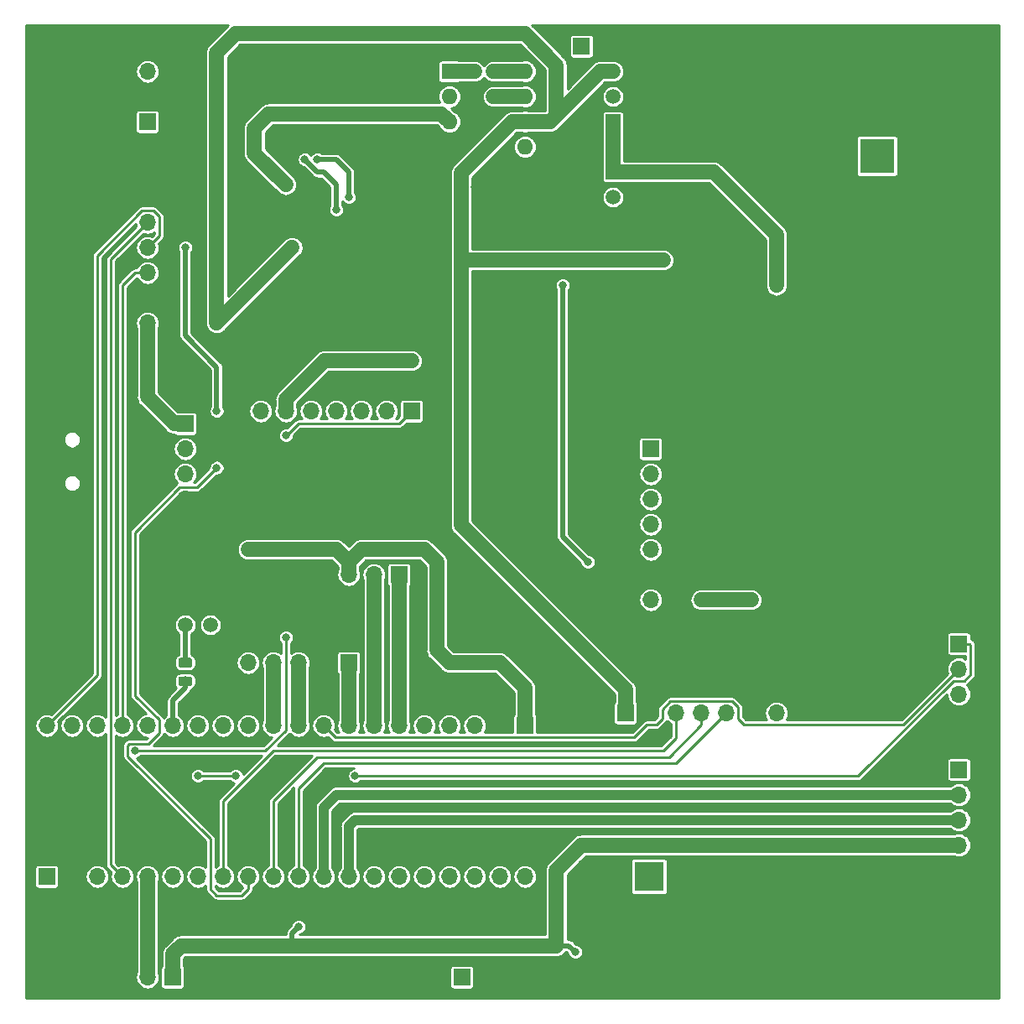
<source format=gbr>
G04 #@! TF.GenerationSoftware,KiCad,Pcbnew,5.1.4+dfsg1-1*
G04 #@! TF.CreationDate,2020-04-17T13:22:44+02:00*
G04 #@! TF.ProjectId,Transceiver,5472616e-7363-4656-9976-65722e6b6963,rev?*
G04 #@! TF.SameCoordinates,Original*
G04 #@! TF.FileFunction,Copper,L2,Bot*
G04 #@! TF.FilePolarity,Positive*
%FSLAX46Y46*%
G04 Gerber Fmt 4.6, Leading zero omitted, Abs format (unit mm)*
G04 Created by KiCad (PCBNEW 5.1.4+dfsg1-1) date 2020-04-17 13:22:44*
%MOMM*%
%LPD*%
G04 APERTURE LIST*
%ADD10R,1.700000X1.700000*%
%ADD11O,1.700000X1.700000*%
%ADD12C,0.100000*%
%ADD13C,0.975000*%
%ADD14R,1.500000X1.500000*%
%ADD15C,1.500000*%
%ADD16R,3.000000X3.000000*%
%ADD17C,3.000000*%
%ADD18R,5.080000X1.500000*%
%ADD19C,3.500000*%
%ADD20R,3.500000X3.500000*%
%ADD21C,0.800000*%
%ADD22C,5.400000*%
%ADD23O,1.600000X1.600000*%
%ADD24R,1.600000X1.600000*%
%ADD25C,1.000000*%
%ADD26C,1.500000*%
%ADD27C,0.250000*%
%ADD28C,0.500000*%
G04 APERTURE END LIST*
D10*
X115570000Y-67945000D03*
X106045000Y-58420000D03*
X75565000Y-153035000D03*
X53975000Y-67310000D03*
X139065000Y-151765000D03*
X144145000Y-69215000D03*
D11*
X144145000Y-126365000D03*
X144145000Y-123825000D03*
X144145000Y-121285000D03*
D10*
X144145000Y-118745000D03*
D12*
G36*
X66520142Y-120163674D02*
G01*
X66543803Y-120167184D01*
X66567007Y-120172996D01*
X66589529Y-120181054D01*
X66611153Y-120191282D01*
X66631670Y-120203579D01*
X66650883Y-120217829D01*
X66668607Y-120233893D01*
X66684671Y-120251617D01*
X66698921Y-120270830D01*
X66711218Y-120291347D01*
X66721446Y-120312971D01*
X66729504Y-120335493D01*
X66735316Y-120358697D01*
X66738826Y-120382358D01*
X66740000Y-120406250D01*
X66740000Y-120893750D01*
X66738826Y-120917642D01*
X66735316Y-120941303D01*
X66729504Y-120964507D01*
X66721446Y-120987029D01*
X66711218Y-121008653D01*
X66698921Y-121029170D01*
X66684671Y-121048383D01*
X66668607Y-121066107D01*
X66650883Y-121082171D01*
X66631670Y-121096421D01*
X66611153Y-121108718D01*
X66589529Y-121118946D01*
X66567007Y-121127004D01*
X66543803Y-121132816D01*
X66520142Y-121136326D01*
X66496250Y-121137500D01*
X65583750Y-121137500D01*
X65559858Y-121136326D01*
X65536197Y-121132816D01*
X65512993Y-121127004D01*
X65490471Y-121118946D01*
X65468847Y-121108718D01*
X65448330Y-121096421D01*
X65429117Y-121082171D01*
X65411393Y-121066107D01*
X65395329Y-121048383D01*
X65381079Y-121029170D01*
X65368782Y-121008653D01*
X65358554Y-120987029D01*
X65350496Y-120964507D01*
X65344684Y-120941303D01*
X65341174Y-120917642D01*
X65340000Y-120893750D01*
X65340000Y-120406250D01*
X65341174Y-120382358D01*
X65344684Y-120358697D01*
X65350496Y-120335493D01*
X65358554Y-120312971D01*
X65368782Y-120291347D01*
X65381079Y-120270830D01*
X65395329Y-120251617D01*
X65411393Y-120233893D01*
X65429117Y-120217829D01*
X65448330Y-120203579D01*
X65468847Y-120191282D01*
X65490471Y-120181054D01*
X65512993Y-120172996D01*
X65536197Y-120167184D01*
X65559858Y-120163674D01*
X65583750Y-120162500D01*
X66496250Y-120162500D01*
X66520142Y-120163674D01*
X66520142Y-120163674D01*
G37*
D13*
X66040000Y-120650000D03*
D12*
G36*
X66520142Y-122038674D02*
G01*
X66543803Y-122042184D01*
X66567007Y-122047996D01*
X66589529Y-122056054D01*
X66611153Y-122066282D01*
X66631670Y-122078579D01*
X66650883Y-122092829D01*
X66668607Y-122108893D01*
X66684671Y-122126617D01*
X66698921Y-122145830D01*
X66711218Y-122166347D01*
X66721446Y-122187971D01*
X66729504Y-122210493D01*
X66735316Y-122233697D01*
X66738826Y-122257358D01*
X66740000Y-122281250D01*
X66740000Y-122768750D01*
X66738826Y-122792642D01*
X66735316Y-122816303D01*
X66729504Y-122839507D01*
X66721446Y-122862029D01*
X66711218Y-122883653D01*
X66698921Y-122904170D01*
X66684671Y-122923383D01*
X66668607Y-122941107D01*
X66650883Y-122957171D01*
X66631670Y-122971421D01*
X66611153Y-122983718D01*
X66589529Y-122993946D01*
X66567007Y-123002004D01*
X66543803Y-123007816D01*
X66520142Y-123011326D01*
X66496250Y-123012500D01*
X65583750Y-123012500D01*
X65559858Y-123011326D01*
X65536197Y-123007816D01*
X65512993Y-123002004D01*
X65490471Y-122993946D01*
X65468847Y-122983718D01*
X65448330Y-122971421D01*
X65429117Y-122957171D01*
X65411393Y-122941107D01*
X65395329Y-122923383D01*
X65381079Y-122904170D01*
X65368782Y-122883653D01*
X65358554Y-122862029D01*
X65350496Y-122839507D01*
X65344684Y-122816303D01*
X65341174Y-122792642D01*
X65340000Y-122768750D01*
X65340000Y-122281250D01*
X65341174Y-122257358D01*
X65344684Y-122233697D01*
X65350496Y-122210493D01*
X65358554Y-122187971D01*
X65368782Y-122166347D01*
X65381079Y-122145830D01*
X65395329Y-122126617D01*
X65411393Y-122108893D01*
X65429117Y-122092829D01*
X65448330Y-122078579D01*
X65468847Y-122066282D01*
X65490471Y-122056054D01*
X65512993Y-122047996D01*
X65536197Y-122042184D01*
X65559858Y-122038674D01*
X65583750Y-122037500D01*
X66496250Y-122037500D01*
X66520142Y-122038674D01*
X66520142Y-122038674D01*
G37*
D13*
X66040000Y-122525000D03*
D14*
X63500000Y-116840000D03*
D15*
X68580000Y-116840000D03*
X66040000Y-116840000D03*
D16*
X112860000Y-142240000D03*
D17*
X133350000Y-142240000D03*
D18*
X145415000Y-89340000D03*
X145415000Y-80840000D03*
D11*
X144145000Y-141605000D03*
X144145000Y-139065000D03*
X144145000Y-136525000D03*
X144145000Y-133985000D03*
D10*
X144145000Y-131445000D03*
D12*
G36*
X132150765Y-64754213D02*
G01*
X132235704Y-64766813D01*
X132318999Y-64787677D01*
X132399848Y-64816605D01*
X132477472Y-64853319D01*
X132551124Y-64897464D01*
X132620094Y-64948616D01*
X132683718Y-65006282D01*
X132741384Y-65069906D01*
X132792536Y-65138876D01*
X132836681Y-65212528D01*
X132873395Y-65290152D01*
X132902323Y-65371001D01*
X132923187Y-65454296D01*
X132935787Y-65539235D01*
X132940000Y-65625000D01*
X132940000Y-67375000D01*
X132935787Y-67460765D01*
X132923187Y-67545704D01*
X132902323Y-67628999D01*
X132873395Y-67709848D01*
X132836681Y-67787472D01*
X132792536Y-67861124D01*
X132741384Y-67930094D01*
X132683718Y-67993718D01*
X132620094Y-68051384D01*
X132551124Y-68102536D01*
X132477472Y-68146681D01*
X132399848Y-68183395D01*
X132318999Y-68212323D01*
X132235704Y-68233187D01*
X132150765Y-68245787D01*
X132065000Y-68250000D01*
X130315000Y-68250000D01*
X130229235Y-68245787D01*
X130144296Y-68233187D01*
X130061001Y-68212323D01*
X129980152Y-68183395D01*
X129902528Y-68146681D01*
X129828876Y-68102536D01*
X129759906Y-68051384D01*
X129696282Y-67993718D01*
X129638616Y-67930094D01*
X129587464Y-67861124D01*
X129543319Y-67787472D01*
X129506605Y-67709848D01*
X129477677Y-67628999D01*
X129456813Y-67545704D01*
X129444213Y-67460765D01*
X129440000Y-67375000D01*
X129440000Y-65625000D01*
X129444213Y-65539235D01*
X129456813Y-65454296D01*
X129477677Y-65371001D01*
X129506605Y-65290152D01*
X129543319Y-65212528D01*
X129587464Y-65138876D01*
X129638616Y-65069906D01*
X129696282Y-65006282D01*
X129759906Y-64948616D01*
X129828876Y-64897464D01*
X129902528Y-64853319D01*
X129980152Y-64816605D01*
X130061001Y-64787677D01*
X130144296Y-64766813D01*
X130229235Y-64754213D01*
X130315000Y-64750000D01*
X132065000Y-64750000D01*
X132150765Y-64754213D01*
X132150765Y-64754213D01*
G37*
D19*
X131190000Y-66500000D03*
D12*
G36*
X136963513Y-62003611D02*
G01*
X137036318Y-62014411D01*
X137107714Y-62032295D01*
X137177013Y-62057090D01*
X137243548Y-62088559D01*
X137306678Y-62126398D01*
X137365795Y-62170242D01*
X137420330Y-62219670D01*
X137469758Y-62274205D01*
X137513602Y-62333322D01*
X137551441Y-62396452D01*
X137582910Y-62462987D01*
X137607705Y-62532286D01*
X137625589Y-62603682D01*
X137636389Y-62676487D01*
X137640000Y-62750000D01*
X137640000Y-64250000D01*
X137636389Y-64323513D01*
X137625589Y-64396318D01*
X137607705Y-64467714D01*
X137582910Y-64537013D01*
X137551441Y-64603548D01*
X137513602Y-64666678D01*
X137469758Y-64725795D01*
X137420330Y-64780330D01*
X137365795Y-64829758D01*
X137306678Y-64873602D01*
X137243548Y-64911441D01*
X137177013Y-64942910D01*
X137107714Y-64967705D01*
X137036318Y-64985589D01*
X136963513Y-64996389D01*
X136890000Y-65000000D01*
X134890000Y-65000000D01*
X134816487Y-64996389D01*
X134743682Y-64985589D01*
X134672286Y-64967705D01*
X134602987Y-64942910D01*
X134536452Y-64911441D01*
X134473322Y-64873602D01*
X134414205Y-64829758D01*
X134359670Y-64780330D01*
X134310242Y-64725795D01*
X134266398Y-64666678D01*
X134228559Y-64603548D01*
X134197090Y-64537013D01*
X134172295Y-64467714D01*
X134154411Y-64396318D01*
X134143611Y-64323513D01*
X134140000Y-64250000D01*
X134140000Y-62750000D01*
X134143611Y-62676487D01*
X134154411Y-62603682D01*
X134172295Y-62532286D01*
X134197090Y-62462987D01*
X134228559Y-62396452D01*
X134266398Y-62333322D01*
X134310242Y-62274205D01*
X134359670Y-62219670D01*
X134414205Y-62170242D01*
X134473322Y-62126398D01*
X134536452Y-62088559D01*
X134602987Y-62057090D01*
X134672286Y-62032295D01*
X134743682Y-62014411D01*
X134816487Y-62003611D01*
X134890000Y-62000000D01*
X136890000Y-62000000D01*
X136963513Y-62003611D01*
X136963513Y-62003611D01*
G37*
D17*
X135890000Y-63500000D03*
D20*
X135890000Y-69500000D03*
D11*
X125730000Y-125730000D03*
X123190000Y-125730000D03*
X120650000Y-125730000D03*
X118110000Y-125730000D03*
X115570000Y-125730000D03*
X113030000Y-125730000D03*
D10*
X110490000Y-125730000D03*
D21*
X145576891Y-58893109D03*
X144145000Y-58300000D03*
X142713109Y-58893109D03*
X142120000Y-60325000D03*
X142713109Y-61756891D03*
X144145000Y-62350000D03*
X145576891Y-61756891D03*
X146170000Y-60325000D03*
D22*
X144145000Y-60325000D03*
D21*
X55406891Y-58893109D03*
X53975000Y-58300000D03*
X52543109Y-58893109D03*
X51950000Y-60325000D03*
X52543109Y-61756891D03*
X53975000Y-62350000D03*
X55406891Y-61756891D03*
X56000000Y-60325000D03*
D22*
X53975000Y-60325000D03*
D21*
X55406891Y-149063109D03*
X53975000Y-148470000D03*
X52543109Y-149063109D03*
X51950000Y-150495000D03*
X52543109Y-151926891D03*
X53975000Y-152520000D03*
X55406891Y-151926891D03*
X56000000Y-150495000D03*
D22*
X53975000Y-150495000D03*
D21*
X145576891Y-149063109D03*
X144145000Y-148470000D03*
X142713109Y-149063109D03*
X142120000Y-150495000D03*
X142713109Y-151926891D03*
X144145000Y-152520000D03*
X145576891Y-151926891D03*
X146170000Y-150495000D03*
D22*
X144145000Y-150495000D03*
D11*
X72390000Y-120650000D03*
X74930000Y-120650000D03*
X77470000Y-120650000D03*
X80010000Y-120650000D03*
D10*
X82550000Y-120650000D03*
X93980000Y-152400000D03*
D23*
X100330000Y-60960000D03*
X92710000Y-68580000D03*
X100330000Y-63500000D03*
X92710000Y-66040000D03*
X100330000Y-66040000D03*
X92710000Y-63500000D03*
X100330000Y-68580000D03*
D24*
X92710000Y-60960000D03*
D12*
G36*
X95517642Y-60261174D02*
G01*
X95541303Y-60264684D01*
X95564507Y-60270496D01*
X95587029Y-60278554D01*
X95608653Y-60288782D01*
X95629170Y-60301079D01*
X95648383Y-60315329D01*
X95666107Y-60331393D01*
X95682171Y-60349117D01*
X95696421Y-60368330D01*
X95708718Y-60388847D01*
X95718946Y-60410471D01*
X95727004Y-60432993D01*
X95732816Y-60456197D01*
X95736326Y-60479858D01*
X95737500Y-60503750D01*
X95737500Y-61416250D01*
X95736326Y-61440142D01*
X95732816Y-61463803D01*
X95727004Y-61487007D01*
X95718946Y-61509529D01*
X95708718Y-61531153D01*
X95696421Y-61551670D01*
X95682171Y-61570883D01*
X95666107Y-61588607D01*
X95648383Y-61604671D01*
X95629170Y-61618921D01*
X95608653Y-61631218D01*
X95587029Y-61641446D01*
X95564507Y-61649504D01*
X95541303Y-61655316D01*
X95517642Y-61658826D01*
X95493750Y-61660000D01*
X95006250Y-61660000D01*
X94982358Y-61658826D01*
X94958697Y-61655316D01*
X94935493Y-61649504D01*
X94912971Y-61641446D01*
X94891347Y-61631218D01*
X94870830Y-61618921D01*
X94851617Y-61604671D01*
X94833893Y-61588607D01*
X94817829Y-61570883D01*
X94803579Y-61551670D01*
X94791282Y-61531153D01*
X94781054Y-61509529D01*
X94772996Y-61487007D01*
X94767184Y-61463803D01*
X94763674Y-61440142D01*
X94762500Y-61416250D01*
X94762500Y-60503750D01*
X94763674Y-60479858D01*
X94767184Y-60456197D01*
X94772996Y-60432993D01*
X94781054Y-60410471D01*
X94791282Y-60388847D01*
X94803579Y-60368330D01*
X94817829Y-60349117D01*
X94833893Y-60331393D01*
X94851617Y-60315329D01*
X94870830Y-60301079D01*
X94891347Y-60288782D01*
X94912971Y-60278554D01*
X94935493Y-60270496D01*
X94958697Y-60264684D01*
X94982358Y-60261174D01*
X95006250Y-60260000D01*
X95493750Y-60260000D01*
X95517642Y-60261174D01*
X95517642Y-60261174D01*
G37*
D13*
X95250000Y-60960000D03*
D12*
G36*
X97392642Y-60261174D02*
G01*
X97416303Y-60264684D01*
X97439507Y-60270496D01*
X97462029Y-60278554D01*
X97483653Y-60288782D01*
X97504170Y-60301079D01*
X97523383Y-60315329D01*
X97541107Y-60331393D01*
X97557171Y-60349117D01*
X97571421Y-60368330D01*
X97583718Y-60388847D01*
X97593946Y-60410471D01*
X97602004Y-60432993D01*
X97607816Y-60456197D01*
X97611326Y-60479858D01*
X97612500Y-60503750D01*
X97612500Y-61416250D01*
X97611326Y-61440142D01*
X97607816Y-61463803D01*
X97602004Y-61487007D01*
X97593946Y-61509529D01*
X97583718Y-61531153D01*
X97571421Y-61551670D01*
X97557171Y-61570883D01*
X97541107Y-61588607D01*
X97523383Y-61604671D01*
X97504170Y-61618921D01*
X97483653Y-61631218D01*
X97462029Y-61641446D01*
X97439507Y-61649504D01*
X97416303Y-61655316D01*
X97392642Y-61658826D01*
X97368750Y-61660000D01*
X96881250Y-61660000D01*
X96857358Y-61658826D01*
X96833697Y-61655316D01*
X96810493Y-61649504D01*
X96787971Y-61641446D01*
X96766347Y-61631218D01*
X96745830Y-61618921D01*
X96726617Y-61604671D01*
X96708893Y-61588607D01*
X96692829Y-61570883D01*
X96678579Y-61551670D01*
X96666282Y-61531153D01*
X96656054Y-61509529D01*
X96647996Y-61487007D01*
X96642184Y-61463803D01*
X96638674Y-61440142D01*
X96637500Y-61416250D01*
X96637500Y-60503750D01*
X96638674Y-60479858D01*
X96642184Y-60456197D01*
X96647996Y-60432993D01*
X96656054Y-60410471D01*
X96666282Y-60388847D01*
X96678579Y-60368330D01*
X96692829Y-60349117D01*
X96708893Y-60331393D01*
X96726617Y-60315329D01*
X96745830Y-60301079D01*
X96766347Y-60288782D01*
X96787971Y-60278554D01*
X96810493Y-60270496D01*
X96833697Y-60264684D01*
X96857358Y-60261174D01*
X96881250Y-60260000D01*
X97368750Y-60260000D01*
X97392642Y-60261174D01*
X97392642Y-60261174D01*
G37*
D13*
X97125000Y-60960000D03*
D12*
G36*
X97392642Y-62801174D02*
G01*
X97416303Y-62804684D01*
X97439507Y-62810496D01*
X97462029Y-62818554D01*
X97483653Y-62828782D01*
X97504170Y-62841079D01*
X97523383Y-62855329D01*
X97541107Y-62871393D01*
X97557171Y-62889117D01*
X97571421Y-62908330D01*
X97583718Y-62928847D01*
X97593946Y-62950471D01*
X97602004Y-62972993D01*
X97607816Y-62996197D01*
X97611326Y-63019858D01*
X97612500Y-63043750D01*
X97612500Y-63956250D01*
X97611326Y-63980142D01*
X97607816Y-64003803D01*
X97602004Y-64027007D01*
X97593946Y-64049529D01*
X97583718Y-64071153D01*
X97571421Y-64091670D01*
X97557171Y-64110883D01*
X97541107Y-64128607D01*
X97523383Y-64144671D01*
X97504170Y-64158921D01*
X97483653Y-64171218D01*
X97462029Y-64181446D01*
X97439507Y-64189504D01*
X97416303Y-64195316D01*
X97392642Y-64198826D01*
X97368750Y-64200000D01*
X96881250Y-64200000D01*
X96857358Y-64198826D01*
X96833697Y-64195316D01*
X96810493Y-64189504D01*
X96787971Y-64181446D01*
X96766347Y-64171218D01*
X96745830Y-64158921D01*
X96726617Y-64144671D01*
X96708893Y-64128607D01*
X96692829Y-64110883D01*
X96678579Y-64091670D01*
X96666282Y-64071153D01*
X96656054Y-64049529D01*
X96647996Y-64027007D01*
X96642184Y-64003803D01*
X96638674Y-63980142D01*
X96637500Y-63956250D01*
X96637500Y-63043750D01*
X96638674Y-63019858D01*
X96642184Y-62996197D01*
X96647996Y-62972993D01*
X96656054Y-62950471D01*
X96666282Y-62928847D01*
X96678579Y-62908330D01*
X96692829Y-62889117D01*
X96708893Y-62871393D01*
X96726617Y-62855329D01*
X96745830Y-62841079D01*
X96766347Y-62828782D01*
X96787971Y-62818554D01*
X96810493Y-62810496D01*
X96833697Y-62804684D01*
X96857358Y-62801174D01*
X96881250Y-62800000D01*
X97368750Y-62800000D01*
X97392642Y-62801174D01*
X97392642Y-62801174D01*
G37*
D13*
X97125000Y-63500000D03*
D12*
G36*
X95517642Y-62801174D02*
G01*
X95541303Y-62804684D01*
X95564507Y-62810496D01*
X95587029Y-62818554D01*
X95608653Y-62828782D01*
X95629170Y-62841079D01*
X95648383Y-62855329D01*
X95666107Y-62871393D01*
X95682171Y-62889117D01*
X95696421Y-62908330D01*
X95708718Y-62928847D01*
X95718946Y-62950471D01*
X95727004Y-62972993D01*
X95732816Y-62996197D01*
X95736326Y-63019858D01*
X95737500Y-63043750D01*
X95737500Y-63956250D01*
X95736326Y-63980142D01*
X95732816Y-64003803D01*
X95727004Y-64027007D01*
X95718946Y-64049529D01*
X95708718Y-64071153D01*
X95696421Y-64091670D01*
X95682171Y-64110883D01*
X95666107Y-64128607D01*
X95648383Y-64144671D01*
X95629170Y-64158921D01*
X95608653Y-64171218D01*
X95587029Y-64181446D01*
X95564507Y-64189504D01*
X95541303Y-64195316D01*
X95517642Y-64198826D01*
X95493750Y-64200000D01*
X95006250Y-64200000D01*
X94982358Y-64198826D01*
X94958697Y-64195316D01*
X94935493Y-64189504D01*
X94912971Y-64181446D01*
X94891347Y-64171218D01*
X94870830Y-64158921D01*
X94851617Y-64144671D01*
X94833893Y-64128607D01*
X94817829Y-64110883D01*
X94803579Y-64091670D01*
X94791282Y-64071153D01*
X94781054Y-64049529D01*
X94772996Y-64027007D01*
X94767184Y-64003803D01*
X94763674Y-63980142D01*
X94762500Y-63956250D01*
X94762500Y-63043750D01*
X94763674Y-63019858D01*
X94767184Y-62996197D01*
X94772996Y-62972993D01*
X94781054Y-62950471D01*
X94791282Y-62928847D01*
X94803579Y-62908330D01*
X94817829Y-62889117D01*
X94833893Y-62871393D01*
X94851617Y-62855329D01*
X94870830Y-62841079D01*
X94891347Y-62828782D01*
X94912971Y-62818554D01*
X94935493Y-62810496D01*
X94958697Y-62804684D01*
X94982358Y-62801174D01*
X95006250Y-62800000D01*
X95493750Y-62800000D01*
X95517642Y-62801174D01*
X95517642Y-62801174D01*
G37*
D13*
X95250000Y-63500000D03*
D11*
X66040000Y-104140000D03*
X66040000Y-101600000D03*
X66040000Y-99060000D03*
D10*
X66040000Y-96520000D03*
D18*
X145415000Y-101160000D03*
X145415000Y-109660000D03*
D11*
X59690000Y-152400000D03*
X62230000Y-152400000D03*
D10*
X64770000Y-152400000D03*
D11*
X80010000Y-111760000D03*
X82550000Y-111760000D03*
X85090000Y-111760000D03*
D10*
X87630000Y-111760000D03*
D11*
X71120000Y-95250000D03*
X73660000Y-95250000D03*
X76200000Y-95250000D03*
X78740000Y-95250000D03*
X81280000Y-95250000D03*
X83820000Y-95250000D03*
X86360000Y-95250000D03*
D10*
X88900000Y-95250000D03*
D14*
X109220000Y-71120000D03*
D15*
X109220000Y-76200000D03*
X109220000Y-73660000D03*
D14*
X109220000Y-66040000D03*
D15*
X109220000Y-60960000D03*
X109220000Y-63500000D03*
D11*
X52070000Y-127000000D03*
X54610000Y-127000000D03*
X57150000Y-127000000D03*
X59690000Y-127000000D03*
X62230000Y-127000000D03*
X64770000Y-127000000D03*
X67310000Y-127000000D03*
X69850000Y-127000000D03*
X72390000Y-127000000D03*
X74930000Y-127000000D03*
X77470000Y-127000000D03*
X80010000Y-127000000D03*
X82550000Y-127000000D03*
X85090000Y-127000000D03*
X87630000Y-127000000D03*
X90170000Y-127000000D03*
X92710000Y-127000000D03*
X95250000Y-127000000D03*
X97790000Y-127000000D03*
D10*
X100330000Y-127000000D03*
D11*
X62230000Y-58420000D03*
X62230000Y-60960000D03*
X62230000Y-63500000D03*
D10*
X62230000Y-66040000D03*
D11*
X62230000Y-86360000D03*
X62230000Y-83820000D03*
X62230000Y-81280000D03*
X62230000Y-78740000D03*
X62230000Y-76200000D03*
D10*
X62230000Y-73660000D03*
D11*
X113030000Y-114300000D03*
X113030000Y-111760000D03*
X113030000Y-109220000D03*
X113030000Y-106680000D03*
X113030000Y-104140000D03*
X113030000Y-101600000D03*
D10*
X113030000Y-99060000D03*
D11*
X100330000Y-142240000D03*
X97790000Y-142240000D03*
X95250000Y-142240000D03*
X92710000Y-142240000D03*
X90170000Y-142240000D03*
X87630000Y-142240000D03*
X85090000Y-142240000D03*
X82550000Y-142240000D03*
X80010000Y-142240000D03*
X77470000Y-142240000D03*
X74930000Y-142240000D03*
X72390000Y-142240000D03*
X69850000Y-142240000D03*
X67310000Y-142240000D03*
X64770000Y-142240000D03*
X62230000Y-142240000D03*
X59690000Y-142240000D03*
X57150000Y-142240000D03*
X54610000Y-142240000D03*
D10*
X52070000Y-142240000D03*
D21*
X53340000Y-99060000D03*
X55880000Y-106680000D03*
X76835000Y-70485000D03*
X78105000Y-75692000D03*
X75565000Y-76200000D03*
X97790000Y-135255000D03*
X115570000Y-63500000D03*
X144780000Y-80010000D03*
X147320000Y-80010000D03*
X144780000Y-90170000D03*
X147320000Y-90170000D03*
X50800000Y-57150000D03*
X55880000Y-92710000D03*
X55880000Y-120650000D03*
X55880000Y-138430000D03*
X50800000Y-153670000D03*
X88900000Y-92710000D03*
X86360000Y-92710000D03*
X81280000Y-92710000D03*
X60960000Y-95250000D03*
X60960000Y-102870000D03*
X57150000Y-123190000D03*
X60960000Y-133350000D03*
X63500000Y-130810000D03*
X73660000Y-138430000D03*
X76200000Y-138430000D03*
X78740000Y-138430000D03*
X81280000Y-138430000D03*
X85090000Y-138430000D03*
X71120000Y-153670000D03*
X85090000Y-135255000D03*
X86360000Y-102870000D03*
X147320000Y-57150000D03*
X97790000Y-138430000D03*
X71120000Y-146050000D03*
X129540000Y-87630000D03*
X129540000Y-88900000D03*
X129540000Y-86360000D03*
X64770000Y-64770000D03*
X66040000Y-64770000D03*
X67310000Y-64770000D03*
X64770000Y-67310000D03*
X67310000Y-67310000D03*
X66040000Y-67310000D03*
X64770000Y-62230000D03*
X67310000Y-62230000D03*
X66040000Y-62230000D03*
X63500000Y-62230000D03*
X63500000Y-59690000D03*
X67310000Y-59690000D03*
X66040000Y-59690000D03*
X64770000Y-59690000D03*
X73660000Y-59690000D03*
X71120000Y-59690000D03*
X72390000Y-59690000D03*
X74930000Y-59690000D03*
X73660000Y-62230000D03*
X74930000Y-62230000D03*
X72390000Y-62230000D03*
X81280000Y-62230000D03*
X80010000Y-62230000D03*
X78740000Y-62230000D03*
X82550000Y-62230000D03*
X80010000Y-59690000D03*
X78740000Y-59690000D03*
X82550000Y-59690000D03*
X81280000Y-59690000D03*
X82550000Y-63500000D03*
X85090000Y-62230000D03*
X85090000Y-63500000D03*
X106680000Y-70866000D03*
X106680000Y-72644000D03*
X105410000Y-70866000D03*
X105410000Y-72644000D03*
X104140000Y-72644000D03*
X104140000Y-70866000D03*
X102870000Y-72644000D03*
X102870000Y-70866000D03*
X101600000Y-72644000D03*
X101600000Y-70866000D03*
X100330000Y-70866000D03*
X100330000Y-72644000D03*
X99060000Y-70866000D03*
X99060000Y-72644000D03*
X96520000Y-72644000D03*
X96520000Y-70866000D03*
X90170000Y-72644000D03*
X90170000Y-70866000D03*
X88900000Y-70866000D03*
X88900000Y-72644000D03*
X87630000Y-70866000D03*
X87630000Y-72644000D03*
X86360000Y-72644000D03*
X86360000Y-70866000D03*
X85090000Y-70866000D03*
X85090000Y-72644000D03*
X83820000Y-70866000D03*
X91440000Y-70866000D03*
X107950000Y-72644000D03*
X97790000Y-72644000D03*
X97790000Y-70866000D03*
X95250000Y-72644000D03*
X127000000Y-86360000D03*
X127000000Y-87630000D03*
X127000000Y-88900000D03*
X127000000Y-83820000D03*
X128270000Y-83820000D03*
X130810000Y-83820000D03*
X129540000Y-83820000D03*
X133350000Y-83820000D03*
X134620000Y-83820000D03*
X132080000Y-83820000D03*
X140970000Y-83820000D03*
X137160000Y-83820000D03*
X139700000Y-83820000D03*
X142240000Y-83820000D03*
X140970000Y-86360000D03*
X132080000Y-86360000D03*
X133350000Y-86360000D03*
X134620000Y-86360000D03*
X139700000Y-86360000D03*
X142240000Y-86360000D03*
X130810000Y-86360000D03*
X137160000Y-86360000D03*
X125730000Y-86360000D03*
X121920000Y-77470000D03*
X82550000Y-114300000D03*
X91440000Y-72644000D03*
X113030000Y-111760000D03*
X109220000Y-99060000D03*
X109220000Y-100330000D03*
X109220000Y-101600000D03*
X109220000Y-102870000D03*
X109220000Y-104140000D03*
X121920000Y-85090000D03*
X113030000Y-128270000D03*
X114300000Y-96520000D03*
X114300000Y-95250000D03*
X114300000Y-93980000D03*
X111760000Y-96520000D03*
X111760000Y-92710000D03*
X111760000Y-95250000D03*
X111760000Y-93980000D03*
X118110000Y-88900000D03*
X118110000Y-86360000D03*
X112395000Y-90170000D03*
X113665000Y-88900000D03*
X114935000Y-87630000D03*
X113030000Y-89535000D03*
X114300000Y-88265000D03*
X115570000Y-86995000D03*
X116205000Y-90170000D03*
X116840000Y-89535000D03*
X115570000Y-90805000D03*
X114935000Y-91440000D03*
X114300000Y-92075000D03*
X111760000Y-90805000D03*
X116205000Y-86360000D03*
X120650000Y-86360000D03*
X120650000Y-88900000D03*
X121920000Y-86360000D03*
X121920000Y-88900000D03*
X116840000Y-105410000D03*
X116840000Y-102870000D03*
X119380000Y-102870000D03*
X120650000Y-102870000D03*
X121920000Y-102870000D03*
X121920000Y-104140000D03*
X121920000Y-105410000D03*
X119380000Y-109220000D03*
X120650000Y-109220000D03*
X137795000Y-106680000D03*
X137795000Y-104140000D03*
X140335000Y-106680000D03*
X140335000Y-104140000D03*
X141605000Y-104140000D03*
X141605000Y-106680000D03*
X71755000Y-62865000D03*
X71755000Y-64135000D03*
X71755000Y-65405000D03*
X71120000Y-67310000D03*
X77470000Y-59690000D03*
X77470000Y-62230000D03*
X75565000Y-69215000D03*
X82550000Y-102870000D03*
X72390000Y-74930000D03*
X147320000Y-153670000D03*
X124460000Y-120650000D03*
X124460000Y-119380000D03*
X125730000Y-118745000D03*
X127000000Y-118745000D03*
X127000000Y-123190000D03*
X127000000Y-124460000D03*
X128270000Y-118745000D03*
X129540000Y-118110000D03*
X129540000Y-116840000D03*
X132080000Y-118110000D03*
X132080000Y-116840000D03*
X132080000Y-111760000D03*
X132080000Y-110490000D03*
X129540000Y-111760000D03*
X129540000Y-110490000D03*
X129540000Y-113030000D03*
X132080000Y-114300000D03*
X129540000Y-114300000D03*
X132080000Y-113030000D03*
X123190000Y-106680000D03*
X123190000Y-109220000D03*
X123825000Y-108585000D03*
X115570000Y-105410000D03*
X115570000Y-102870000D03*
X114300000Y-102870000D03*
X114300000Y-105410000D03*
X132080000Y-119380000D03*
X131445000Y-120015000D03*
X130810000Y-120650000D03*
X127635000Y-121285000D03*
X124460000Y-123190000D03*
X124460000Y-124460000D03*
X135255000Y-106680000D03*
X135255000Y-104140000D03*
X139065000Y-106680000D03*
X139065000Y-104140000D03*
X132715000Y-104140000D03*
X133985000Y-104140000D03*
X133985000Y-106680000D03*
X132715000Y-106680000D03*
X76200000Y-72390000D03*
X69215000Y-95250000D03*
X69215000Y-100965000D03*
X66040000Y-78740000D03*
X77470000Y-147320000D03*
D15*
X72390000Y-109220000D03*
X103505000Y-143510000D03*
D21*
X88900000Y-90170000D03*
X88900000Y-90170000D03*
X91440000Y-113030000D03*
X91440000Y-116840000D03*
X91440000Y-114300000D03*
X91440000Y-115570000D03*
X105410000Y-149860000D03*
D15*
X69215000Y-86360000D03*
X76835000Y-78740000D03*
D21*
X111760000Y-80010000D03*
X113030000Y-80010000D03*
X114300000Y-80010000D03*
X104775000Y-64135000D03*
X106045000Y-62865000D03*
X107315000Y-61595000D03*
X103505000Y-65405000D03*
X110490000Y-123190000D03*
X121920000Y-114300000D03*
X118110000Y-114300000D03*
X78105000Y-69850000D03*
X106680000Y-110490000D03*
X104140000Y-82550000D03*
X81280000Y-74930000D03*
X79375000Y-69850000D03*
X82550000Y-73660000D03*
X60960000Y-129540000D03*
X76200000Y-97710000D03*
X76200000Y-118110000D03*
X67310000Y-132080000D03*
X71120000Y-132080000D03*
X83185000Y-132080000D03*
X125730000Y-82550000D03*
X125730000Y-81280000D03*
D25*
X93980000Y-68580000D02*
X92710000Y-68580000D01*
X95250000Y-63500000D02*
X95250000Y-67310000D01*
X95250000Y-67310000D02*
X93980000Y-68580000D01*
D26*
X62230000Y-63500000D02*
X64770000Y-63500000D01*
X64770000Y-63500000D02*
X64770000Y-58420000D01*
X64770000Y-58420000D02*
X62230000Y-58420000D01*
X80010000Y-120650000D02*
X80010000Y-111760000D01*
D27*
X53340000Y-99060000D02*
X55880000Y-101600000D01*
X55880000Y-101600000D02*
X55880000Y-106680000D01*
D26*
X80010000Y-111760000D02*
X67310000Y-111760000D01*
X66040000Y-110490000D02*
X66040000Y-104140000D01*
X67310000Y-111760000D02*
X66040000Y-110490000D01*
D25*
X91440000Y-67310000D02*
X92710000Y-68580000D01*
X75565000Y-67310000D02*
X91440000Y-67310000D01*
X76835000Y-70485000D02*
X75565000Y-69215000D01*
X75565000Y-69215000D02*
X75565000Y-67310000D01*
X75565000Y-76200000D02*
X78105000Y-76200000D01*
X78105000Y-71755000D02*
X78105000Y-76200000D01*
X76835000Y-70485000D02*
X78105000Y-71755000D01*
X146170000Y-149929315D02*
X146170000Y-150495000D01*
D27*
X88900000Y-92710000D02*
X86360000Y-92710000D01*
X81280000Y-92710000D02*
X86360000Y-92710000D01*
D26*
X109220000Y-109152081D02*
X111827919Y-111760000D01*
X109220000Y-109152081D02*
X109220000Y-99060000D01*
X113030000Y-125730000D02*
X113030000Y-121920000D01*
X113030000Y-121920000D02*
X109220000Y-118110000D01*
X111827919Y-111760000D02*
X113030000Y-111760000D01*
X109220000Y-114367919D02*
X111827919Y-111760000D01*
X109220000Y-118110000D02*
X109220000Y-114367919D01*
X133985000Y-141605000D02*
X133350000Y-142240000D01*
X144145000Y-141605000D02*
X133985000Y-141605000D01*
X91910001Y-65240001D02*
X74459999Y-65240001D01*
X92710000Y-66040000D02*
X91910001Y-65240001D01*
X74459999Y-65240001D02*
X73025000Y-66675000D01*
X73025000Y-69215000D02*
X76200000Y-72390000D01*
X73025000Y-66675000D02*
X73025000Y-69215000D01*
D25*
X82550000Y-137160000D02*
X82550000Y-142240000D01*
X144145000Y-136525000D02*
X83185000Y-136525000D01*
X83185000Y-136525000D02*
X82550000Y-137160000D01*
X80010000Y-135255000D02*
X80010000Y-142240000D01*
X144145000Y-133985000D02*
X81280000Y-133985000D01*
X81280000Y-133985000D02*
X80010000Y-135255000D01*
D27*
X77470000Y-133350000D02*
X80010000Y-130810000D01*
X77470000Y-142240000D02*
X77470000Y-133350000D01*
X115570000Y-130810000D02*
X120650000Y-125730000D01*
X80010000Y-130810000D02*
X115570000Y-130810000D01*
X74930000Y-134620000D02*
X79375000Y-130175000D01*
X74930000Y-142240000D02*
X74930000Y-134620000D01*
X114867081Y-130175000D02*
X118110000Y-126932081D01*
X118110000Y-126932081D02*
X118110000Y-125730000D01*
X79375000Y-130175000D02*
X114867081Y-130175000D01*
X71755000Y-144145000D02*
X72390000Y-143510000D01*
X68580000Y-138430000D02*
X68580000Y-143510000D01*
X60960000Y-123990998D02*
X63405001Y-126435999D01*
X67215001Y-102964999D02*
X65475999Y-102964999D01*
X72390000Y-143510000D02*
X72390000Y-142240000D01*
X65475999Y-102964999D02*
X60960000Y-107480998D01*
X68580000Y-143510000D02*
X69215000Y-144145000D01*
X60960000Y-107480998D02*
X60960000Y-123990998D01*
X69215000Y-100965000D02*
X67215001Y-102964999D01*
X60234999Y-130084999D02*
X68580000Y-138430000D01*
X69215000Y-144145000D02*
X71755000Y-144145000D01*
X63405001Y-126435999D02*
X63405001Y-127729999D01*
X63405001Y-127729999D02*
X62320001Y-128814999D01*
X62320001Y-128814999D02*
X60415001Y-128814999D01*
X60415001Y-128814999D02*
X60234999Y-128995001D01*
X60234999Y-128995001D02*
X60234999Y-130084999D01*
D28*
X69215000Y-95250000D02*
X69215000Y-90805000D01*
X69215000Y-90805000D02*
X66040000Y-87630000D01*
X66040000Y-87630000D02*
X66040000Y-78740000D01*
D27*
X115570000Y-128270000D02*
X115570000Y-125730000D01*
X114300000Y-129540000D02*
X115570000Y-128270000D01*
X69850000Y-142240000D02*
X69850000Y-134620000D01*
X74930000Y-129540000D02*
X114300000Y-129540000D01*
X69850000Y-134620000D02*
X74930000Y-129540000D01*
X58840001Y-141390001D02*
X59690000Y-142240000D01*
X58514999Y-141064999D02*
X58840001Y-141390001D01*
X58514999Y-79915001D02*
X58514999Y-141064999D01*
X62230000Y-76200000D02*
X58514999Y-79915001D01*
D26*
X100330000Y-123190000D02*
X97790000Y-120650000D01*
X100330000Y-127000000D02*
X100330000Y-123190000D01*
X82550000Y-110490000D02*
X82550000Y-111760000D01*
X80077919Y-90170000D02*
X76200000Y-94047919D01*
X82550000Y-110490000D02*
X81280000Y-109220000D01*
X81280000Y-109220000D02*
X72390000Y-109220000D01*
X103505000Y-149225000D02*
X86360000Y-149225000D01*
X64770000Y-150050000D02*
X64770000Y-152400000D01*
X65595000Y-149225000D02*
X64770000Y-150050000D01*
X144145000Y-139065000D02*
X113665000Y-139065000D01*
X80077919Y-90170000D02*
X88900000Y-90170000D01*
X90170000Y-109220000D02*
X91440000Y-110490000D01*
X82550000Y-110490000D02*
X83820000Y-109220000D01*
X91440000Y-110490000D02*
X91440000Y-119380000D01*
X83820000Y-109220000D02*
X90170000Y-109220000D01*
X92710000Y-120650000D02*
X91440000Y-119380000D01*
X97790000Y-120650000D02*
X92710000Y-120650000D01*
X76200000Y-94047919D02*
X76200000Y-95250000D01*
X103505000Y-141605000D02*
X103505000Y-149225000D01*
X113665000Y-139065000D02*
X106045000Y-139065000D01*
X106045000Y-139065000D02*
X103505000Y-141605000D01*
D28*
X76835000Y-147955000D02*
X77470000Y-147320000D01*
X76835000Y-149225000D02*
X76835000Y-147955000D01*
D26*
X76835000Y-149225000D02*
X65595000Y-149225000D01*
X103505000Y-149225000D02*
X76835000Y-149225000D01*
D28*
X103505000Y-149225000D02*
X104775000Y-149225000D01*
X104775000Y-149225000D02*
X105410000Y-149860000D01*
D26*
X64940000Y-96520000D02*
X66040000Y-96520000D01*
X62230000Y-93810000D02*
X64940000Y-96520000D01*
X62230000Y-86360000D02*
X62230000Y-93810000D01*
X69215000Y-86360000D02*
X69964999Y-85610001D01*
X69964999Y-85610001D02*
X76835000Y-78740000D01*
D25*
X110490000Y-125730000D02*
X110735998Y-125730000D01*
D26*
X100330000Y-66040000D02*
X102870000Y-66040000D01*
X107950000Y-60960000D02*
X109220000Y-60960000D01*
X105410000Y-80010000D02*
X114300000Y-80010000D01*
X100330000Y-66040000D02*
X101600000Y-66040000D01*
X100330000Y-57150000D02*
X71120000Y-57150000D01*
X69215000Y-59055000D02*
X69215000Y-86360000D01*
X71120000Y-57150000D02*
X69215000Y-59055000D01*
X93899999Y-71200001D02*
X99060000Y-66040000D01*
X110490000Y-123380000D02*
X93899999Y-106789999D01*
X99060000Y-66040000D02*
X102870000Y-66040000D01*
X110490000Y-125730000D02*
X110490000Y-123380000D01*
X93980000Y-80010000D02*
X93899999Y-80090001D01*
X105410000Y-80010000D02*
X93980000Y-80010000D01*
X93899999Y-106789999D02*
X93899999Y-80090001D01*
X93899999Y-80090001D02*
X93899999Y-71200001D01*
X100330000Y-57150000D02*
X103505000Y-60325000D01*
X103505000Y-60325000D02*
X103505000Y-65405000D01*
X118110000Y-114300000D02*
X123190000Y-114300000D01*
X102870000Y-66040000D02*
X107950000Y-60960000D01*
D28*
X106680000Y-110490000D02*
X104140000Y-107950000D01*
X104140000Y-107950000D02*
X104140000Y-82550000D01*
X79375000Y-71120000D02*
X78504999Y-70249999D01*
X80010000Y-71120000D02*
X79375000Y-71120000D01*
X78504999Y-70249999D02*
X78105000Y-69850000D01*
X81280000Y-72390000D02*
X80010000Y-71120000D01*
X81280000Y-74930000D02*
X81280000Y-72390000D01*
X82550000Y-73660000D02*
X82550000Y-71120000D01*
X82550000Y-71120000D02*
X81280000Y-69850000D01*
X81280000Y-69850000D02*
X79375000Y-69850000D01*
D27*
X62230000Y-81280000D02*
X60960000Y-81280000D01*
X59690000Y-82550000D02*
X59690000Y-127000000D01*
X60960000Y-81280000D02*
X59690000Y-82550000D01*
X61665999Y-75024999D02*
X57150000Y-79540998D01*
X62794001Y-75024999D02*
X61665999Y-75024999D01*
X63405001Y-75635999D02*
X62794001Y-75024999D01*
X62230000Y-78740000D02*
X63405001Y-77564999D01*
X63405001Y-77564999D02*
X63405001Y-75635999D01*
X57150000Y-79540998D02*
X57150000Y-121920000D01*
X57150000Y-121920000D02*
X52070000Y-127000000D01*
D26*
X77470000Y-127000000D02*
X77470000Y-120650000D01*
X74930000Y-127000000D02*
X74930000Y-120650000D01*
X82550000Y-127000000D02*
X82550000Y-120650000D01*
X85090000Y-111760000D02*
X85090000Y-127000000D01*
X87630000Y-127000000D02*
X87630000Y-111760000D01*
X62230000Y-152400000D02*
X62230000Y-142240000D01*
D27*
X88900000Y-95250000D02*
X87630000Y-96520000D01*
X87630000Y-96520000D02*
X77470000Y-96520000D01*
X77470000Y-96520000D02*
X76200000Y-97790000D01*
X76200000Y-97790000D02*
X76200000Y-97710000D01*
X61525685Y-129540000D02*
X60960000Y-129540000D01*
X74129002Y-129540000D02*
X61525685Y-129540000D01*
X76200000Y-127469002D02*
X74129002Y-129540000D01*
X76200000Y-118110000D02*
X76200000Y-127469002D01*
X67310000Y-132080000D02*
X71120000Y-132080000D01*
X145245000Y-118745000D02*
X144145000Y-118745000D01*
X145320001Y-118820001D02*
X145245000Y-118745000D01*
X144709001Y-122460001D02*
X145320001Y-121849001D01*
X145320001Y-121849001D02*
X145320001Y-118820001D01*
X143606409Y-122460001D02*
X144709001Y-122460001D01*
X133986410Y-132080000D02*
X143606409Y-122460001D01*
X83185000Y-132080000D02*
X133986410Y-132080000D01*
X81185001Y-128175001D02*
X80859999Y-127849999D01*
X111385997Y-128175001D02*
X81185001Y-128175001D01*
X113594001Y-126905001D02*
X112655997Y-126905001D01*
X112655997Y-126905001D02*
X111385997Y-128175001D01*
X114205001Y-126294001D02*
X113594001Y-126905001D01*
X114205001Y-125355997D02*
X114205001Y-126294001D01*
X115005999Y-124554999D02*
X114205001Y-125355997D01*
X121214001Y-124554999D02*
X115005999Y-124554999D01*
X80859999Y-127849999D02*
X80010000Y-127000000D01*
X121825001Y-125165999D02*
X121214001Y-124554999D01*
X121825001Y-126294001D02*
X121825001Y-125165999D01*
X122436001Y-126905001D02*
X121825001Y-126294001D01*
X138524999Y-126905001D02*
X122436001Y-126905001D01*
X144145000Y-121285000D02*
X138524999Y-126905001D01*
D26*
X119380000Y-71120000D02*
X109220000Y-71120000D01*
X109220000Y-71120000D02*
X109220000Y-66040000D01*
X119380000Y-71120000D02*
X125730000Y-77470000D01*
X125730000Y-77470000D02*
X125730000Y-82550000D01*
X97125000Y-63500000D02*
X100330000Y-63500000D01*
X95250000Y-60960000D02*
X92710000Y-60960000D01*
X97125000Y-60960000D02*
X100330000Y-60960000D01*
D28*
X66040000Y-120650000D02*
X66040000Y-116840000D01*
X66040000Y-122525000D02*
X66040000Y-123190000D01*
X64770000Y-124460000D02*
X64770000Y-127000000D01*
X66040000Y-123190000D02*
X64770000Y-124460000D01*
D27*
G36*
X70320656Y-56350656D02*
G01*
X70285426Y-56393584D01*
X68458589Y-58220422D01*
X68415656Y-58255656D01*
X68275071Y-58426960D01*
X68170607Y-58622399D01*
X68106278Y-58834463D01*
X68090000Y-58999736D01*
X68084557Y-59055000D01*
X68090000Y-59110261D01*
X68090001Y-86249192D01*
X68090000Y-86249197D01*
X68090000Y-86304736D01*
X68084557Y-86360000D01*
X68090000Y-86415261D01*
X68090000Y-86470803D01*
X68100837Y-86525282D01*
X68106279Y-86580538D01*
X68122396Y-86633670D01*
X68133233Y-86688150D01*
X68154489Y-86739466D01*
X68170607Y-86792601D01*
X68196782Y-86841571D01*
X68218038Y-86892887D01*
X68248897Y-86939071D01*
X68275072Y-86988040D01*
X68310299Y-87030964D01*
X68341156Y-87077145D01*
X68380427Y-87116416D01*
X68415657Y-87159344D01*
X68458583Y-87194572D01*
X68497855Y-87233844D01*
X68544035Y-87264701D01*
X68586961Y-87299929D01*
X68635932Y-87326104D01*
X68682113Y-87356962D01*
X68733428Y-87378217D01*
X68782399Y-87404393D01*
X68835536Y-87420512D01*
X68886850Y-87441767D01*
X68941325Y-87452603D01*
X68994463Y-87468722D01*
X69049725Y-87474165D01*
X69104197Y-87485000D01*
X69159736Y-87485000D01*
X69215000Y-87490443D01*
X69270264Y-87485000D01*
X69325803Y-87485000D01*
X69380274Y-87474165D01*
X69435538Y-87468722D01*
X69488678Y-87452602D01*
X69543150Y-87441767D01*
X69594462Y-87420513D01*
X69647602Y-87404393D01*
X69696576Y-87378216D01*
X69747887Y-87356962D01*
X69794064Y-87326107D01*
X69843040Y-87299929D01*
X69885970Y-87264697D01*
X69932145Y-87233844D01*
X69971411Y-87194578D01*
X70014344Y-87159344D01*
X70049578Y-87116411D01*
X70799571Y-86366418D01*
X77669572Y-79496418D01*
X77669577Y-79496412D01*
X77708844Y-79457145D01*
X77739695Y-79410973D01*
X77774929Y-79368041D01*
X77801109Y-79319061D01*
X77831962Y-79272887D01*
X77853215Y-79221578D01*
X77879393Y-79172602D01*
X77895512Y-79119463D01*
X77916767Y-79068150D01*
X77927603Y-79013673D01*
X77943721Y-78960539D01*
X77949164Y-78905281D01*
X77960000Y-78850803D01*
X77960000Y-78795262D01*
X77965443Y-78740000D01*
X77960000Y-78684738D01*
X77960000Y-78629197D01*
X77949164Y-78574719D01*
X77943721Y-78519461D01*
X77927603Y-78466328D01*
X77916767Y-78411850D01*
X77895511Y-78360535D01*
X77879393Y-78307399D01*
X77853217Y-78258426D01*
X77831962Y-78207113D01*
X77801108Y-78160938D01*
X77774929Y-78111959D01*
X77739694Y-78069026D01*
X77708844Y-78022855D01*
X77669579Y-77983590D01*
X77634344Y-77940656D01*
X77591410Y-77905421D01*
X77552145Y-77866156D01*
X77505974Y-77835306D01*
X77463041Y-77800071D01*
X77414062Y-77773892D01*
X77367887Y-77743038D01*
X77316574Y-77721783D01*
X77267601Y-77695607D01*
X77214465Y-77679489D01*
X77163150Y-77658233D01*
X77108672Y-77647397D01*
X77055539Y-77631279D01*
X77000281Y-77625836D01*
X76945803Y-77615000D01*
X76890262Y-77615000D01*
X76835000Y-77609557D01*
X76779738Y-77615000D01*
X76724197Y-77615000D01*
X76669719Y-77625836D01*
X76614461Y-77631279D01*
X76561327Y-77647397D01*
X76506850Y-77658233D01*
X76455537Y-77679488D01*
X76402398Y-77695607D01*
X76353422Y-77721785D01*
X76302113Y-77743038D01*
X76255939Y-77773891D01*
X76206959Y-77800071D01*
X76164027Y-77835305D01*
X76117855Y-77866156D01*
X76078588Y-77905423D01*
X76078582Y-77905428D01*
X70340000Y-83644011D01*
X70340000Y-66675000D01*
X71894557Y-66675000D01*
X71900000Y-66730262D01*
X71900001Y-69159729D01*
X71894557Y-69215000D01*
X71916279Y-69435538D01*
X71980607Y-69647601D01*
X72047992Y-69773669D01*
X72085072Y-69843040D01*
X72225657Y-70014344D01*
X72268585Y-70049574D01*
X75443582Y-73224572D01*
X75571959Y-73329928D01*
X75767398Y-73434393D01*
X75979461Y-73498721D01*
X76199999Y-73520443D01*
X76420538Y-73498721D01*
X76632601Y-73434393D01*
X76828040Y-73329928D01*
X76999343Y-73189343D01*
X77139928Y-73018040D01*
X77244393Y-72822601D01*
X77308721Y-72610538D01*
X77330443Y-72389999D01*
X77308721Y-72169461D01*
X77244393Y-71957398D01*
X77139928Y-71761959D01*
X77034572Y-71633582D01*
X75174659Y-69773669D01*
X77330000Y-69773669D01*
X77330000Y-69926331D01*
X77359783Y-70076059D01*
X77418204Y-70217100D01*
X77503018Y-70344034D01*
X77610966Y-70451982D01*
X77737900Y-70536796D01*
X77878941Y-70595217D01*
X77988035Y-70616917D01*
X78041347Y-70670229D01*
X78911346Y-71540229D01*
X78930920Y-71564080D01*
X78954769Y-71583652D01*
X79026087Y-71642182D01*
X79026089Y-71642183D01*
X79134666Y-71700219D01*
X79252479Y-71735957D01*
X79344296Y-71745000D01*
X79344305Y-71745000D01*
X79374999Y-71748023D01*
X79405693Y-71745000D01*
X79751118Y-71745000D01*
X80655001Y-72648884D01*
X80655000Y-74470415D01*
X80593204Y-74562900D01*
X80534783Y-74703941D01*
X80505000Y-74853669D01*
X80505000Y-75006331D01*
X80534783Y-75156059D01*
X80593204Y-75297100D01*
X80678018Y-75424034D01*
X80785966Y-75531982D01*
X80912900Y-75616796D01*
X81053941Y-75675217D01*
X81203669Y-75705000D01*
X81356331Y-75705000D01*
X81506059Y-75675217D01*
X81647100Y-75616796D01*
X81774034Y-75531982D01*
X81881982Y-75424034D01*
X81966796Y-75297100D01*
X82025217Y-75156059D01*
X82055000Y-75006331D01*
X82055000Y-74853669D01*
X82025217Y-74703941D01*
X81966796Y-74562900D01*
X81905000Y-74470415D01*
X81905000Y-74089653D01*
X81948018Y-74154034D01*
X82055966Y-74261982D01*
X82182900Y-74346796D01*
X82323941Y-74405217D01*
X82473669Y-74435000D01*
X82626331Y-74435000D01*
X82776059Y-74405217D01*
X82917100Y-74346796D01*
X83044034Y-74261982D01*
X83151982Y-74154034D01*
X83236796Y-74027100D01*
X83295217Y-73886059D01*
X83325000Y-73736331D01*
X83325000Y-73583669D01*
X83295217Y-73433941D01*
X83236796Y-73292900D01*
X83175000Y-73200415D01*
X83175000Y-71150693D01*
X83178023Y-71119999D01*
X83175000Y-71089305D01*
X83175000Y-71089296D01*
X83165957Y-70997479D01*
X83130219Y-70879666D01*
X83072183Y-70771089D01*
X83072182Y-70771087D01*
X83013652Y-70699769D01*
X82994080Y-70675920D01*
X82970229Y-70656346D01*
X81743658Y-69429776D01*
X81724080Y-69405920D01*
X81628911Y-69327817D01*
X81520334Y-69269781D01*
X81402521Y-69234043D01*
X81310704Y-69225000D01*
X81310694Y-69225000D01*
X81280000Y-69221977D01*
X81249306Y-69225000D01*
X79834585Y-69225000D01*
X79742100Y-69163204D01*
X79601059Y-69104783D01*
X79451331Y-69075000D01*
X79298669Y-69075000D01*
X79148941Y-69104783D01*
X79007900Y-69163204D01*
X78880966Y-69248018D01*
X78773018Y-69355966D01*
X78740000Y-69405381D01*
X78706982Y-69355966D01*
X78599034Y-69248018D01*
X78472100Y-69163204D01*
X78331059Y-69104783D01*
X78181331Y-69075000D01*
X78028669Y-69075000D01*
X77878941Y-69104783D01*
X77737900Y-69163204D01*
X77610966Y-69248018D01*
X77503018Y-69355966D01*
X77418204Y-69482900D01*
X77359783Y-69623941D01*
X77330000Y-69773669D01*
X75174659Y-69773669D01*
X74150000Y-68749011D01*
X74150000Y-67140989D01*
X74925989Y-66365001D01*
X91444012Y-66365001D01*
X91674708Y-66595698D01*
X91728296Y-66695953D01*
X91875130Y-66874870D01*
X92054047Y-67021704D01*
X92258171Y-67130811D01*
X92479660Y-67197998D01*
X92652280Y-67215000D01*
X92767720Y-67215000D01*
X92940340Y-67197998D01*
X93161829Y-67130811D01*
X93365953Y-67021704D01*
X93544870Y-66874870D01*
X93691704Y-66695953D01*
X93800811Y-66491829D01*
X93867998Y-66270340D01*
X93890685Y-66040000D01*
X93867998Y-65809660D01*
X93800811Y-65588171D01*
X93691704Y-65384047D01*
X93544870Y-65205130D01*
X93365953Y-65058296D01*
X93265698Y-65004708D01*
X92920902Y-64659913D01*
X92940340Y-64657998D01*
X93161829Y-64590811D01*
X93365953Y-64481704D01*
X93544870Y-64334870D01*
X93691704Y-64155953D01*
X93800811Y-63951829D01*
X93867998Y-63730340D01*
X93890685Y-63500000D01*
X95994557Y-63500000D01*
X96016278Y-63720538D01*
X96080607Y-63932602D01*
X96185071Y-64128040D01*
X96325656Y-64299344D01*
X96496960Y-64439929D01*
X96497431Y-64440181D01*
X96536483Y-64472230D01*
X96643770Y-64529576D01*
X96692113Y-64544241D01*
X96692398Y-64544393D01*
X96904462Y-64608722D01*
X97069736Y-64625000D01*
X99990879Y-64625000D01*
X100099660Y-64657998D01*
X100272280Y-64675000D01*
X100387720Y-64675000D01*
X100560340Y-64657998D01*
X100781829Y-64590811D01*
X100985953Y-64481704D01*
X101164870Y-64334870D01*
X101311704Y-64155953D01*
X101420811Y-63951829D01*
X101487998Y-63730340D01*
X101510685Y-63500000D01*
X101487998Y-63269660D01*
X101420811Y-63048171D01*
X101311704Y-62844047D01*
X101164870Y-62665130D01*
X100985953Y-62518296D01*
X100781829Y-62409189D01*
X100560340Y-62342002D01*
X100387720Y-62325000D01*
X100272280Y-62325000D01*
X100099660Y-62342002D01*
X99990879Y-62375000D01*
X97069736Y-62375000D01*
X96904462Y-62391278D01*
X96692398Y-62455607D01*
X96692113Y-62455759D01*
X96643770Y-62470424D01*
X96536483Y-62527770D01*
X96497431Y-62559819D01*
X96496960Y-62560071D01*
X96325656Y-62700656D01*
X96185071Y-62871960D01*
X96080607Y-63067398D01*
X96016278Y-63279462D01*
X95994557Y-63500000D01*
X93890685Y-63500000D01*
X93867998Y-63269660D01*
X93800811Y-63048171D01*
X93691704Y-62844047D01*
X93544870Y-62665130D01*
X93365953Y-62518296D01*
X93161829Y-62409189D01*
X92940340Y-62342002D01*
X92767720Y-62325000D01*
X92652280Y-62325000D01*
X92479660Y-62342002D01*
X92258171Y-62409189D01*
X92054047Y-62518296D01*
X91875130Y-62665130D01*
X91728296Y-62844047D01*
X91619189Y-63048171D01*
X91552002Y-63269660D01*
X91529315Y-63500000D01*
X91552002Y-63730340D01*
X91619189Y-63951829D01*
X91706407Y-64115001D01*
X74515260Y-64115001D01*
X74459998Y-64109558D01*
X74404737Y-64115001D01*
X74404735Y-64115001D01*
X74239461Y-64131279D01*
X74027397Y-64195608D01*
X73831959Y-64300072D01*
X73660655Y-64440657D01*
X73625425Y-64483585D01*
X72268589Y-65840422D01*
X72225656Y-65875656D01*
X72085071Y-66046960D01*
X71980607Y-66242399D01*
X71916278Y-66454463D01*
X71900000Y-66619736D01*
X71894557Y-66675000D01*
X70340000Y-66675000D01*
X70340000Y-60160000D01*
X91533186Y-60160000D01*
X91533186Y-61760000D01*
X91540426Y-61833513D01*
X91561869Y-61904200D01*
X91596691Y-61969347D01*
X91643552Y-62026448D01*
X91700653Y-62073309D01*
X91765800Y-62108131D01*
X91836487Y-62129574D01*
X91910000Y-62136814D01*
X93510000Y-62136814D01*
X93583513Y-62129574D01*
X93654200Y-62108131D01*
X93697475Y-62085000D01*
X95305264Y-62085000D01*
X95470538Y-62068722D01*
X95682602Y-62004393D01*
X95682887Y-62004241D01*
X95731230Y-61989576D01*
X95838517Y-61932230D01*
X95877569Y-61900181D01*
X95878040Y-61899929D01*
X96049344Y-61759344D01*
X96187500Y-61591000D01*
X96325656Y-61759344D01*
X96496960Y-61899929D01*
X96497431Y-61900181D01*
X96536483Y-61932230D01*
X96643770Y-61989576D01*
X96692113Y-62004241D01*
X96692398Y-62004393D01*
X96904462Y-62068722D01*
X97069736Y-62085000D01*
X99990879Y-62085000D01*
X100099660Y-62117998D01*
X100272280Y-62135000D01*
X100387720Y-62135000D01*
X100560340Y-62117998D01*
X100781829Y-62050811D01*
X100985953Y-61941704D01*
X101164870Y-61794870D01*
X101311704Y-61615953D01*
X101420811Y-61411829D01*
X101487998Y-61190340D01*
X101510685Y-60960000D01*
X101487998Y-60729660D01*
X101420811Y-60508171D01*
X101311704Y-60304047D01*
X101164870Y-60125130D01*
X100985953Y-59978296D01*
X100781829Y-59869189D01*
X100560340Y-59802002D01*
X100387720Y-59785000D01*
X100272280Y-59785000D01*
X100099660Y-59802002D01*
X99990879Y-59835000D01*
X97069736Y-59835000D01*
X96904462Y-59851278D01*
X96692398Y-59915607D01*
X96692113Y-59915759D01*
X96643770Y-59930424D01*
X96536483Y-59987770D01*
X96497431Y-60019819D01*
X96496960Y-60020071D01*
X96325656Y-60160656D01*
X96187500Y-60329000D01*
X96049344Y-60160656D01*
X95878040Y-60020071D01*
X95877569Y-60019819D01*
X95838517Y-59987770D01*
X95731230Y-59930424D01*
X95682887Y-59915759D01*
X95682602Y-59915607D01*
X95470538Y-59851278D01*
X95305264Y-59835000D01*
X93697475Y-59835000D01*
X93654200Y-59811869D01*
X93583513Y-59790426D01*
X93510000Y-59783186D01*
X91910000Y-59783186D01*
X91836487Y-59790426D01*
X91765800Y-59811869D01*
X91700653Y-59846691D01*
X91643552Y-59893552D01*
X91596691Y-59950653D01*
X91561869Y-60015800D01*
X91540426Y-60086487D01*
X91533186Y-60160000D01*
X70340000Y-60160000D01*
X70340000Y-59520989D01*
X71585990Y-58275000D01*
X99864011Y-58275000D01*
X102380000Y-60790990D01*
X102380001Y-64915000D01*
X100669121Y-64915000D01*
X100560340Y-64882002D01*
X100387720Y-64865000D01*
X100272280Y-64865000D01*
X100099660Y-64882002D01*
X99990879Y-64915000D01*
X99115253Y-64915000D01*
X99059999Y-64909558D01*
X99004745Y-64915000D01*
X99004736Y-64915000D01*
X98839462Y-64931278D01*
X98627398Y-64995607D01*
X98444577Y-65093327D01*
X98431958Y-65100072D01*
X98376239Y-65145800D01*
X98260656Y-65240656D01*
X98225428Y-65283582D01*
X93143584Y-70365427D01*
X93100656Y-70400657D01*
X93065427Y-70443584D01*
X92960071Y-70571961D01*
X92855606Y-70767400D01*
X92791278Y-70979463D01*
X92769556Y-71200001D01*
X92775000Y-71255272D01*
X92774999Y-80034737D01*
X92769556Y-80090001D01*
X92774999Y-80145262D01*
X92774999Y-80145264D01*
X92775000Y-80145274D01*
X92774999Y-106734738D01*
X92769556Y-106789999D01*
X92774999Y-106845260D01*
X92774999Y-106845262D01*
X92791277Y-107010536D01*
X92855606Y-107222600D01*
X92960070Y-107418039D01*
X93100655Y-107589343D01*
X93143588Y-107624577D01*
X109365001Y-123845991D01*
X109365000Y-124623972D01*
X109326691Y-124670653D01*
X109291869Y-124735800D01*
X109270426Y-124806487D01*
X109263186Y-124880000D01*
X109263186Y-126580000D01*
X109270426Y-126653513D01*
X109291869Y-126724200D01*
X109326691Y-126789347D01*
X109373552Y-126846448D01*
X109430653Y-126893309D01*
X109495800Y-126928131D01*
X109566487Y-126949574D01*
X109640000Y-126956814D01*
X111340000Y-126956814D01*
X111413513Y-126949574D01*
X111484200Y-126928131D01*
X111549347Y-126893309D01*
X111606448Y-126846448D01*
X111653309Y-126789347D01*
X111688131Y-126724200D01*
X111709574Y-126653513D01*
X111716814Y-126580000D01*
X111716814Y-124880000D01*
X111709574Y-124806487D01*
X111688131Y-124735800D01*
X111653309Y-124670653D01*
X111615000Y-124623973D01*
X111615000Y-123435253D01*
X111620442Y-123379999D01*
X111615000Y-123324745D01*
X111615000Y-123324736D01*
X111598722Y-123159462D01*
X111534393Y-122947398D01*
X111429929Y-122751960D01*
X111429928Y-122751958D01*
X111324572Y-122623582D01*
X111289344Y-122580656D01*
X111246416Y-122545426D01*
X103000990Y-114300000D01*
X111799073Y-114300000D01*
X111822725Y-114540142D01*
X111892772Y-114771055D01*
X112006522Y-114983866D01*
X112159603Y-115170397D01*
X112346134Y-115323478D01*
X112558945Y-115437228D01*
X112789858Y-115507275D01*
X112969822Y-115525000D01*
X113090178Y-115525000D01*
X113270142Y-115507275D01*
X113501055Y-115437228D01*
X113713866Y-115323478D01*
X113900397Y-115170397D01*
X114053478Y-114983866D01*
X114167228Y-114771055D01*
X114237275Y-114540142D01*
X114260927Y-114300000D01*
X116979557Y-114300000D01*
X117001278Y-114520538D01*
X117065607Y-114732602D01*
X117170071Y-114928040D01*
X117310656Y-115099344D01*
X117481960Y-115239929D01*
X117677398Y-115344393D01*
X117889462Y-115408722D01*
X118054736Y-115425000D01*
X123245264Y-115425000D01*
X123410538Y-115408722D01*
X123622602Y-115344393D01*
X123818040Y-115239929D01*
X123989344Y-115099344D01*
X124129929Y-114928040D01*
X124234393Y-114732602D01*
X124298722Y-114520538D01*
X124320443Y-114300000D01*
X124298722Y-114079462D01*
X124234393Y-113867398D01*
X124129929Y-113671960D01*
X123989344Y-113500656D01*
X123818040Y-113360071D01*
X123622602Y-113255607D01*
X123410538Y-113191278D01*
X123245264Y-113175000D01*
X118054736Y-113175000D01*
X117889462Y-113191278D01*
X117677398Y-113255607D01*
X117481960Y-113360071D01*
X117310656Y-113500656D01*
X117170071Y-113671960D01*
X117065607Y-113867398D01*
X117001278Y-114079462D01*
X116979557Y-114300000D01*
X114260927Y-114300000D01*
X114237275Y-114059858D01*
X114167228Y-113828945D01*
X114053478Y-113616134D01*
X113900397Y-113429603D01*
X113713866Y-113276522D01*
X113501055Y-113162772D01*
X113270142Y-113092725D01*
X113090178Y-113075000D01*
X112969822Y-113075000D01*
X112789858Y-113092725D01*
X112558945Y-113162772D01*
X112346134Y-113276522D01*
X112159603Y-113429603D01*
X112006522Y-113616134D01*
X111892772Y-113828945D01*
X111822725Y-114059858D01*
X111799073Y-114300000D01*
X103000990Y-114300000D01*
X95024999Y-106324010D01*
X95024999Y-82473669D01*
X103365000Y-82473669D01*
X103365000Y-82626331D01*
X103394783Y-82776059D01*
X103453204Y-82917100D01*
X103515001Y-83009586D01*
X103515000Y-107919306D01*
X103511977Y-107950000D01*
X103515000Y-107980694D01*
X103515000Y-107980703D01*
X103524043Y-108072520D01*
X103559781Y-108190333D01*
X103617817Y-108298910D01*
X103695920Y-108394080D01*
X103719776Y-108413658D01*
X105913083Y-110606967D01*
X105934783Y-110716059D01*
X105993204Y-110857100D01*
X106078018Y-110984034D01*
X106185966Y-111091982D01*
X106312900Y-111176796D01*
X106453941Y-111235217D01*
X106603669Y-111265000D01*
X106756331Y-111265000D01*
X106906059Y-111235217D01*
X107047100Y-111176796D01*
X107174034Y-111091982D01*
X107281982Y-110984034D01*
X107366796Y-110857100D01*
X107425217Y-110716059D01*
X107455000Y-110566331D01*
X107455000Y-110413669D01*
X107425217Y-110263941D01*
X107366796Y-110122900D01*
X107281982Y-109995966D01*
X107174034Y-109888018D01*
X107047100Y-109803204D01*
X106906059Y-109744783D01*
X106796967Y-109723083D01*
X106293884Y-109220000D01*
X111799073Y-109220000D01*
X111822725Y-109460142D01*
X111892772Y-109691055D01*
X112006522Y-109903866D01*
X112159603Y-110090397D01*
X112346134Y-110243478D01*
X112558945Y-110357228D01*
X112789858Y-110427275D01*
X112969822Y-110445000D01*
X113090178Y-110445000D01*
X113270142Y-110427275D01*
X113501055Y-110357228D01*
X113713866Y-110243478D01*
X113900397Y-110090397D01*
X114053478Y-109903866D01*
X114167228Y-109691055D01*
X114237275Y-109460142D01*
X114260927Y-109220000D01*
X114237275Y-108979858D01*
X114167228Y-108748945D01*
X114053478Y-108536134D01*
X113900397Y-108349603D01*
X113713866Y-108196522D01*
X113501055Y-108082772D01*
X113270142Y-108012725D01*
X113090178Y-107995000D01*
X112969822Y-107995000D01*
X112789858Y-108012725D01*
X112558945Y-108082772D01*
X112346134Y-108196522D01*
X112159603Y-108349603D01*
X112006522Y-108536134D01*
X111892772Y-108748945D01*
X111822725Y-108979858D01*
X111799073Y-109220000D01*
X106293884Y-109220000D01*
X104765000Y-107691118D01*
X104765000Y-106680000D01*
X111799073Y-106680000D01*
X111822725Y-106920142D01*
X111892772Y-107151055D01*
X112006522Y-107363866D01*
X112159603Y-107550397D01*
X112346134Y-107703478D01*
X112558945Y-107817228D01*
X112789858Y-107887275D01*
X112969822Y-107905000D01*
X113090178Y-107905000D01*
X113270142Y-107887275D01*
X113501055Y-107817228D01*
X113713866Y-107703478D01*
X113900397Y-107550397D01*
X114053478Y-107363866D01*
X114167228Y-107151055D01*
X114237275Y-106920142D01*
X114260927Y-106680000D01*
X114237275Y-106439858D01*
X114167228Y-106208945D01*
X114053478Y-105996134D01*
X113900397Y-105809603D01*
X113713866Y-105656522D01*
X113501055Y-105542772D01*
X113270142Y-105472725D01*
X113090178Y-105455000D01*
X112969822Y-105455000D01*
X112789858Y-105472725D01*
X112558945Y-105542772D01*
X112346134Y-105656522D01*
X112159603Y-105809603D01*
X112006522Y-105996134D01*
X111892772Y-106208945D01*
X111822725Y-106439858D01*
X111799073Y-106680000D01*
X104765000Y-106680000D01*
X104765000Y-104140000D01*
X111799073Y-104140000D01*
X111822725Y-104380142D01*
X111892772Y-104611055D01*
X112006522Y-104823866D01*
X112159603Y-105010397D01*
X112346134Y-105163478D01*
X112558945Y-105277228D01*
X112789858Y-105347275D01*
X112969822Y-105365000D01*
X113090178Y-105365000D01*
X113270142Y-105347275D01*
X113501055Y-105277228D01*
X113713866Y-105163478D01*
X113900397Y-105010397D01*
X114053478Y-104823866D01*
X114167228Y-104611055D01*
X114237275Y-104380142D01*
X114260927Y-104140000D01*
X114237275Y-103899858D01*
X114167228Y-103668945D01*
X114053478Y-103456134D01*
X113900397Y-103269603D01*
X113713866Y-103116522D01*
X113501055Y-103002772D01*
X113270142Y-102932725D01*
X113090178Y-102915000D01*
X112969822Y-102915000D01*
X112789858Y-102932725D01*
X112558945Y-103002772D01*
X112346134Y-103116522D01*
X112159603Y-103269603D01*
X112006522Y-103456134D01*
X111892772Y-103668945D01*
X111822725Y-103899858D01*
X111799073Y-104140000D01*
X104765000Y-104140000D01*
X104765000Y-101600000D01*
X111799073Y-101600000D01*
X111822725Y-101840142D01*
X111892772Y-102071055D01*
X112006522Y-102283866D01*
X112159603Y-102470397D01*
X112346134Y-102623478D01*
X112558945Y-102737228D01*
X112789858Y-102807275D01*
X112969822Y-102825000D01*
X113090178Y-102825000D01*
X113270142Y-102807275D01*
X113501055Y-102737228D01*
X113713866Y-102623478D01*
X113900397Y-102470397D01*
X114053478Y-102283866D01*
X114167228Y-102071055D01*
X114237275Y-101840142D01*
X114260927Y-101600000D01*
X114237275Y-101359858D01*
X114167228Y-101128945D01*
X114053478Y-100916134D01*
X113900397Y-100729603D01*
X113713866Y-100576522D01*
X113501055Y-100462772D01*
X113270142Y-100392725D01*
X113090178Y-100375000D01*
X112969822Y-100375000D01*
X112789858Y-100392725D01*
X112558945Y-100462772D01*
X112346134Y-100576522D01*
X112159603Y-100729603D01*
X112006522Y-100916134D01*
X111892772Y-101128945D01*
X111822725Y-101359858D01*
X111799073Y-101600000D01*
X104765000Y-101600000D01*
X104765000Y-98210000D01*
X111803186Y-98210000D01*
X111803186Y-99910000D01*
X111810426Y-99983513D01*
X111831869Y-100054200D01*
X111866691Y-100119347D01*
X111913552Y-100176448D01*
X111970653Y-100223309D01*
X112035800Y-100258131D01*
X112106487Y-100279574D01*
X112180000Y-100286814D01*
X113880000Y-100286814D01*
X113953513Y-100279574D01*
X114024200Y-100258131D01*
X114089347Y-100223309D01*
X114146448Y-100176448D01*
X114193309Y-100119347D01*
X114228131Y-100054200D01*
X114249574Y-99983513D01*
X114256814Y-99910000D01*
X114256814Y-98210000D01*
X114249574Y-98136487D01*
X114228131Y-98065800D01*
X114193309Y-98000653D01*
X114146448Y-97943552D01*
X114089347Y-97896691D01*
X114024200Y-97861869D01*
X113953513Y-97840426D01*
X113880000Y-97833186D01*
X112180000Y-97833186D01*
X112106487Y-97840426D01*
X112035800Y-97861869D01*
X111970653Y-97896691D01*
X111913552Y-97943552D01*
X111866691Y-98000653D01*
X111831869Y-98065800D01*
X111810426Y-98136487D01*
X111803186Y-98210000D01*
X104765000Y-98210000D01*
X104765000Y-83009585D01*
X104826796Y-82917100D01*
X104885217Y-82776059D01*
X104915000Y-82626331D01*
X104915000Y-82473669D01*
X104885217Y-82323941D01*
X104826796Y-82182900D01*
X104741982Y-82055966D01*
X104634034Y-81948018D01*
X104507100Y-81863204D01*
X104366059Y-81804783D01*
X104216331Y-81775000D01*
X104063669Y-81775000D01*
X103913941Y-81804783D01*
X103772900Y-81863204D01*
X103645966Y-81948018D01*
X103538018Y-82055966D01*
X103453204Y-82182900D01*
X103394783Y-82323941D01*
X103365000Y-82473669D01*
X95024999Y-82473669D01*
X95024999Y-81135000D01*
X114355264Y-81135000D01*
X114520538Y-81118722D01*
X114732602Y-81054393D01*
X114928040Y-80949929D01*
X115099344Y-80809344D01*
X115239929Y-80638040D01*
X115344393Y-80442602D01*
X115408722Y-80230538D01*
X115430443Y-80010000D01*
X115408722Y-79789462D01*
X115344393Y-79577398D01*
X115239929Y-79381960D01*
X115099344Y-79210656D01*
X114928040Y-79070071D01*
X114732602Y-78965607D01*
X114520538Y-78901278D01*
X114355264Y-78885000D01*
X95024999Y-78885000D01*
X95024999Y-73549197D01*
X108095000Y-73549197D01*
X108095000Y-73770803D01*
X108138233Y-73988150D01*
X108223038Y-74192887D01*
X108346156Y-74377145D01*
X108502855Y-74533844D01*
X108687113Y-74656962D01*
X108891850Y-74741767D01*
X109109197Y-74785000D01*
X109330803Y-74785000D01*
X109548150Y-74741767D01*
X109752887Y-74656962D01*
X109937145Y-74533844D01*
X110093844Y-74377145D01*
X110216962Y-74192887D01*
X110301767Y-73988150D01*
X110345000Y-73770803D01*
X110345000Y-73549197D01*
X110301767Y-73331850D01*
X110216962Y-73127113D01*
X110093844Y-72942855D01*
X109937145Y-72786156D01*
X109752887Y-72663038D01*
X109548150Y-72578233D01*
X109330803Y-72535000D01*
X109109197Y-72535000D01*
X108891850Y-72578233D01*
X108687113Y-72663038D01*
X108502855Y-72786156D01*
X108346156Y-72942855D01*
X108223038Y-73127113D01*
X108138233Y-73331850D01*
X108095000Y-73549197D01*
X95024999Y-73549197D01*
X95024999Y-71665990D01*
X95570989Y-71120000D01*
X108089557Y-71120000D01*
X108093186Y-71156846D01*
X108093186Y-71870000D01*
X108100426Y-71943513D01*
X108121869Y-72014200D01*
X108156691Y-72079347D01*
X108203552Y-72136448D01*
X108260653Y-72183309D01*
X108325800Y-72218131D01*
X108396487Y-72239574D01*
X108470000Y-72246814D01*
X109183154Y-72246814D01*
X109220000Y-72250443D01*
X109256846Y-72246814D01*
X109970000Y-72246814D01*
X109988419Y-72245000D01*
X118914011Y-72245000D01*
X124605000Y-77935990D01*
X124605001Y-82605264D01*
X124621279Y-82770538D01*
X124685608Y-82982602D01*
X124790072Y-83178040D01*
X124930657Y-83349344D01*
X125101961Y-83489929D01*
X125297399Y-83594393D01*
X125509463Y-83658722D01*
X125730000Y-83680443D01*
X125950538Y-83658722D01*
X126162602Y-83594393D01*
X126358040Y-83489929D01*
X126529344Y-83349344D01*
X126669929Y-83178040D01*
X126774393Y-82982602D01*
X126838722Y-82770538D01*
X126855000Y-82605264D01*
X126855000Y-77525261D01*
X126860443Y-77469999D01*
X126847366Y-77337228D01*
X126838722Y-77249462D01*
X126774393Y-77037398D01*
X126669929Y-76841960D01*
X126669928Y-76841958D01*
X126564572Y-76713582D01*
X126529344Y-76670656D01*
X126486416Y-76635426D01*
X120214578Y-70363589D01*
X120179344Y-70320656D01*
X120008040Y-70180071D01*
X119812602Y-70075607D01*
X119600538Y-70011278D01*
X119435264Y-69995000D01*
X119435261Y-69995000D01*
X119380000Y-69989557D01*
X119324739Y-69995000D01*
X110345000Y-69995000D01*
X110345000Y-67750000D01*
X133763186Y-67750000D01*
X133763186Y-71250000D01*
X133770426Y-71323513D01*
X133791869Y-71394200D01*
X133826691Y-71459347D01*
X133873552Y-71516448D01*
X133930653Y-71563309D01*
X133995800Y-71598131D01*
X134066487Y-71619574D01*
X134140000Y-71626814D01*
X137640000Y-71626814D01*
X137713513Y-71619574D01*
X137784200Y-71598131D01*
X137849347Y-71563309D01*
X137906448Y-71516448D01*
X137953309Y-71459347D01*
X137988131Y-71394200D01*
X138009574Y-71323513D01*
X138016814Y-71250000D01*
X138016814Y-67750000D01*
X138009574Y-67676487D01*
X137988131Y-67605800D01*
X137953309Y-67540653D01*
X137906448Y-67483552D01*
X137849347Y-67436691D01*
X137784200Y-67401869D01*
X137713513Y-67380426D01*
X137640000Y-67373186D01*
X134140000Y-67373186D01*
X134066487Y-67380426D01*
X133995800Y-67401869D01*
X133930653Y-67436691D01*
X133873552Y-67483552D01*
X133826691Y-67540653D01*
X133791869Y-67605800D01*
X133770426Y-67676487D01*
X133763186Y-67750000D01*
X110345000Y-67750000D01*
X110345000Y-66808419D01*
X110346814Y-66790000D01*
X110346814Y-65290000D01*
X110339574Y-65216487D01*
X110318131Y-65145800D01*
X110283309Y-65080653D01*
X110236448Y-65023552D01*
X110179347Y-64976691D01*
X110114200Y-64941869D01*
X110043513Y-64920426D01*
X109970000Y-64913186D01*
X109256846Y-64913186D01*
X109220000Y-64909557D01*
X109183154Y-64913186D01*
X108470000Y-64913186D01*
X108396487Y-64920426D01*
X108325800Y-64941869D01*
X108260653Y-64976691D01*
X108203552Y-65023552D01*
X108156691Y-65080653D01*
X108121869Y-65145800D01*
X108100426Y-65216487D01*
X108093186Y-65290000D01*
X108093186Y-66790000D01*
X108095001Y-66808427D01*
X108095000Y-70351580D01*
X108093186Y-70370000D01*
X108093186Y-71083154D01*
X108089557Y-71120000D01*
X95570989Y-71120000D01*
X98110989Y-68580000D01*
X99149315Y-68580000D01*
X99172002Y-68810340D01*
X99239189Y-69031829D01*
X99348296Y-69235953D01*
X99495130Y-69414870D01*
X99674047Y-69561704D01*
X99878171Y-69670811D01*
X100099660Y-69737998D01*
X100272280Y-69755000D01*
X100387720Y-69755000D01*
X100560340Y-69737998D01*
X100781829Y-69670811D01*
X100985953Y-69561704D01*
X101164870Y-69414870D01*
X101311704Y-69235953D01*
X101420811Y-69031829D01*
X101487998Y-68810340D01*
X101510685Y-68580000D01*
X101487998Y-68349660D01*
X101420811Y-68128171D01*
X101311704Y-67924047D01*
X101164870Y-67745130D01*
X100985953Y-67598296D01*
X100781829Y-67489189D01*
X100560340Y-67422002D01*
X100387720Y-67405000D01*
X100272280Y-67405000D01*
X100099660Y-67422002D01*
X99878171Y-67489189D01*
X99674047Y-67598296D01*
X99495130Y-67745130D01*
X99348296Y-67924047D01*
X99239189Y-68128171D01*
X99172002Y-68349660D01*
X99149315Y-68580000D01*
X98110989Y-68580000D01*
X99525990Y-67165000D01*
X99990879Y-67165000D01*
X100099660Y-67197998D01*
X100272280Y-67215000D01*
X100387720Y-67215000D01*
X100560340Y-67197998D01*
X100669121Y-67165000D01*
X102814739Y-67165000D01*
X102870000Y-67170443D01*
X102925261Y-67165000D01*
X102925264Y-67165000D01*
X103090538Y-67148722D01*
X103302602Y-67084393D01*
X103498040Y-66979929D01*
X103669344Y-66839344D01*
X103704578Y-66796411D01*
X104261411Y-66239578D01*
X104304344Y-66204344D01*
X104339578Y-66161411D01*
X107111792Y-63389197D01*
X108095000Y-63389197D01*
X108095000Y-63610803D01*
X108138233Y-63828150D01*
X108223038Y-64032887D01*
X108346156Y-64217145D01*
X108502855Y-64373844D01*
X108687113Y-64496962D01*
X108891850Y-64581767D01*
X109109197Y-64625000D01*
X109330803Y-64625000D01*
X109548150Y-64581767D01*
X109752887Y-64496962D01*
X109937145Y-64373844D01*
X110093844Y-64217145D01*
X110216962Y-64032887D01*
X110301767Y-63828150D01*
X110345000Y-63610803D01*
X110345000Y-63389197D01*
X110301767Y-63171850D01*
X110216962Y-62967113D01*
X110093844Y-62782855D01*
X109937145Y-62626156D01*
X109752887Y-62503038D01*
X109548150Y-62418233D01*
X109330803Y-62375000D01*
X109109197Y-62375000D01*
X108891850Y-62418233D01*
X108687113Y-62503038D01*
X108502855Y-62626156D01*
X108346156Y-62782855D01*
X108223038Y-62967113D01*
X108138233Y-63171850D01*
X108095000Y-63389197D01*
X107111792Y-63389197D01*
X108415990Y-62085000D01*
X109330803Y-62085000D01*
X109385274Y-62074165D01*
X109440538Y-62068722D01*
X109493678Y-62052602D01*
X109548150Y-62041767D01*
X109599462Y-62020513D01*
X109652602Y-62004393D01*
X109701576Y-61978216D01*
X109752887Y-61956962D01*
X109799064Y-61926107D01*
X109848040Y-61899929D01*
X109890970Y-61864697D01*
X109937145Y-61833844D01*
X109976411Y-61794578D01*
X110019344Y-61759344D01*
X110054578Y-61716411D01*
X110093844Y-61677145D01*
X110124697Y-61630970D01*
X110159929Y-61588040D01*
X110186107Y-61539064D01*
X110216962Y-61492887D01*
X110238216Y-61441576D01*
X110264393Y-61392602D01*
X110280513Y-61339462D01*
X110301767Y-61288150D01*
X110312602Y-61233678D01*
X110328722Y-61180538D01*
X110334165Y-61125274D01*
X110345000Y-61070803D01*
X110345000Y-61015264D01*
X110350443Y-60960000D01*
X110345000Y-60904736D01*
X110345000Y-60849197D01*
X110334165Y-60794726D01*
X110328722Y-60739462D01*
X110312602Y-60686322D01*
X110301767Y-60631850D01*
X110280513Y-60580538D01*
X110264393Y-60527398D01*
X110238216Y-60478424D01*
X110216962Y-60427113D01*
X110186107Y-60380936D01*
X110159929Y-60331960D01*
X110124697Y-60289030D01*
X110093844Y-60242855D01*
X110054578Y-60203589D01*
X110019344Y-60160656D01*
X109976411Y-60125422D01*
X109937145Y-60086156D01*
X109890970Y-60055303D01*
X109848040Y-60020071D01*
X109799064Y-59993893D01*
X109752887Y-59963038D01*
X109701576Y-59941784D01*
X109652602Y-59915607D01*
X109599462Y-59899487D01*
X109548150Y-59878233D01*
X109493678Y-59867398D01*
X109440538Y-59851278D01*
X109385274Y-59845835D01*
X109330803Y-59835000D01*
X108005261Y-59835000D01*
X107950000Y-59829557D01*
X107894738Y-59835000D01*
X107894736Y-59835000D01*
X107729462Y-59851278D01*
X107517398Y-59915607D01*
X107321960Y-60020071D01*
X107150656Y-60160656D01*
X107115426Y-60203584D01*
X104630000Y-62689010D01*
X104630000Y-60380261D01*
X104635443Y-60324999D01*
X104630000Y-60269736D01*
X104613722Y-60104462D01*
X104549393Y-59892398D01*
X104444929Y-59696960D01*
X104304344Y-59525656D01*
X104261416Y-59490426D01*
X102340990Y-57570000D01*
X104818186Y-57570000D01*
X104818186Y-59270000D01*
X104825426Y-59343513D01*
X104846869Y-59414200D01*
X104881691Y-59479347D01*
X104928552Y-59536448D01*
X104985653Y-59583309D01*
X105050800Y-59618131D01*
X105121487Y-59639574D01*
X105195000Y-59646814D01*
X106895000Y-59646814D01*
X106968513Y-59639574D01*
X107039200Y-59618131D01*
X107104347Y-59583309D01*
X107161448Y-59536448D01*
X107208309Y-59479347D01*
X107243131Y-59414200D01*
X107264574Y-59343513D01*
X107271814Y-59270000D01*
X107271814Y-57570000D01*
X107264574Y-57496487D01*
X107243131Y-57425800D01*
X107208309Y-57360653D01*
X107161448Y-57303552D01*
X107104347Y-57256691D01*
X107039200Y-57221869D01*
X106968513Y-57200426D01*
X106895000Y-57193186D01*
X105195000Y-57193186D01*
X105121487Y-57200426D01*
X105050800Y-57221869D01*
X104985653Y-57256691D01*
X104928552Y-57303552D01*
X104881691Y-57360653D01*
X104846869Y-57425800D01*
X104825426Y-57496487D01*
X104818186Y-57570000D01*
X102340990Y-57570000D01*
X101164578Y-56393589D01*
X101129344Y-56350656D01*
X101043249Y-56280000D01*
X148190000Y-56280000D01*
X148190001Y-154540000D01*
X49930000Y-154540000D01*
X49930000Y-141390000D01*
X50843186Y-141390000D01*
X50843186Y-143090000D01*
X50850426Y-143163513D01*
X50871869Y-143234200D01*
X50906691Y-143299347D01*
X50953552Y-143356448D01*
X51010653Y-143403309D01*
X51075800Y-143438131D01*
X51146487Y-143459574D01*
X51220000Y-143466814D01*
X52920000Y-143466814D01*
X52993513Y-143459574D01*
X53064200Y-143438131D01*
X53129347Y-143403309D01*
X53186448Y-143356448D01*
X53233309Y-143299347D01*
X53268131Y-143234200D01*
X53289574Y-143163513D01*
X53296814Y-143090000D01*
X53296814Y-142240000D01*
X55919073Y-142240000D01*
X55942725Y-142480142D01*
X56012772Y-142711055D01*
X56126522Y-142923866D01*
X56279603Y-143110397D01*
X56466134Y-143263478D01*
X56678945Y-143377228D01*
X56909858Y-143447275D01*
X57089822Y-143465000D01*
X57210178Y-143465000D01*
X57390142Y-143447275D01*
X57621055Y-143377228D01*
X57833866Y-143263478D01*
X58020397Y-143110397D01*
X58173478Y-142923866D01*
X58287228Y-142711055D01*
X58357275Y-142480142D01*
X58380927Y-142240000D01*
X58357275Y-141999858D01*
X58287228Y-141768945D01*
X58173478Y-141556134D01*
X58020397Y-141369603D01*
X57833866Y-141216522D01*
X57621055Y-141102772D01*
X57390142Y-141032725D01*
X57210178Y-141015000D01*
X57089822Y-141015000D01*
X56909858Y-141032725D01*
X56678945Y-141102772D01*
X56466134Y-141216522D01*
X56279603Y-141369603D01*
X56126522Y-141556134D01*
X56012772Y-141768945D01*
X55942725Y-141999858D01*
X55919073Y-142240000D01*
X53296814Y-142240000D01*
X53296814Y-141390000D01*
X53289574Y-141316487D01*
X53268131Y-141245800D01*
X53233309Y-141180653D01*
X53186448Y-141123552D01*
X53129347Y-141076691D01*
X53064200Y-141041869D01*
X52993513Y-141020426D01*
X52920000Y-141013186D01*
X51220000Y-141013186D01*
X51146487Y-141020426D01*
X51075800Y-141041869D01*
X51010653Y-141076691D01*
X50953552Y-141123552D01*
X50906691Y-141180653D01*
X50871869Y-141245800D01*
X50850426Y-141316487D01*
X50843186Y-141390000D01*
X49930000Y-141390000D01*
X49930000Y-127000000D01*
X50839073Y-127000000D01*
X50862725Y-127240142D01*
X50932772Y-127471055D01*
X51046522Y-127683866D01*
X51199603Y-127870397D01*
X51386134Y-128023478D01*
X51598945Y-128137228D01*
X51829858Y-128207275D01*
X52009822Y-128225000D01*
X52130178Y-128225000D01*
X52310142Y-128207275D01*
X52541055Y-128137228D01*
X52753866Y-128023478D01*
X52940397Y-127870397D01*
X53093478Y-127683866D01*
X53207228Y-127471055D01*
X53277275Y-127240142D01*
X53300927Y-127000000D01*
X53379073Y-127000000D01*
X53402725Y-127240142D01*
X53472772Y-127471055D01*
X53586522Y-127683866D01*
X53739603Y-127870397D01*
X53926134Y-128023478D01*
X54138945Y-128137228D01*
X54369858Y-128207275D01*
X54549822Y-128225000D01*
X54670178Y-128225000D01*
X54850142Y-128207275D01*
X55081055Y-128137228D01*
X55293866Y-128023478D01*
X55480397Y-127870397D01*
X55633478Y-127683866D01*
X55747228Y-127471055D01*
X55817275Y-127240142D01*
X55840927Y-127000000D01*
X55817275Y-126759858D01*
X55747228Y-126528945D01*
X55633478Y-126316134D01*
X55480397Y-126129603D01*
X55293866Y-125976522D01*
X55081055Y-125862772D01*
X54850142Y-125792725D01*
X54670178Y-125775000D01*
X54549822Y-125775000D01*
X54369858Y-125792725D01*
X54138945Y-125862772D01*
X53926134Y-125976522D01*
X53739603Y-126129603D01*
X53586522Y-126316134D01*
X53472772Y-126528945D01*
X53402725Y-126759858D01*
X53379073Y-127000000D01*
X53300927Y-127000000D01*
X53277275Y-126759858D01*
X53216755Y-126560351D01*
X57486187Y-122290920D01*
X57505264Y-122275264D01*
X57567746Y-122199129D01*
X57614175Y-122112267D01*
X57642765Y-122018017D01*
X57650000Y-121944560D01*
X57652419Y-121920000D01*
X57650000Y-121895440D01*
X57650000Y-79748103D01*
X61016918Y-76381186D01*
X61022725Y-76440142D01*
X61083245Y-76639649D01*
X58178823Y-79544072D01*
X58159735Y-79559737D01*
X58097253Y-79635872D01*
X58050824Y-79722735D01*
X58038465Y-79763478D01*
X58022234Y-79816984D01*
X58012580Y-79915001D01*
X58014999Y-79939561D01*
X58015000Y-126125174D01*
X57833866Y-125976522D01*
X57621055Y-125862772D01*
X57390142Y-125792725D01*
X57210178Y-125775000D01*
X57089822Y-125775000D01*
X56909858Y-125792725D01*
X56678945Y-125862772D01*
X56466134Y-125976522D01*
X56279603Y-126129603D01*
X56126522Y-126316134D01*
X56012772Y-126528945D01*
X55942725Y-126759858D01*
X55919073Y-127000000D01*
X55942725Y-127240142D01*
X56012772Y-127471055D01*
X56126522Y-127683866D01*
X56279603Y-127870397D01*
X56466134Y-128023478D01*
X56678945Y-128137228D01*
X56909858Y-128207275D01*
X57089822Y-128225000D01*
X57210178Y-128225000D01*
X57390142Y-128207275D01*
X57621055Y-128137228D01*
X57833866Y-128023478D01*
X58015000Y-127874826D01*
X58015000Y-141040429D01*
X58012580Y-141064999D01*
X58022234Y-141163016D01*
X58047347Y-141245800D01*
X58050825Y-141257266D01*
X58097254Y-141344128D01*
X58159736Y-141420263D01*
X58178818Y-141435923D01*
X58503814Y-141760920D01*
X58503819Y-141760924D01*
X58543245Y-141800350D01*
X58482725Y-141999858D01*
X58459073Y-142240000D01*
X58482725Y-142480142D01*
X58552772Y-142711055D01*
X58666522Y-142923866D01*
X58819603Y-143110397D01*
X59006134Y-143263478D01*
X59218945Y-143377228D01*
X59449858Y-143447275D01*
X59629822Y-143465000D01*
X59750178Y-143465000D01*
X59930142Y-143447275D01*
X60161055Y-143377228D01*
X60373866Y-143263478D01*
X60560397Y-143110397D01*
X60713478Y-142923866D01*
X60827228Y-142711055D01*
X60897275Y-142480142D01*
X60920927Y-142240000D01*
X60999073Y-142240000D01*
X61022725Y-142480142D01*
X61092772Y-142711055D01*
X61105001Y-142733934D01*
X61105000Y-151906068D01*
X61092772Y-151928945D01*
X61022725Y-152159858D01*
X60999073Y-152400000D01*
X61022725Y-152640142D01*
X61092772Y-152871055D01*
X61206522Y-153083866D01*
X61359603Y-153270397D01*
X61546134Y-153423478D01*
X61758945Y-153537228D01*
X61989858Y-153607275D01*
X62169822Y-153625000D01*
X62290178Y-153625000D01*
X62470142Y-153607275D01*
X62701055Y-153537228D01*
X62913866Y-153423478D01*
X63100397Y-153270397D01*
X63253478Y-153083866D01*
X63367228Y-152871055D01*
X63437275Y-152640142D01*
X63460927Y-152400000D01*
X63437275Y-152159858D01*
X63367228Y-151928945D01*
X63355000Y-151906068D01*
X63355000Y-151550000D01*
X63543186Y-151550000D01*
X63543186Y-153250000D01*
X63550426Y-153323513D01*
X63571869Y-153394200D01*
X63606691Y-153459347D01*
X63653552Y-153516448D01*
X63710653Y-153563309D01*
X63775800Y-153598131D01*
X63846487Y-153619574D01*
X63920000Y-153626814D01*
X65620000Y-153626814D01*
X65693513Y-153619574D01*
X65764200Y-153598131D01*
X65829347Y-153563309D01*
X65886448Y-153516448D01*
X65933309Y-153459347D01*
X65968131Y-153394200D01*
X65989574Y-153323513D01*
X65996814Y-153250000D01*
X65996814Y-151550000D01*
X92753186Y-151550000D01*
X92753186Y-153250000D01*
X92760426Y-153323513D01*
X92781869Y-153394200D01*
X92816691Y-153459347D01*
X92863552Y-153516448D01*
X92920653Y-153563309D01*
X92985800Y-153598131D01*
X93056487Y-153619574D01*
X93130000Y-153626814D01*
X94830000Y-153626814D01*
X94903513Y-153619574D01*
X94974200Y-153598131D01*
X95039347Y-153563309D01*
X95096448Y-153516448D01*
X95143309Y-153459347D01*
X95178131Y-153394200D01*
X95199574Y-153323513D01*
X95206814Y-153250000D01*
X95206814Y-151550000D01*
X95199574Y-151476487D01*
X95178131Y-151405800D01*
X95143309Y-151340653D01*
X95096448Y-151283552D01*
X95039347Y-151236691D01*
X94974200Y-151201869D01*
X94903513Y-151180426D01*
X94830000Y-151173186D01*
X93130000Y-151173186D01*
X93056487Y-151180426D01*
X92985800Y-151201869D01*
X92920653Y-151236691D01*
X92863552Y-151283552D01*
X92816691Y-151340653D01*
X92781869Y-151405800D01*
X92760426Y-151476487D01*
X92753186Y-151550000D01*
X65996814Y-151550000D01*
X65989574Y-151476487D01*
X65968131Y-151405800D01*
X65933309Y-151340653D01*
X65895000Y-151293973D01*
X65895000Y-150515989D01*
X66060990Y-150350000D01*
X103449736Y-150350000D01*
X103505000Y-150355443D01*
X103725538Y-150333722D01*
X103937602Y-150269393D01*
X104133040Y-150164929D01*
X104304344Y-150024344D01*
X104444929Y-149853040D01*
X104446554Y-149850000D01*
X104516117Y-149850000D01*
X104643083Y-149976966D01*
X104664783Y-150086059D01*
X104723204Y-150227100D01*
X104808018Y-150354034D01*
X104915966Y-150461982D01*
X105042900Y-150546796D01*
X105183941Y-150605217D01*
X105333669Y-150635000D01*
X105486331Y-150635000D01*
X105636059Y-150605217D01*
X105777100Y-150546796D01*
X105904034Y-150461982D01*
X106011982Y-150354034D01*
X106096796Y-150227100D01*
X106155217Y-150086059D01*
X106185000Y-149936331D01*
X106185000Y-149783669D01*
X106155217Y-149633941D01*
X106096796Y-149492900D01*
X106011982Y-149365966D01*
X105904034Y-149258018D01*
X105777100Y-149173204D01*
X105636059Y-149114783D01*
X105526966Y-149093083D01*
X105238658Y-148804776D01*
X105219080Y-148780920D01*
X105123911Y-148702817D01*
X105015334Y-148644781D01*
X104897521Y-148609043D01*
X104805704Y-148600000D01*
X104805694Y-148600000D01*
X104775000Y-148596977D01*
X104744306Y-148600000D01*
X104630000Y-148600000D01*
X104630000Y-142070989D01*
X105960989Y-140740000D01*
X110983186Y-140740000D01*
X110983186Y-143740000D01*
X110990426Y-143813513D01*
X111011869Y-143884200D01*
X111046691Y-143949347D01*
X111093552Y-144006448D01*
X111150653Y-144053309D01*
X111215800Y-144088131D01*
X111286487Y-144109574D01*
X111360000Y-144116814D01*
X114360000Y-144116814D01*
X114433513Y-144109574D01*
X114504200Y-144088131D01*
X114569347Y-144053309D01*
X114626448Y-144006448D01*
X114673309Y-143949347D01*
X114708131Y-143884200D01*
X114729574Y-143813513D01*
X114736814Y-143740000D01*
X114736814Y-140740000D01*
X114729574Y-140666487D01*
X114708131Y-140595800D01*
X114673309Y-140530653D01*
X114626448Y-140473552D01*
X114569347Y-140426691D01*
X114504200Y-140391869D01*
X114433513Y-140370426D01*
X114360000Y-140363186D01*
X111360000Y-140363186D01*
X111286487Y-140370426D01*
X111215800Y-140391869D01*
X111150653Y-140426691D01*
X111093552Y-140473552D01*
X111046691Y-140530653D01*
X111011869Y-140595800D01*
X110990426Y-140666487D01*
X110983186Y-140740000D01*
X105960989Y-140740000D01*
X106510990Y-140190000D01*
X143651068Y-140190000D01*
X143673945Y-140202228D01*
X143904858Y-140272275D01*
X144084822Y-140290000D01*
X144205178Y-140290000D01*
X144385142Y-140272275D01*
X144616055Y-140202228D01*
X144828866Y-140088478D01*
X145015397Y-139935397D01*
X145168478Y-139748866D01*
X145282228Y-139536055D01*
X145352275Y-139305142D01*
X145375927Y-139065000D01*
X145352275Y-138824858D01*
X145282228Y-138593945D01*
X145168478Y-138381134D01*
X145015397Y-138194603D01*
X144828866Y-138041522D01*
X144616055Y-137927772D01*
X144385142Y-137857725D01*
X144205178Y-137840000D01*
X144084822Y-137840000D01*
X143904858Y-137857725D01*
X143673945Y-137927772D01*
X143651068Y-137940000D01*
X106100253Y-137940000D01*
X106044999Y-137934558D01*
X105989745Y-137940000D01*
X105989736Y-137940000D01*
X105824462Y-137956278D01*
X105612398Y-138020607D01*
X105429577Y-138118327D01*
X105416958Y-138125072D01*
X105385522Y-138150871D01*
X105245656Y-138265656D01*
X105210426Y-138308584D01*
X102748589Y-140770422D01*
X102705656Y-140805656D01*
X102565071Y-140976960D01*
X102460607Y-141172399D01*
X102396278Y-141384463D01*
X102380000Y-141549736D01*
X102374557Y-141605000D01*
X102380000Y-141660262D01*
X102380001Y-148100000D01*
X77573883Y-148100000D01*
X77586966Y-148086917D01*
X77696059Y-148065217D01*
X77837100Y-148006796D01*
X77964034Y-147921982D01*
X78071982Y-147814034D01*
X78156796Y-147687100D01*
X78215217Y-147546059D01*
X78245000Y-147396331D01*
X78245000Y-147243669D01*
X78215217Y-147093941D01*
X78156796Y-146952900D01*
X78071982Y-146825966D01*
X77964034Y-146718018D01*
X77837100Y-146633204D01*
X77696059Y-146574783D01*
X77546331Y-146545000D01*
X77393669Y-146545000D01*
X77243941Y-146574783D01*
X77102900Y-146633204D01*
X76975966Y-146718018D01*
X76868018Y-146825966D01*
X76783204Y-146952900D01*
X76724783Y-147093941D01*
X76703083Y-147203034D01*
X76414771Y-147491347D01*
X76390921Y-147510920D01*
X76371348Y-147534770D01*
X76312818Y-147606089D01*
X76254782Y-147714666D01*
X76219044Y-147832479D01*
X76206977Y-147955000D01*
X76210001Y-147985703D01*
X76210001Y-148100000D01*
X65650253Y-148100000D01*
X65594999Y-148094558D01*
X65539745Y-148100000D01*
X65539736Y-148100000D01*
X65374462Y-148116278D01*
X65162398Y-148180607D01*
X64966958Y-148285072D01*
X64944003Y-148303911D01*
X64795656Y-148425656D01*
X64760426Y-148468584D01*
X64013589Y-149215422D01*
X63970656Y-149250656D01*
X63830071Y-149421960D01*
X63725607Y-149617399D01*
X63661278Y-149829463D01*
X63646312Y-149981418D01*
X63639557Y-150050000D01*
X63645000Y-150105262D01*
X63645001Y-151293972D01*
X63606691Y-151340653D01*
X63571869Y-151405800D01*
X63550426Y-151476487D01*
X63543186Y-151550000D01*
X63355000Y-151550000D01*
X63355000Y-142733932D01*
X63367228Y-142711055D01*
X63437275Y-142480142D01*
X63460927Y-142240000D01*
X63539073Y-142240000D01*
X63562725Y-142480142D01*
X63632772Y-142711055D01*
X63746522Y-142923866D01*
X63899603Y-143110397D01*
X64086134Y-143263478D01*
X64298945Y-143377228D01*
X64529858Y-143447275D01*
X64709822Y-143465000D01*
X64830178Y-143465000D01*
X65010142Y-143447275D01*
X65241055Y-143377228D01*
X65453866Y-143263478D01*
X65640397Y-143110397D01*
X65793478Y-142923866D01*
X65907228Y-142711055D01*
X65977275Y-142480142D01*
X66000927Y-142240000D01*
X65977275Y-141999858D01*
X65907228Y-141768945D01*
X65793478Y-141556134D01*
X65640397Y-141369603D01*
X65453866Y-141216522D01*
X65241055Y-141102772D01*
X65010142Y-141032725D01*
X64830178Y-141015000D01*
X64709822Y-141015000D01*
X64529858Y-141032725D01*
X64298945Y-141102772D01*
X64086134Y-141216522D01*
X63899603Y-141369603D01*
X63746522Y-141556134D01*
X63632772Y-141768945D01*
X63562725Y-141999858D01*
X63539073Y-142240000D01*
X63460927Y-142240000D01*
X63437275Y-141999858D01*
X63367228Y-141768945D01*
X63253478Y-141556134D01*
X63100397Y-141369603D01*
X62913866Y-141216522D01*
X62701055Y-141102772D01*
X62470142Y-141032725D01*
X62290178Y-141015000D01*
X62169822Y-141015000D01*
X61989858Y-141032725D01*
X61758945Y-141102772D01*
X61546134Y-141216522D01*
X61359603Y-141369603D01*
X61206522Y-141556134D01*
X61092772Y-141768945D01*
X61022725Y-141999858D01*
X60999073Y-142240000D01*
X60920927Y-142240000D01*
X60897275Y-141999858D01*
X60827228Y-141768945D01*
X60713478Y-141556134D01*
X60560397Y-141369603D01*
X60373866Y-141216522D01*
X60161055Y-141102772D01*
X59930142Y-141032725D01*
X59750178Y-141015000D01*
X59629822Y-141015000D01*
X59449858Y-141032725D01*
X59250350Y-141093245D01*
X59210924Y-141053819D01*
X59210920Y-141053814D01*
X59014999Y-140857894D01*
X59014999Y-128995001D01*
X59732580Y-128995001D01*
X59734999Y-129019562D01*
X59735000Y-130060429D01*
X59732580Y-130084999D01*
X59742234Y-130183016D01*
X59755515Y-130226796D01*
X59770825Y-130277266D01*
X59817254Y-130364128D01*
X59879736Y-130440263D01*
X59898818Y-130455924D01*
X68080000Y-138637107D01*
X68080001Y-141287210D01*
X67993866Y-141216522D01*
X67781055Y-141102772D01*
X67550142Y-141032725D01*
X67370178Y-141015000D01*
X67249822Y-141015000D01*
X67069858Y-141032725D01*
X66838945Y-141102772D01*
X66626134Y-141216522D01*
X66439603Y-141369603D01*
X66286522Y-141556134D01*
X66172772Y-141768945D01*
X66102725Y-141999858D01*
X66079073Y-142240000D01*
X66102725Y-142480142D01*
X66172772Y-142711055D01*
X66286522Y-142923866D01*
X66439603Y-143110397D01*
X66626134Y-143263478D01*
X66838945Y-143377228D01*
X67069858Y-143447275D01*
X67249822Y-143465000D01*
X67370178Y-143465000D01*
X67550142Y-143447275D01*
X67781055Y-143377228D01*
X67993866Y-143263478D01*
X68080001Y-143192789D01*
X68080001Y-143485430D01*
X68077581Y-143510000D01*
X68087235Y-143608017D01*
X68100649Y-143652235D01*
X68115826Y-143702267D01*
X68162255Y-143789129D01*
X68224737Y-143865264D01*
X68243819Y-143880924D01*
X68844080Y-144481186D01*
X68859736Y-144500264D01*
X68935871Y-144562746D01*
X69022733Y-144609175D01*
X69107868Y-144635000D01*
X69116983Y-144637765D01*
X69215000Y-144647419D01*
X69239560Y-144645000D01*
X71730440Y-144645000D01*
X71755000Y-144647419D01*
X71779560Y-144645000D01*
X71853017Y-144637765D01*
X71947267Y-144609175D01*
X72034129Y-144562746D01*
X72110264Y-144500264D01*
X72125929Y-144481176D01*
X72726186Y-143880920D01*
X72745264Y-143865264D01*
X72807746Y-143789129D01*
X72854175Y-143702267D01*
X72882765Y-143608017D01*
X72890000Y-143534560D01*
X72890000Y-143534559D01*
X72892419Y-143510000D01*
X72890000Y-143485440D01*
X72890000Y-143361757D01*
X73073866Y-143263478D01*
X73260397Y-143110397D01*
X73413478Y-142923866D01*
X73527228Y-142711055D01*
X73597275Y-142480142D01*
X73620927Y-142240000D01*
X73597275Y-141999858D01*
X73527228Y-141768945D01*
X73413478Y-141556134D01*
X73260397Y-141369603D01*
X73073866Y-141216522D01*
X72861055Y-141102772D01*
X72630142Y-141032725D01*
X72450178Y-141015000D01*
X72329822Y-141015000D01*
X72149858Y-141032725D01*
X71918945Y-141102772D01*
X71706134Y-141216522D01*
X71519603Y-141369603D01*
X71366522Y-141556134D01*
X71252772Y-141768945D01*
X71182725Y-141999858D01*
X71159073Y-142240000D01*
X71182725Y-142480142D01*
X71252772Y-142711055D01*
X71366522Y-142923866D01*
X71519603Y-143110397D01*
X71706134Y-143263478D01*
X71851641Y-143341253D01*
X71547895Y-143645000D01*
X69422107Y-143645000D01*
X69080000Y-143302895D01*
X69080000Y-143192790D01*
X69166134Y-143263478D01*
X69378945Y-143377228D01*
X69609858Y-143447275D01*
X69789822Y-143465000D01*
X69910178Y-143465000D01*
X70090142Y-143447275D01*
X70321055Y-143377228D01*
X70533866Y-143263478D01*
X70720397Y-143110397D01*
X70873478Y-142923866D01*
X70987228Y-142711055D01*
X71057275Y-142480142D01*
X71080927Y-142240000D01*
X71057275Y-141999858D01*
X70987228Y-141768945D01*
X70873478Y-141556134D01*
X70720397Y-141369603D01*
X70533866Y-141216522D01*
X70350000Y-141118243D01*
X70350000Y-134827105D01*
X75137107Y-130040000D01*
X78802893Y-130040000D01*
X74593819Y-134249076D01*
X74574737Y-134264736D01*
X74512255Y-134340871D01*
X74465826Y-134427733D01*
X74437235Y-134521983D01*
X74427581Y-134620000D01*
X74430001Y-134644570D01*
X74430000Y-141118243D01*
X74246134Y-141216522D01*
X74059603Y-141369603D01*
X73906522Y-141556134D01*
X73792772Y-141768945D01*
X73722725Y-141999858D01*
X73699073Y-142240000D01*
X73722725Y-142480142D01*
X73792772Y-142711055D01*
X73906522Y-142923866D01*
X74059603Y-143110397D01*
X74246134Y-143263478D01*
X74458945Y-143377228D01*
X74689858Y-143447275D01*
X74869822Y-143465000D01*
X74990178Y-143465000D01*
X75170142Y-143447275D01*
X75401055Y-143377228D01*
X75613866Y-143263478D01*
X75800397Y-143110397D01*
X75953478Y-142923866D01*
X76067228Y-142711055D01*
X76137275Y-142480142D01*
X76160927Y-142240000D01*
X76137275Y-141999858D01*
X76067228Y-141768945D01*
X75953478Y-141556134D01*
X75800397Y-141369603D01*
X75613866Y-141216522D01*
X75430000Y-141118243D01*
X75430000Y-134827105D01*
X76974188Y-133282918D01*
X76967581Y-133350000D01*
X76970001Y-133374570D01*
X76970000Y-141118243D01*
X76786134Y-141216522D01*
X76599603Y-141369603D01*
X76446522Y-141556134D01*
X76332772Y-141768945D01*
X76262725Y-141999858D01*
X76239073Y-142240000D01*
X76262725Y-142480142D01*
X76332772Y-142711055D01*
X76446522Y-142923866D01*
X76599603Y-143110397D01*
X76786134Y-143263478D01*
X76998945Y-143377228D01*
X77229858Y-143447275D01*
X77409822Y-143465000D01*
X77530178Y-143465000D01*
X77710142Y-143447275D01*
X77941055Y-143377228D01*
X78153866Y-143263478D01*
X78340397Y-143110397D01*
X78493478Y-142923866D01*
X78607228Y-142711055D01*
X78677275Y-142480142D01*
X78700927Y-142240000D01*
X78779073Y-142240000D01*
X78802725Y-142480142D01*
X78872772Y-142711055D01*
X78986522Y-142923866D01*
X79139603Y-143110397D01*
X79326134Y-143263478D01*
X79538945Y-143377228D01*
X79769858Y-143447275D01*
X79949822Y-143465000D01*
X80070178Y-143465000D01*
X80250142Y-143447275D01*
X80481055Y-143377228D01*
X80693866Y-143263478D01*
X80880397Y-143110397D01*
X81033478Y-142923866D01*
X81147228Y-142711055D01*
X81217275Y-142480142D01*
X81240927Y-142240000D01*
X81319073Y-142240000D01*
X81342725Y-142480142D01*
X81412772Y-142711055D01*
X81526522Y-142923866D01*
X81679603Y-143110397D01*
X81866134Y-143263478D01*
X82078945Y-143377228D01*
X82309858Y-143447275D01*
X82489822Y-143465000D01*
X82610178Y-143465000D01*
X82790142Y-143447275D01*
X83021055Y-143377228D01*
X83233866Y-143263478D01*
X83420397Y-143110397D01*
X83573478Y-142923866D01*
X83687228Y-142711055D01*
X83757275Y-142480142D01*
X83780927Y-142240000D01*
X83859073Y-142240000D01*
X83882725Y-142480142D01*
X83952772Y-142711055D01*
X84066522Y-142923866D01*
X84219603Y-143110397D01*
X84406134Y-143263478D01*
X84618945Y-143377228D01*
X84849858Y-143447275D01*
X85029822Y-143465000D01*
X85150178Y-143465000D01*
X85330142Y-143447275D01*
X85561055Y-143377228D01*
X85773866Y-143263478D01*
X85960397Y-143110397D01*
X86113478Y-142923866D01*
X86227228Y-142711055D01*
X86297275Y-142480142D01*
X86320927Y-142240000D01*
X86399073Y-142240000D01*
X86422725Y-142480142D01*
X86492772Y-142711055D01*
X86606522Y-142923866D01*
X86759603Y-143110397D01*
X86946134Y-143263478D01*
X87158945Y-143377228D01*
X87389858Y-143447275D01*
X87569822Y-143465000D01*
X87690178Y-143465000D01*
X87870142Y-143447275D01*
X88101055Y-143377228D01*
X88313866Y-143263478D01*
X88500397Y-143110397D01*
X88653478Y-142923866D01*
X88767228Y-142711055D01*
X88837275Y-142480142D01*
X88860927Y-142240000D01*
X88939073Y-142240000D01*
X88962725Y-142480142D01*
X89032772Y-142711055D01*
X89146522Y-142923866D01*
X89299603Y-143110397D01*
X89486134Y-143263478D01*
X89698945Y-143377228D01*
X89929858Y-143447275D01*
X90109822Y-143465000D01*
X90230178Y-143465000D01*
X90410142Y-143447275D01*
X90641055Y-143377228D01*
X90853866Y-143263478D01*
X91040397Y-143110397D01*
X91193478Y-142923866D01*
X91307228Y-142711055D01*
X91377275Y-142480142D01*
X91400927Y-142240000D01*
X91479073Y-142240000D01*
X91502725Y-142480142D01*
X91572772Y-142711055D01*
X91686522Y-142923866D01*
X91839603Y-143110397D01*
X92026134Y-143263478D01*
X92238945Y-143377228D01*
X92469858Y-143447275D01*
X92649822Y-143465000D01*
X92770178Y-143465000D01*
X92950142Y-143447275D01*
X93181055Y-143377228D01*
X93393866Y-143263478D01*
X93580397Y-143110397D01*
X93733478Y-142923866D01*
X93847228Y-142711055D01*
X93917275Y-142480142D01*
X93940927Y-142240000D01*
X94019073Y-142240000D01*
X94042725Y-142480142D01*
X94112772Y-142711055D01*
X94226522Y-142923866D01*
X94379603Y-143110397D01*
X94566134Y-143263478D01*
X94778945Y-143377228D01*
X95009858Y-143447275D01*
X95189822Y-143465000D01*
X95310178Y-143465000D01*
X95490142Y-143447275D01*
X95721055Y-143377228D01*
X95933866Y-143263478D01*
X96120397Y-143110397D01*
X96273478Y-142923866D01*
X96387228Y-142711055D01*
X96457275Y-142480142D01*
X96480927Y-142240000D01*
X96559073Y-142240000D01*
X96582725Y-142480142D01*
X96652772Y-142711055D01*
X96766522Y-142923866D01*
X96919603Y-143110397D01*
X97106134Y-143263478D01*
X97318945Y-143377228D01*
X97549858Y-143447275D01*
X97729822Y-143465000D01*
X97850178Y-143465000D01*
X98030142Y-143447275D01*
X98261055Y-143377228D01*
X98473866Y-143263478D01*
X98660397Y-143110397D01*
X98813478Y-142923866D01*
X98927228Y-142711055D01*
X98997275Y-142480142D01*
X99020927Y-142240000D01*
X99099073Y-142240000D01*
X99122725Y-142480142D01*
X99192772Y-142711055D01*
X99306522Y-142923866D01*
X99459603Y-143110397D01*
X99646134Y-143263478D01*
X99858945Y-143377228D01*
X100089858Y-143447275D01*
X100269822Y-143465000D01*
X100390178Y-143465000D01*
X100570142Y-143447275D01*
X100801055Y-143377228D01*
X101013866Y-143263478D01*
X101200397Y-143110397D01*
X101353478Y-142923866D01*
X101467228Y-142711055D01*
X101537275Y-142480142D01*
X101560927Y-142240000D01*
X101537275Y-141999858D01*
X101467228Y-141768945D01*
X101353478Y-141556134D01*
X101200397Y-141369603D01*
X101013866Y-141216522D01*
X100801055Y-141102772D01*
X100570142Y-141032725D01*
X100390178Y-141015000D01*
X100269822Y-141015000D01*
X100089858Y-141032725D01*
X99858945Y-141102772D01*
X99646134Y-141216522D01*
X99459603Y-141369603D01*
X99306522Y-141556134D01*
X99192772Y-141768945D01*
X99122725Y-141999858D01*
X99099073Y-142240000D01*
X99020927Y-142240000D01*
X98997275Y-141999858D01*
X98927228Y-141768945D01*
X98813478Y-141556134D01*
X98660397Y-141369603D01*
X98473866Y-141216522D01*
X98261055Y-141102772D01*
X98030142Y-141032725D01*
X97850178Y-141015000D01*
X97729822Y-141015000D01*
X97549858Y-141032725D01*
X97318945Y-141102772D01*
X97106134Y-141216522D01*
X96919603Y-141369603D01*
X96766522Y-141556134D01*
X96652772Y-141768945D01*
X96582725Y-141999858D01*
X96559073Y-142240000D01*
X96480927Y-142240000D01*
X96457275Y-141999858D01*
X96387228Y-141768945D01*
X96273478Y-141556134D01*
X96120397Y-141369603D01*
X95933866Y-141216522D01*
X95721055Y-141102772D01*
X95490142Y-141032725D01*
X95310178Y-141015000D01*
X95189822Y-141015000D01*
X95009858Y-141032725D01*
X94778945Y-141102772D01*
X94566134Y-141216522D01*
X94379603Y-141369603D01*
X94226522Y-141556134D01*
X94112772Y-141768945D01*
X94042725Y-141999858D01*
X94019073Y-142240000D01*
X93940927Y-142240000D01*
X93917275Y-141999858D01*
X93847228Y-141768945D01*
X93733478Y-141556134D01*
X93580397Y-141369603D01*
X93393866Y-141216522D01*
X93181055Y-141102772D01*
X92950142Y-141032725D01*
X92770178Y-141015000D01*
X92649822Y-141015000D01*
X92469858Y-141032725D01*
X92238945Y-141102772D01*
X92026134Y-141216522D01*
X91839603Y-141369603D01*
X91686522Y-141556134D01*
X91572772Y-141768945D01*
X91502725Y-141999858D01*
X91479073Y-142240000D01*
X91400927Y-142240000D01*
X91377275Y-141999858D01*
X91307228Y-141768945D01*
X91193478Y-141556134D01*
X91040397Y-141369603D01*
X90853866Y-141216522D01*
X90641055Y-141102772D01*
X90410142Y-141032725D01*
X90230178Y-141015000D01*
X90109822Y-141015000D01*
X89929858Y-141032725D01*
X89698945Y-141102772D01*
X89486134Y-141216522D01*
X89299603Y-141369603D01*
X89146522Y-141556134D01*
X89032772Y-141768945D01*
X88962725Y-141999858D01*
X88939073Y-142240000D01*
X88860927Y-142240000D01*
X88837275Y-141999858D01*
X88767228Y-141768945D01*
X88653478Y-141556134D01*
X88500397Y-141369603D01*
X88313866Y-141216522D01*
X88101055Y-141102772D01*
X87870142Y-141032725D01*
X87690178Y-141015000D01*
X87569822Y-141015000D01*
X87389858Y-141032725D01*
X87158945Y-141102772D01*
X86946134Y-141216522D01*
X86759603Y-141369603D01*
X86606522Y-141556134D01*
X86492772Y-141768945D01*
X86422725Y-141999858D01*
X86399073Y-142240000D01*
X86320927Y-142240000D01*
X86297275Y-141999858D01*
X86227228Y-141768945D01*
X86113478Y-141556134D01*
X85960397Y-141369603D01*
X85773866Y-141216522D01*
X85561055Y-141102772D01*
X85330142Y-141032725D01*
X85150178Y-141015000D01*
X85029822Y-141015000D01*
X84849858Y-141032725D01*
X84618945Y-141102772D01*
X84406134Y-141216522D01*
X84219603Y-141369603D01*
X84066522Y-141556134D01*
X83952772Y-141768945D01*
X83882725Y-141999858D01*
X83859073Y-142240000D01*
X83780927Y-142240000D01*
X83757275Y-141999858D01*
X83687228Y-141768945D01*
X83573478Y-141556134D01*
X83425000Y-141375212D01*
X83425000Y-137522436D01*
X83547437Y-137400000D01*
X143280212Y-137400000D01*
X143461134Y-137548478D01*
X143673945Y-137662228D01*
X143904858Y-137732275D01*
X144084822Y-137750000D01*
X144205178Y-137750000D01*
X144385142Y-137732275D01*
X144616055Y-137662228D01*
X144828866Y-137548478D01*
X145015397Y-137395397D01*
X145168478Y-137208866D01*
X145282228Y-136996055D01*
X145352275Y-136765142D01*
X145375927Y-136525000D01*
X145352275Y-136284858D01*
X145282228Y-136053945D01*
X145168478Y-135841134D01*
X145015397Y-135654603D01*
X144828866Y-135501522D01*
X144616055Y-135387772D01*
X144385142Y-135317725D01*
X144205178Y-135300000D01*
X144084822Y-135300000D01*
X143904858Y-135317725D01*
X143673945Y-135387772D01*
X143461134Y-135501522D01*
X143280212Y-135650000D01*
X83227979Y-135650000D01*
X83185000Y-135645767D01*
X83142021Y-135650000D01*
X83013470Y-135662661D01*
X82848532Y-135712695D01*
X82696524Y-135793944D01*
X82563288Y-135903288D01*
X82535888Y-135936676D01*
X81961680Y-136510884D01*
X81928288Y-136538288D01*
X81818944Y-136671525D01*
X81737696Y-136823532D01*
X81737695Y-136823533D01*
X81687661Y-136988471D01*
X81670767Y-137160000D01*
X81675000Y-137202979D01*
X81675001Y-141375211D01*
X81526522Y-141556134D01*
X81412772Y-141768945D01*
X81342725Y-141999858D01*
X81319073Y-142240000D01*
X81240927Y-142240000D01*
X81217275Y-141999858D01*
X81147228Y-141768945D01*
X81033478Y-141556134D01*
X80885000Y-141375212D01*
X80885000Y-135617436D01*
X81642437Y-134860000D01*
X143280212Y-134860000D01*
X143461134Y-135008478D01*
X143673945Y-135122228D01*
X143904858Y-135192275D01*
X144084822Y-135210000D01*
X144205178Y-135210000D01*
X144385142Y-135192275D01*
X144616055Y-135122228D01*
X144828866Y-135008478D01*
X145015397Y-134855397D01*
X145168478Y-134668866D01*
X145282228Y-134456055D01*
X145352275Y-134225142D01*
X145375927Y-133985000D01*
X145352275Y-133744858D01*
X145282228Y-133513945D01*
X145168478Y-133301134D01*
X145015397Y-133114603D01*
X144828866Y-132961522D01*
X144616055Y-132847772D01*
X144385142Y-132777725D01*
X144205178Y-132760000D01*
X144084822Y-132760000D01*
X143904858Y-132777725D01*
X143673945Y-132847772D01*
X143461134Y-132961522D01*
X143280212Y-133110000D01*
X81322978Y-133110000D01*
X81279999Y-133105767D01*
X81108469Y-133122661D01*
X80943532Y-133172695D01*
X80791524Y-133253944D01*
X80658288Y-133363288D01*
X80630888Y-133396675D01*
X79421680Y-134605884D01*
X79388288Y-134633288D01*
X79278944Y-134766525D01*
X79208067Y-134899128D01*
X79197695Y-134918533D01*
X79147661Y-135083471D01*
X79130767Y-135255000D01*
X79135000Y-135297979D01*
X79135001Y-141375211D01*
X78986522Y-141556134D01*
X78872772Y-141768945D01*
X78802725Y-141999858D01*
X78779073Y-142240000D01*
X78700927Y-142240000D01*
X78677275Y-141999858D01*
X78607228Y-141768945D01*
X78493478Y-141556134D01*
X78340397Y-141369603D01*
X78153866Y-141216522D01*
X77970000Y-141118243D01*
X77970000Y-133557105D01*
X80217107Y-131310000D01*
X83083533Y-131310000D01*
X82958941Y-131334783D01*
X82817900Y-131393204D01*
X82690966Y-131478018D01*
X82583018Y-131585966D01*
X82498204Y-131712900D01*
X82439783Y-131853941D01*
X82410000Y-132003669D01*
X82410000Y-132156331D01*
X82439783Y-132306059D01*
X82498204Y-132447100D01*
X82583018Y-132574034D01*
X82690966Y-132681982D01*
X82817900Y-132766796D01*
X82958941Y-132825217D01*
X83108669Y-132855000D01*
X83261331Y-132855000D01*
X83411059Y-132825217D01*
X83552100Y-132766796D01*
X83679034Y-132681982D01*
X83781016Y-132580000D01*
X133961850Y-132580000D01*
X133986410Y-132582419D01*
X134010970Y-132580000D01*
X134084427Y-132572765D01*
X134178677Y-132544175D01*
X134265539Y-132497746D01*
X134341674Y-132435264D01*
X134357339Y-132416176D01*
X136178515Y-130595000D01*
X142918186Y-130595000D01*
X142918186Y-132295000D01*
X142925426Y-132368513D01*
X142946869Y-132439200D01*
X142981691Y-132504347D01*
X143028552Y-132561448D01*
X143085653Y-132608309D01*
X143150800Y-132643131D01*
X143221487Y-132664574D01*
X143295000Y-132671814D01*
X144995000Y-132671814D01*
X145068513Y-132664574D01*
X145139200Y-132643131D01*
X145204347Y-132608309D01*
X145261448Y-132561448D01*
X145308309Y-132504347D01*
X145343131Y-132439200D01*
X145364574Y-132368513D01*
X145371814Y-132295000D01*
X145371814Y-130595000D01*
X145364574Y-130521487D01*
X145343131Y-130450800D01*
X145308309Y-130385653D01*
X145261448Y-130328552D01*
X145204347Y-130281691D01*
X145139200Y-130246869D01*
X145068513Y-130225426D01*
X144995000Y-130218186D01*
X143295000Y-130218186D01*
X143221487Y-130225426D01*
X143150800Y-130246869D01*
X143085653Y-130281691D01*
X143028552Y-130328552D01*
X142981691Y-130385653D01*
X142946869Y-130450800D01*
X142925426Y-130521487D01*
X142918186Y-130595000D01*
X136178515Y-130595000D01*
X142917161Y-123856355D01*
X142937725Y-124065142D01*
X143007772Y-124296055D01*
X143121522Y-124508866D01*
X143274603Y-124695397D01*
X143461134Y-124848478D01*
X143673945Y-124962228D01*
X143904858Y-125032275D01*
X144084822Y-125050000D01*
X144205178Y-125050000D01*
X144385142Y-125032275D01*
X144616055Y-124962228D01*
X144828866Y-124848478D01*
X145015397Y-124695397D01*
X145168478Y-124508866D01*
X145282228Y-124296055D01*
X145352275Y-124065142D01*
X145375927Y-123825000D01*
X145352275Y-123584858D01*
X145282228Y-123353945D01*
X145168478Y-123141134D01*
X145015397Y-122954603D01*
X144947930Y-122899235D01*
X144988130Y-122877747D01*
X145064265Y-122815265D01*
X145079930Y-122796177D01*
X145656187Y-122219921D01*
X145675265Y-122204265D01*
X145737747Y-122128130D01*
X145784176Y-122041268D01*
X145812766Y-121947018D01*
X145820001Y-121873561D01*
X145820001Y-121873552D01*
X145822419Y-121849002D01*
X145820001Y-121824452D01*
X145820001Y-118844550D01*
X145822419Y-118820000D01*
X145820001Y-118795450D01*
X145820001Y-118795441D01*
X145812766Y-118721984D01*
X145784176Y-118627734D01*
X145737747Y-118540872D01*
X145675265Y-118464737D01*
X145656181Y-118449075D01*
X145615928Y-118408822D01*
X145600264Y-118389736D01*
X145524129Y-118327254D01*
X145437267Y-118280825D01*
X145371814Y-118260970D01*
X145371814Y-117895000D01*
X145364574Y-117821487D01*
X145343131Y-117750800D01*
X145308309Y-117685653D01*
X145261448Y-117628552D01*
X145204347Y-117581691D01*
X145139200Y-117546869D01*
X145068513Y-117525426D01*
X144995000Y-117518186D01*
X143295000Y-117518186D01*
X143221487Y-117525426D01*
X143150800Y-117546869D01*
X143085653Y-117581691D01*
X143028552Y-117628552D01*
X142981691Y-117685653D01*
X142946869Y-117750800D01*
X142925426Y-117821487D01*
X142918186Y-117895000D01*
X142918186Y-119595000D01*
X142925426Y-119668513D01*
X142946869Y-119739200D01*
X142981691Y-119804347D01*
X143028552Y-119861448D01*
X143085653Y-119908309D01*
X143150800Y-119943131D01*
X143221487Y-119964574D01*
X143295000Y-119971814D01*
X144820002Y-119971814D01*
X144820002Y-120256784D01*
X144616055Y-120147772D01*
X144385142Y-120077725D01*
X144205178Y-120060000D01*
X144084822Y-120060000D01*
X143904858Y-120077725D01*
X143673945Y-120147772D01*
X143461134Y-120261522D01*
X143274603Y-120414603D01*
X143121522Y-120601134D01*
X143007772Y-120813945D01*
X142937725Y-121044858D01*
X142914073Y-121285000D01*
X142937725Y-121525142D01*
X142998245Y-121724648D01*
X138317894Y-126405001D01*
X126758216Y-126405001D01*
X126867228Y-126201055D01*
X126937275Y-125970142D01*
X126960927Y-125730000D01*
X126937275Y-125489858D01*
X126867228Y-125258945D01*
X126753478Y-125046134D01*
X126600397Y-124859603D01*
X126413866Y-124706522D01*
X126201055Y-124592772D01*
X125970142Y-124522725D01*
X125790178Y-124505000D01*
X125669822Y-124505000D01*
X125489858Y-124522725D01*
X125258945Y-124592772D01*
X125046134Y-124706522D01*
X124859603Y-124859603D01*
X124706522Y-125046134D01*
X124592772Y-125258945D01*
X124522725Y-125489858D01*
X124499073Y-125730000D01*
X124522725Y-125970142D01*
X124592772Y-126201055D01*
X124701784Y-126405001D01*
X122643107Y-126405001D01*
X122325001Y-126086895D01*
X122325001Y-125190548D01*
X122327419Y-125165998D01*
X122325001Y-125141448D01*
X122325001Y-125141439D01*
X122317766Y-125067982D01*
X122289176Y-124973732D01*
X122242747Y-124886870D01*
X122180265Y-124810735D01*
X122161187Y-124795079D01*
X121584930Y-124218823D01*
X121569265Y-124199735D01*
X121493130Y-124137253D01*
X121406268Y-124090824D01*
X121312018Y-124062234D01*
X121238561Y-124054999D01*
X121214001Y-124052580D01*
X121189441Y-124054999D01*
X115030556Y-124054999D01*
X115005998Y-124052580D01*
X114981440Y-124054999D01*
X114981439Y-124054999D01*
X114907982Y-124062234D01*
X114813732Y-124090824D01*
X114726870Y-124137253D01*
X114650735Y-124199735D01*
X114635079Y-124218812D01*
X113868825Y-124985068D01*
X113849737Y-125000733D01*
X113787255Y-125076868D01*
X113740826Y-125163731D01*
X113721458Y-125227581D01*
X113712236Y-125257980D01*
X113702582Y-125355997D01*
X113705001Y-125380558D01*
X113705002Y-126086894D01*
X113386895Y-126405001D01*
X112680554Y-126405001D01*
X112655996Y-126402582D01*
X112631438Y-126405001D01*
X112631437Y-126405001D01*
X112557980Y-126412236D01*
X112463730Y-126440826D01*
X112376868Y-126487255D01*
X112300733Y-126549737D01*
X112285078Y-126568813D01*
X111178892Y-127675001D01*
X101556814Y-127675001D01*
X101556814Y-126150000D01*
X101549574Y-126076487D01*
X101528131Y-126005800D01*
X101493309Y-125940653D01*
X101455000Y-125893973D01*
X101455000Y-123245253D01*
X101460442Y-123189999D01*
X101455000Y-123134745D01*
X101455000Y-123134736D01*
X101438722Y-122969462D01*
X101374393Y-122757398D01*
X101269929Y-122561960D01*
X101269928Y-122561958D01*
X101199462Y-122476095D01*
X101129344Y-122390656D01*
X101086416Y-122355426D01*
X98624578Y-119893589D01*
X98589344Y-119850656D01*
X98418040Y-119710071D01*
X98222602Y-119605607D01*
X98010538Y-119541278D01*
X97845264Y-119525000D01*
X97845261Y-119525000D01*
X97790000Y-119519557D01*
X97734739Y-119525000D01*
X93175990Y-119525000D01*
X92565000Y-118914011D01*
X92565000Y-110545253D01*
X92570442Y-110489999D01*
X92565000Y-110434745D01*
X92565000Y-110434736D01*
X92548722Y-110269462D01*
X92484393Y-110057398D01*
X92379929Y-109861960D01*
X92379928Y-109861958D01*
X92290415Y-109752887D01*
X92239344Y-109690656D01*
X92196416Y-109655426D01*
X91004578Y-108463589D01*
X90969344Y-108420656D01*
X90798040Y-108280071D01*
X90602602Y-108175607D01*
X90390538Y-108111278D01*
X90225264Y-108095000D01*
X90225261Y-108095000D01*
X90170000Y-108089557D01*
X90114739Y-108095000D01*
X83875253Y-108095000D01*
X83819999Y-108089558D01*
X83764745Y-108095000D01*
X83764736Y-108095000D01*
X83599462Y-108111278D01*
X83387398Y-108175607D01*
X83191958Y-108280072D01*
X83169003Y-108298911D01*
X83020656Y-108420656D01*
X82985426Y-108463584D01*
X82550000Y-108899010D01*
X82114578Y-108463589D01*
X82079344Y-108420656D01*
X81908040Y-108280071D01*
X81712602Y-108175607D01*
X81500538Y-108111278D01*
X81335264Y-108095000D01*
X81335261Y-108095000D01*
X81280000Y-108089557D01*
X81224739Y-108095000D01*
X72279197Y-108095000D01*
X72224726Y-108105835D01*
X72169462Y-108111278D01*
X72116322Y-108127398D01*
X72061850Y-108138233D01*
X72010538Y-108159487D01*
X71957398Y-108175607D01*
X71908424Y-108201784D01*
X71857113Y-108223038D01*
X71810936Y-108253893D01*
X71761960Y-108280071D01*
X71719030Y-108315303D01*
X71672855Y-108346156D01*
X71633589Y-108385422D01*
X71590656Y-108420656D01*
X71555422Y-108463589D01*
X71516156Y-108502855D01*
X71485303Y-108549030D01*
X71450071Y-108591960D01*
X71423893Y-108640936D01*
X71393038Y-108687113D01*
X71371784Y-108738424D01*
X71345607Y-108787398D01*
X71329487Y-108840538D01*
X71308233Y-108891850D01*
X71297398Y-108946322D01*
X71281278Y-108999462D01*
X71275835Y-109054726D01*
X71265000Y-109109197D01*
X71265000Y-109164736D01*
X71259557Y-109220000D01*
X71265000Y-109275264D01*
X71265000Y-109330803D01*
X71275835Y-109385274D01*
X71281278Y-109440538D01*
X71297398Y-109493678D01*
X71308233Y-109548150D01*
X71329487Y-109599462D01*
X71345607Y-109652602D01*
X71371784Y-109701576D01*
X71393038Y-109752887D01*
X71423893Y-109799064D01*
X71450071Y-109848040D01*
X71485303Y-109890970D01*
X71516156Y-109937145D01*
X71555422Y-109976411D01*
X71590656Y-110019344D01*
X71633589Y-110054578D01*
X71672855Y-110093844D01*
X71719030Y-110124697D01*
X71761960Y-110159929D01*
X71810936Y-110186107D01*
X71857113Y-110216962D01*
X71908424Y-110238216D01*
X71957398Y-110264393D01*
X72010538Y-110280513D01*
X72061850Y-110301767D01*
X72116322Y-110312602D01*
X72169462Y-110328722D01*
X72224726Y-110334165D01*
X72279197Y-110345000D01*
X80814011Y-110345000D01*
X81425000Y-110955990D01*
X81425000Y-111266068D01*
X81412772Y-111288945D01*
X81342725Y-111519858D01*
X81319073Y-111760000D01*
X81342725Y-112000142D01*
X81412772Y-112231055D01*
X81526522Y-112443866D01*
X81679603Y-112630397D01*
X81866134Y-112783478D01*
X82078945Y-112897228D01*
X82309858Y-112967275D01*
X82489822Y-112985000D01*
X82610178Y-112985000D01*
X82790142Y-112967275D01*
X83021055Y-112897228D01*
X83233866Y-112783478D01*
X83420397Y-112630397D01*
X83573478Y-112443866D01*
X83687228Y-112231055D01*
X83757275Y-112000142D01*
X83780927Y-111760000D01*
X83757275Y-111519858D01*
X83687228Y-111288945D01*
X83675000Y-111266068D01*
X83675000Y-110955989D01*
X84285990Y-110345000D01*
X89704011Y-110345000D01*
X90315000Y-110955990D01*
X90315001Y-119324729D01*
X90309557Y-119380000D01*
X90331279Y-119600538D01*
X90395607Y-119812601D01*
X90465377Y-119943131D01*
X90500072Y-120008040D01*
X90640657Y-120179344D01*
X90683584Y-120214574D01*
X91875426Y-121406416D01*
X91910656Y-121449344D01*
X91996095Y-121519462D01*
X92081958Y-121589928D01*
X92081960Y-121589929D01*
X92277398Y-121694393D01*
X92489462Y-121758722D01*
X92654736Y-121775000D01*
X92654745Y-121775000D01*
X92709999Y-121780442D01*
X92765253Y-121775000D01*
X97324011Y-121775000D01*
X99205001Y-123655991D01*
X99205000Y-125893972D01*
X99166691Y-125940653D01*
X99131869Y-126005800D01*
X99110426Y-126076487D01*
X99103186Y-126150000D01*
X99103186Y-127675001D01*
X96278216Y-127675001D01*
X96387228Y-127471055D01*
X96457275Y-127240142D01*
X96480927Y-127000000D01*
X96457275Y-126759858D01*
X96387228Y-126528945D01*
X96273478Y-126316134D01*
X96120397Y-126129603D01*
X95933866Y-125976522D01*
X95721055Y-125862772D01*
X95490142Y-125792725D01*
X95310178Y-125775000D01*
X95189822Y-125775000D01*
X95009858Y-125792725D01*
X94778945Y-125862772D01*
X94566134Y-125976522D01*
X94379603Y-126129603D01*
X94226522Y-126316134D01*
X94112772Y-126528945D01*
X94042725Y-126759858D01*
X94019073Y-127000000D01*
X94042725Y-127240142D01*
X94112772Y-127471055D01*
X94221784Y-127675001D01*
X93738216Y-127675001D01*
X93847228Y-127471055D01*
X93917275Y-127240142D01*
X93940927Y-127000000D01*
X93917275Y-126759858D01*
X93847228Y-126528945D01*
X93733478Y-126316134D01*
X93580397Y-126129603D01*
X93393866Y-125976522D01*
X93181055Y-125862772D01*
X92950142Y-125792725D01*
X92770178Y-125775000D01*
X92649822Y-125775000D01*
X92469858Y-125792725D01*
X92238945Y-125862772D01*
X92026134Y-125976522D01*
X91839603Y-126129603D01*
X91686522Y-126316134D01*
X91572772Y-126528945D01*
X91502725Y-126759858D01*
X91479073Y-127000000D01*
X91502725Y-127240142D01*
X91572772Y-127471055D01*
X91681784Y-127675001D01*
X91198216Y-127675001D01*
X91307228Y-127471055D01*
X91377275Y-127240142D01*
X91400927Y-127000000D01*
X91377275Y-126759858D01*
X91307228Y-126528945D01*
X91193478Y-126316134D01*
X91040397Y-126129603D01*
X90853866Y-125976522D01*
X90641055Y-125862772D01*
X90410142Y-125792725D01*
X90230178Y-125775000D01*
X90109822Y-125775000D01*
X89929858Y-125792725D01*
X89698945Y-125862772D01*
X89486134Y-125976522D01*
X89299603Y-126129603D01*
X89146522Y-126316134D01*
X89032772Y-126528945D01*
X88962725Y-126759858D01*
X88939073Y-127000000D01*
X88962725Y-127240142D01*
X89032772Y-127471055D01*
X89141784Y-127675001D01*
X88658216Y-127675001D01*
X88767228Y-127471055D01*
X88837275Y-127240142D01*
X88860927Y-127000000D01*
X88837275Y-126759858D01*
X88767228Y-126528945D01*
X88755000Y-126506068D01*
X88755000Y-112866027D01*
X88793309Y-112819347D01*
X88828131Y-112754200D01*
X88849574Y-112683513D01*
X88856814Y-112610000D01*
X88856814Y-110910000D01*
X88849574Y-110836487D01*
X88828131Y-110765800D01*
X88793309Y-110700653D01*
X88746448Y-110643552D01*
X88689347Y-110596691D01*
X88624200Y-110561869D01*
X88553513Y-110540426D01*
X88480000Y-110533186D01*
X86780000Y-110533186D01*
X86706487Y-110540426D01*
X86635800Y-110561869D01*
X86570653Y-110596691D01*
X86513552Y-110643552D01*
X86466691Y-110700653D01*
X86431869Y-110765800D01*
X86410426Y-110836487D01*
X86403186Y-110910000D01*
X86403186Y-112610000D01*
X86410426Y-112683513D01*
X86431869Y-112754200D01*
X86466691Y-112819347D01*
X86505001Y-112866028D01*
X86505000Y-126506068D01*
X86492772Y-126528945D01*
X86422725Y-126759858D01*
X86399073Y-127000000D01*
X86422725Y-127240142D01*
X86492772Y-127471055D01*
X86601784Y-127675001D01*
X86118216Y-127675001D01*
X86227228Y-127471055D01*
X86297275Y-127240142D01*
X86320927Y-127000000D01*
X86297275Y-126759858D01*
X86227228Y-126528945D01*
X86215000Y-126506068D01*
X86215000Y-112253932D01*
X86227228Y-112231055D01*
X86297275Y-112000142D01*
X86320927Y-111760000D01*
X86297275Y-111519858D01*
X86227228Y-111288945D01*
X86113478Y-111076134D01*
X85960397Y-110889603D01*
X85773866Y-110736522D01*
X85561055Y-110622772D01*
X85330142Y-110552725D01*
X85150178Y-110535000D01*
X85029822Y-110535000D01*
X84849858Y-110552725D01*
X84618945Y-110622772D01*
X84406134Y-110736522D01*
X84219603Y-110889603D01*
X84066522Y-111076134D01*
X83952772Y-111288945D01*
X83882725Y-111519858D01*
X83859073Y-111760000D01*
X83882725Y-112000142D01*
X83952772Y-112231055D01*
X83965000Y-112253932D01*
X83965001Y-126506066D01*
X83952772Y-126528945D01*
X83882725Y-126759858D01*
X83859073Y-127000000D01*
X83882725Y-127240142D01*
X83952772Y-127471055D01*
X84061784Y-127675001D01*
X83578216Y-127675001D01*
X83687228Y-127471055D01*
X83757275Y-127240142D01*
X83780927Y-127000000D01*
X83757275Y-126759858D01*
X83687228Y-126528945D01*
X83675000Y-126506068D01*
X83675000Y-121756027D01*
X83713309Y-121709347D01*
X83748131Y-121644200D01*
X83769574Y-121573513D01*
X83776814Y-121500000D01*
X83776814Y-119800000D01*
X83769574Y-119726487D01*
X83748131Y-119655800D01*
X83713309Y-119590653D01*
X83666448Y-119533552D01*
X83609347Y-119486691D01*
X83544200Y-119451869D01*
X83473513Y-119430426D01*
X83400000Y-119423186D01*
X81700000Y-119423186D01*
X81626487Y-119430426D01*
X81555800Y-119451869D01*
X81490653Y-119486691D01*
X81433552Y-119533552D01*
X81386691Y-119590653D01*
X81351869Y-119655800D01*
X81330426Y-119726487D01*
X81323186Y-119800000D01*
X81323186Y-121500000D01*
X81330426Y-121573513D01*
X81351869Y-121644200D01*
X81386691Y-121709347D01*
X81425001Y-121756028D01*
X81425000Y-126506068D01*
X81412772Y-126528945D01*
X81342725Y-126759858D01*
X81319073Y-127000000D01*
X81342725Y-127240142D01*
X81412772Y-127471055D01*
X81521784Y-127675001D01*
X81392107Y-127675001D01*
X81230922Y-127513817D01*
X81230918Y-127513812D01*
X81156755Y-127439649D01*
X81217275Y-127240142D01*
X81240927Y-127000000D01*
X81217275Y-126759858D01*
X81147228Y-126528945D01*
X81033478Y-126316134D01*
X80880397Y-126129603D01*
X80693866Y-125976522D01*
X80481055Y-125862772D01*
X80250142Y-125792725D01*
X80070178Y-125775000D01*
X79949822Y-125775000D01*
X79769858Y-125792725D01*
X79538945Y-125862772D01*
X79326134Y-125976522D01*
X79139603Y-126129603D01*
X78986522Y-126316134D01*
X78872772Y-126528945D01*
X78802725Y-126759858D01*
X78779073Y-127000000D01*
X78802725Y-127240142D01*
X78872772Y-127471055D01*
X78986522Y-127683866D01*
X79139603Y-127870397D01*
X79326134Y-128023478D01*
X79538945Y-128137228D01*
X79769858Y-128207275D01*
X79949822Y-128225000D01*
X80070178Y-128225000D01*
X80250142Y-128207275D01*
X80449649Y-128146755D01*
X80523812Y-128220918D01*
X80523817Y-128220922D01*
X80814076Y-128511182D01*
X80829737Y-128530265D01*
X80905872Y-128592747D01*
X80992734Y-128639176D01*
X81086984Y-128667766D01*
X81160441Y-128675001D01*
X81160442Y-128675001D01*
X81185000Y-128677420D01*
X81209558Y-128675001D01*
X111361437Y-128675001D01*
X111385997Y-128677420D01*
X111410557Y-128675001D01*
X111484014Y-128667766D01*
X111578264Y-128639176D01*
X111665126Y-128592747D01*
X111741261Y-128530265D01*
X111756926Y-128511177D01*
X112863104Y-127405001D01*
X113569441Y-127405001D01*
X113594001Y-127407420D01*
X113618561Y-127405001D01*
X113692018Y-127397766D01*
X113786268Y-127369176D01*
X113873130Y-127322747D01*
X113949265Y-127260265D01*
X113964930Y-127241177D01*
X114541187Y-126664921D01*
X114560265Y-126649265D01*
X114622747Y-126573130D01*
X114644235Y-126532930D01*
X114699603Y-126600397D01*
X114886134Y-126753478D01*
X115070001Y-126851757D01*
X115070000Y-128062893D01*
X114092895Y-129040000D01*
X75336108Y-129040000D01*
X76536187Y-127839922D01*
X76555264Y-127824266D01*
X76558504Y-127820318D01*
X76599603Y-127870397D01*
X76786134Y-128023478D01*
X76998945Y-128137228D01*
X77229858Y-128207275D01*
X77409822Y-128225000D01*
X77530178Y-128225000D01*
X77710142Y-128207275D01*
X77941055Y-128137228D01*
X78153866Y-128023478D01*
X78340397Y-127870397D01*
X78493478Y-127683866D01*
X78607228Y-127471055D01*
X78677275Y-127240142D01*
X78700927Y-127000000D01*
X78677275Y-126759858D01*
X78607228Y-126528945D01*
X78595000Y-126506068D01*
X78595000Y-121143932D01*
X78607228Y-121121055D01*
X78677275Y-120890142D01*
X78700927Y-120650000D01*
X78677275Y-120409858D01*
X78607228Y-120178945D01*
X78493478Y-119966134D01*
X78340397Y-119779603D01*
X78153866Y-119626522D01*
X77941055Y-119512772D01*
X77710142Y-119442725D01*
X77530178Y-119425000D01*
X77409822Y-119425000D01*
X77229858Y-119442725D01*
X76998945Y-119512772D01*
X76786134Y-119626522D01*
X76700000Y-119697210D01*
X76700000Y-118706016D01*
X76801982Y-118604034D01*
X76886796Y-118477100D01*
X76945217Y-118336059D01*
X76975000Y-118186331D01*
X76975000Y-118033669D01*
X76945217Y-117883941D01*
X76886796Y-117742900D01*
X76801982Y-117615966D01*
X76694034Y-117508018D01*
X76567100Y-117423204D01*
X76426059Y-117364783D01*
X76276331Y-117335000D01*
X76123669Y-117335000D01*
X75973941Y-117364783D01*
X75832900Y-117423204D01*
X75705966Y-117508018D01*
X75598018Y-117615966D01*
X75513204Y-117742900D01*
X75454783Y-117883941D01*
X75425000Y-118033669D01*
X75425000Y-118186331D01*
X75454783Y-118336059D01*
X75513204Y-118477100D01*
X75598018Y-118604034D01*
X75700000Y-118706016D01*
X75700000Y-119697210D01*
X75613866Y-119626522D01*
X75401055Y-119512772D01*
X75170142Y-119442725D01*
X74990178Y-119425000D01*
X74869822Y-119425000D01*
X74689858Y-119442725D01*
X74458945Y-119512772D01*
X74246134Y-119626522D01*
X74059603Y-119779603D01*
X73906522Y-119966134D01*
X73792772Y-120178945D01*
X73722725Y-120409858D01*
X73699073Y-120650000D01*
X73722725Y-120890142D01*
X73792772Y-121121055D01*
X73805001Y-121143934D01*
X73805000Y-126506068D01*
X73792772Y-126528945D01*
X73722725Y-126759858D01*
X73699073Y-127000000D01*
X73722725Y-127240142D01*
X73792772Y-127471055D01*
X73906522Y-127683866D01*
X74059603Y-127870397D01*
X74246134Y-128023478D01*
X74458945Y-128137228D01*
X74689858Y-128207275D01*
X74748814Y-128213082D01*
X73921897Y-129040000D01*
X62802105Y-129040000D01*
X63741188Y-128100919D01*
X63760265Y-128085263D01*
X63822747Y-128009128D01*
X63869176Y-127922266D01*
X63888875Y-127857325D01*
X63899603Y-127870397D01*
X64086134Y-128023478D01*
X64298945Y-128137228D01*
X64529858Y-128207275D01*
X64709822Y-128225000D01*
X64830178Y-128225000D01*
X65010142Y-128207275D01*
X65241055Y-128137228D01*
X65453866Y-128023478D01*
X65640397Y-127870397D01*
X65793478Y-127683866D01*
X65907228Y-127471055D01*
X65977275Y-127240142D01*
X66000927Y-127000000D01*
X66079073Y-127000000D01*
X66102725Y-127240142D01*
X66172772Y-127471055D01*
X66286522Y-127683866D01*
X66439603Y-127870397D01*
X66626134Y-128023478D01*
X66838945Y-128137228D01*
X67069858Y-128207275D01*
X67249822Y-128225000D01*
X67370178Y-128225000D01*
X67550142Y-128207275D01*
X67781055Y-128137228D01*
X67993866Y-128023478D01*
X68180397Y-127870397D01*
X68333478Y-127683866D01*
X68447228Y-127471055D01*
X68517275Y-127240142D01*
X68540927Y-127000000D01*
X68619073Y-127000000D01*
X68642725Y-127240142D01*
X68712772Y-127471055D01*
X68826522Y-127683866D01*
X68979603Y-127870397D01*
X69166134Y-128023478D01*
X69378945Y-128137228D01*
X69609858Y-128207275D01*
X69789822Y-128225000D01*
X69910178Y-128225000D01*
X70090142Y-128207275D01*
X70321055Y-128137228D01*
X70533866Y-128023478D01*
X70720397Y-127870397D01*
X70873478Y-127683866D01*
X70987228Y-127471055D01*
X71057275Y-127240142D01*
X71080927Y-127000000D01*
X71159073Y-127000000D01*
X71182725Y-127240142D01*
X71252772Y-127471055D01*
X71366522Y-127683866D01*
X71519603Y-127870397D01*
X71706134Y-128023478D01*
X71918945Y-128137228D01*
X72149858Y-128207275D01*
X72329822Y-128225000D01*
X72450178Y-128225000D01*
X72630142Y-128207275D01*
X72861055Y-128137228D01*
X73073866Y-128023478D01*
X73260397Y-127870397D01*
X73413478Y-127683866D01*
X73527228Y-127471055D01*
X73597275Y-127240142D01*
X73620927Y-127000000D01*
X73597275Y-126759858D01*
X73527228Y-126528945D01*
X73413478Y-126316134D01*
X73260397Y-126129603D01*
X73073866Y-125976522D01*
X72861055Y-125862772D01*
X72630142Y-125792725D01*
X72450178Y-125775000D01*
X72329822Y-125775000D01*
X72149858Y-125792725D01*
X71918945Y-125862772D01*
X71706134Y-125976522D01*
X71519603Y-126129603D01*
X71366522Y-126316134D01*
X71252772Y-126528945D01*
X71182725Y-126759858D01*
X71159073Y-127000000D01*
X71080927Y-127000000D01*
X71057275Y-126759858D01*
X70987228Y-126528945D01*
X70873478Y-126316134D01*
X70720397Y-126129603D01*
X70533866Y-125976522D01*
X70321055Y-125862772D01*
X70090142Y-125792725D01*
X69910178Y-125775000D01*
X69789822Y-125775000D01*
X69609858Y-125792725D01*
X69378945Y-125862772D01*
X69166134Y-125976522D01*
X68979603Y-126129603D01*
X68826522Y-126316134D01*
X68712772Y-126528945D01*
X68642725Y-126759858D01*
X68619073Y-127000000D01*
X68540927Y-127000000D01*
X68517275Y-126759858D01*
X68447228Y-126528945D01*
X68333478Y-126316134D01*
X68180397Y-126129603D01*
X67993866Y-125976522D01*
X67781055Y-125862772D01*
X67550142Y-125792725D01*
X67370178Y-125775000D01*
X67249822Y-125775000D01*
X67069858Y-125792725D01*
X66838945Y-125862772D01*
X66626134Y-125976522D01*
X66439603Y-126129603D01*
X66286522Y-126316134D01*
X66172772Y-126528945D01*
X66102725Y-126759858D01*
X66079073Y-127000000D01*
X66000927Y-127000000D01*
X65977275Y-126759858D01*
X65907228Y-126528945D01*
X65793478Y-126316134D01*
X65640397Y-126129603D01*
X65453866Y-125976522D01*
X65395000Y-125945057D01*
X65395000Y-124718882D01*
X66460229Y-123653654D01*
X66484080Y-123634080D01*
X66547256Y-123557100D01*
X66562182Y-123538913D01*
X66620218Y-123430336D01*
X66632662Y-123389314D01*
X66638201Y-123371055D01*
X66733730Y-123342076D01*
X66841017Y-123284730D01*
X66935055Y-123207555D01*
X67012230Y-123113517D01*
X67069576Y-123006230D01*
X67104890Y-122889816D01*
X67116814Y-122768750D01*
X67116814Y-122281250D01*
X67104890Y-122160184D01*
X67069576Y-122043770D01*
X67012230Y-121936483D01*
X66935055Y-121842445D01*
X66841017Y-121765270D01*
X66733730Y-121707924D01*
X66617316Y-121672610D01*
X66496250Y-121660686D01*
X65583750Y-121660686D01*
X65462684Y-121672610D01*
X65346270Y-121707924D01*
X65238983Y-121765270D01*
X65144945Y-121842445D01*
X65067770Y-121936483D01*
X65010424Y-122043770D01*
X64975110Y-122160184D01*
X64963186Y-122281250D01*
X64963186Y-122768750D01*
X64975110Y-122889816D01*
X65010424Y-123006230D01*
X65067770Y-123113517D01*
X65142068Y-123204049D01*
X64349776Y-123996342D01*
X64325920Y-124015920D01*
X64247817Y-124111090D01*
X64189781Y-124219667D01*
X64154043Y-124337480D01*
X64145000Y-124429297D01*
X64145000Y-124429306D01*
X64141977Y-124460000D01*
X64145000Y-124490694D01*
X64145001Y-125945057D01*
X64086134Y-125976522D01*
X63899603Y-126129603D01*
X63844235Y-126197070D01*
X63822747Y-126156870D01*
X63760265Y-126080735D01*
X63741188Y-126065079D01*
X61460000Y-123783893D01*
X61460000Y-116729197D01*
X64915000Y-116729197D01*
X64915000Y-116950803D01*
X64958233Y-117168150D01*
X65043038Y-117372887D01*
X65166156Y-117557145D01*
X65322855Y-117713844D01*
X65415001Y-117775414D01*
X65415000Y-119812075D01*
X65346270Y-119832924D01*
X65238983Y-119890270D01*
X65144945Y-119967445D01*
X65067770Y-120061483D01*
X65010424Y-120168770D01*
X64975110Y-120285184D01*
X64963186Y-120406250D01*
X64963186Y-120893750D01*
X64975110Y-121014816D01*
X65010424Y-121131230D01*
X65067770Y-121238517D01*
X65144945Y-121332555D01*
X65238983Y-121409730D01*
X65346270Y-121467076D01*
X65462684Y-121502390D01*
X65583750Y-121514314D01*
X66496250Y-121514314D01*
X66617316Y-121502390D01*
X66733730Y-121467076D01*
X66841017Y-121409730D01*
X66935055Y-121332555D01*
X67012230Y-121238517D01*
X67069576Y-121131230D01*
X67104890Y-121014816D01*
X67116814Y-120893750D01*
X67116814Y-120650000D01*
X71159073Y-120650000D01*
X71182725Y-120890142D01*
X71252772Y-121121055D01*
X71366522Y-121333866D01*
X71519603Y-121520397D01*
X71706134Y-121673478D01*
X71918945Y-121787228D01*
X72149858Y-121857275D01*
X72329822Y-121875000D01*
X72450178Y-121875000D01*
X72630142Y-121857275D01*
X72861055Y-121787228D01*
X73073866Y-121673478D01*
X73260397Y-121520397D01*
X73413478Y-121333866D01*
X73527228Y-121121055D01*
X73597275Y-120890142D01*
X73620927Y-120650000D01*
X73597275Y-120409858D01*
X73527228Y-120178945D01*
X73413478Y-119966134D01*
X73260397Y-119779603D01*
X73073866Y-119626522D01*
X72861055Y-119512772D01*
X72630142Y-119442725D01*
X72450178Y-119425000D01*
X72329822Y-119425000D01*
X72149858Y-119442725D01*
X71918945Y-119512772D01*
X71706134Y-119626522D01*
X71519603Y-119779603D01*
X71366522Y-119966134D01*
X71252772Y-120178945D01*
X71182725Y-120409858D01*
X71159073Y-120650000D01*
X67116814Y-120650000D01*
X67116814Y-120406250D01*
X67104890Y-120285184D01*
X67069576Y-120168770D01*
X67012230Y-120061483D01*
X66935055Y-119967445D01*
X66841017Y-119890270D01*
X66733730Y-119832924D01*
X66665000Y-119812075D01*
X66665000Y-117775414D01*
X66757145Y-117713844D01*
X66913844Y-117557145D01*
X67036962Y-117372887D01*
X67121767Y-117168150D01*
X67165000Y-116950803D01*
X67165000Y-116729197D01*
X67455000Y-116729197D01*
X67455000Y-116950803D01*
X67498233Y-117168150D01*
X67583038Y-117372887D01*
X67706156Y-117557145D01*
X67862855Y-117713844D01*
X68047113Y-117836962D01*
X68251850Y-117921767D01*
X68469197Y-117965000D01*
X68690803Y-117965000D01*
X68908150Y-117921767D01*
X69112887Y-117836962D01*
X69297145Y-117713844D01*
X69453844Y-117557145D01*
X69576962Y-117372887D01*
X69661767Y-117168150D01*
X69705000Y-116950803D01*
X69705000Y-116729197D01*
X69661767Y-116511850D01*
X69576962Y-116307113D01*
X69453844Y-116122855D01*
X69297145Y-115966156D01*
X69112887Y-115843038D01*
X68908150Y-115758233D01*
X68690803Y-115715000D01*
X68469197Y-115715000D01*
X68251850Y-115758233D01*
X68047113Y-115843038D01*
X67862855Y-115966156D01*
X67706156Y-116122855D01*
X67583038Y-116307113D01*
X67498233Y-116511850D01*
X67455000Y-116729197D01*
X67165000Y-116729197D01*
X67121767Y-116511850D01*
X67036962Y-116307113D01*
X66913844Y-116122855D01*
X66757145Y-115966156D01*
X66572887Y-115843038D01*
X66368150Y-115758233D01*
X66150803Y-115715000D01*
X65929197Y-115715000D01*
X65711850Y-115758233D01*
X65507113Y-115843038D01*
X65322855Y-115966156D01*
X65166156Y-116122855D01*
X65043038Y-116307113D01*
X64958233Y-116511850D01*
X64915000Y-116729197D01*
X61460000Y-116729197D01*
X61460000Y-107688103D01*
X65683105Y-103464999D01*
X67190441Y-103464999D01*
X67215001Y-103467418D01*
X67239561Y-103464999D01*
X67313018Y-103457764D01*
X67407268Y-103429174D01*
X67494130Y-103382745D01*
X67570265Y-103320263D01*
X67585930Y-103301175D01*
X69147107Y-101740000D01*
X69291331Y-101740000D01*
X69441059Y-101710217D01*
X69582100Y-101651796D01*
X69709034Y-101566982D01*
X69816982Y-101459034D01*
X69901796Y-101332100D01*
X69960217Y-101191059D01*
X69990000Y-101041331D01*
X69990000Y-100888669D01*
X69960217Y-100738941D01*
X69901796Y-100597900D01*
X69816982Y-100470966D01*
X69709034Y-100363018D01*
X69582100Y-100278204D01*
X69441059Y-100219783D01*
X69291331Y-100190000D01*
X69138669Y-100190000D01*
X68988941Y-100219783D01*
X68847900Y-100278204D01*
X68720966Y-100363018D01*
X68613018Y-100470966D01*
X68528204Y-100597900D01*
X68469783Y-100738941D01*
X68440000Y-100888669D01*
X68440000Y-101032893D01*
X67007896Y-102464999D01*
X66914827Y-102464999D01*
X67063478Y-102283866D01*
X67177228Y-102071055D01*
X67247275Y-101840142D01*
X67270927Y-101600000D01*
X67247275Y-101359858D01*
X67177228Y-101128945D01*
X67063478Y-100916134D01*
X66910397Y-100729603D01*
X66723866Y-100576522D01*
X66511055Y-100462772D01*
X66280142Y-100392725D01*
X66100178Y-100375000D01*
X65979822Y-100375000D01*
X65799858Y-100392725D01*
X65568945Y-100462772D01*
X65356134Y-100576522D01*
X65169603Y-100729603D01*
X65016522Y-100916134D01*
X64902772Y-101128945D01*
X64832725Y-101359858D01*
X64809073Y-101600000D01*
X64832725Y-101840142D01*
X64902772Y-102071055D01*
X65016522Y-102283866D01*
X65169603Y-102470397D01*
X65237070Y-102525765D01*
X65196870Y-102547253D01*
X65120735Y-102609735D01*
X65105074Y-102628818D01*
X60623824Y-107110069D01*
X60604736Y-107125734D01*
X60542254Y-107201869D01*
X60495825Y-107288732D01*
X60482080Y-107334044D01*
X60467235Y-107382981D01*
X60457581Y-107480998D01*
X60460000Y-107505558D01*
X60460001Y-123966428D01*
X60457581Y-123990998D01*
X60467235Y-124089015D01*
X60494636Y-124179343D01*
X60495826Y-124183265D01*
X60542255Y-124270127D01*
X60604737Y-124346262D01*
X60623819Y-124361922D01*
X62048814Y-125786918D01*
X61989858Y-125792725D01*
X61758945Y-125862772D01*
X61546134Y-125976522D01*
X61359603Y-126129603D01*
X61206522Y-126316134D01*
X61092772Y-126528945D01*
X61022725Y-126759858D01*
X60999073Y-127000000D01*
X61022725Y-127240142D01*
X61092772Y-127471055D01*
X61206522Y-127683866D01*
X61359603Y-127870397D01*
X61546134Y-128023478D01*
X61758945Y-128137228D01*
X61989858Y-128207275D01*
X62169822Y-128225000D01*
X62202895Y-128225000D01*
X62112896Y-128314999D01*
X60439550Y-128314999D01*
X60415000Y-128312581D01*
X60390450Y-128314999D01*
X60390441Y-128314999D01*
X60316984Y-128322234D01*
X60222734Y-128350824D01*
X60135872Y-128397253D01*
X60059737Y-128459735D01*
X60044076Y-128478818D01*
X59898822Y-128624073D01*
X59879735Y-128639737D01*
X59817253Y-128715872D01*
X59770824Y-128802735D01*
X59767104Y-128814999D01*
X59742234Y-128896984D01*
X59732580Y-128995001D01*
X59014999Y-128995001D01*
X59014999Y-128028216D01*
X59218945Y-128137228D01*
X59449858Y-128207275D01*
X59629822Y-128225000D01*
X59750178Y-128225000D01*
X59930142Y-128207275D01*
X60161055Y-128137228D01*
X60373866Y-128023478D01*
X60560397Y-127870397D01*
X60713478Y-127683866D01*
X60827228Y-127471055D01*
X60897275Y-127240142D01*
X60920927Y-127000000D01*
X60897275Y-126759858D01*
X60827228Y-126528945D01*
X60713478Y-126316134D01*
X60560397Y-126129603D01*
X60373866Y-125976522D01*
X60190000Y-125878243D01*
X60190000Y-99060000D01*
X64809073Y-99060000D01*
X64832725Y-99300142D01*
X64902772Y-99531055D01*
X65016522Y-99743866D01*
X65169603Y-99930397D01*
X65356134Y-100083478D01*
X65568945Y-100197228D01*
X65799858Y-100267275D01*
X65979822Y-100285000D01*
X66100178Y-100285000D01*
X66280142Y-100267275D01*
X66511055Y-100197228D01*
X66723866Y-100083478D01*
X66910397Y-99930397D01*
X67063478Y-99743866D01*
X67177228Y-99531055D01*
X67247275Y-99300142D01*
X67270927Y-99060000D01*
X67247275Y-98819858D01*
X67177228Y-98588945D01*
X67063478Y-98376134D01*
X66910397Y-98189603D01*
X66723866Y-98036522D01*
X66511055Y-97922772D01*
X66280142Y-97852725D01*
X66100178Y-97835000D01*
X65979822Y-97835000D01*
X65799858Y-97852725D01*
X65568945Y-97922772D01*
X65356134Y-98036522D01*
X65169603Y-98189603D01*
X65016522Y-98376134D01*
X64902772Y-98588945D01*
X64832725Y-98819858D01*
X64809073Y-99060000D01*
X60190000Y-99060000D01*
X60190000Y-86360000D01*
X60999073Y-86360000D01*
X61022725Y-86600142D01*
X61092772Y-86831055D01*
X61105000Y-86853932D01*
X61105001Y-93754729D01*
X61099557Y-93810000D01*
X61121279Y-94030538D01*
X61185607Y-94242601D01*
X61258837Y-94379603D01*
X61290072Y-94438040D01*
X61430657Y-94609344D01*
X61473585Y-94644574D01*
X64105426Y-97276416D01*
X64140656Y-97319344D01*
X64311960Y-97459929D01*
X64507398Y-97564393D01*
X64719462Y-97628722D01*
X64884736Y-97645000D01*
X64884738Y-97645000D01*
X64940000Y-97650443D01*
X64940540Y-97650390D01*
X64980653Y-97683309D01*
X65045800Y-97718131D01*
X65116487Y-97739574D01*
X65190000Y-97746814D01*
X66890000Y-97746814D01*
X66963513Y-97739574D01*
X67034200Y-97718131D01*
X67099347Y-97683309D01*
X67156448Y-97636448D01*
X67158728Y-97633669D01*
X75425000Y-97633669D01*
X75425000Y-97786331D01*
X75454783Y-97936059D01*
X75513204Y-98077100D01*
X75598018Y-98204034D01*
X75705966Y-98311982D01*
X75832900Y-98396796D01*
X75973941Y-98455217D01*
X76123669Y-98485000D01*
X76276331Y-98485000D01*
X76426059Y-98455217D01*
X76567100Y-98396796D01*
X76694034Y-98311982D01*
X76801982Y-98204034D01*
X76886796Y-98077100D01*
X76945217Y-97936059D01*
X76975000Y-97786331D01*
X76975000Y-97722106D01*
X77677107Y-97020000D01*
X87605440Y-97020000D01*
X87630000Y-97022419D01*
X87654560Y-97020000D01*
X87728017Y-97012765D01*
X87822267Y-96984175D01*
X87909129Y-96937746D01*
X87985264Y-96875264D01*
X88000929Y-96856176D01*
X88380292Y-96476814D01*
X89750000Y-96476814D01*
X89823513Y-96469574D01*
X89894200Y-96448131D01*
X89959347Y-96413309D01*
X90016448Y-96366448D01*
X90063309Y-96309347D01*
X90098131Y-96244200D01*
X90119574Y-96173513D01*
X90126814Y-96100000D01*
X90126814Y-94400000D01*
X90119574Y-94326487D01*
X90098131Y-94255800D01*
X90063309Y-94190653D01*
X90016448Y-94133552D01*
X89959347Y-94086691D01*
X89894200Y-94051869D01*
X89823513Y-94030426D01*
X89750000Y-94023186D01*
X88050000Y-94023186D01*
X87976487Y-94030426D01*
X87905800Y-94051869D01*
X87840653Y-94086691D01*
X87783552Y-94133552D01*
X87736691Y-94190653D01*
X87701869Y-94255800D01*
X87680426Y-94326487D01*
X87673186Y-94400000D01*
X87673186Y-95769708D01*
X87422895Y-96020000D01*
X87312790Y-96020000D01*
X87383478Y-95933866D01*
X87497228Y-95721055D01*
X87567275Y-95490142D01*
X87590927Y-95250000D01*
X87567275Y-95009858D01*
X87497228Y-94778945D01*
X87383478Y-94566134D01*
X87230397Y-94379603D01*
X87043866Y-94226522D01*
X86831055Y-94112772D01*
X86600142Y-94042725D01*
X86420178Y-94025000D01*
X86299822Y-94025000D01*
X86119858Y-94042725D01*
X85888945Y-94112772D01*
X85676134Y-94226522D01*
X85489603Y-94379603D01*
X85336522Y-94566134D01*
X85222772Y-94778945D01*
X85152725Y-95009858D01*
X85129073Y-95250000D01*
X85152725Y-95490142D01*
X85222772Y-95721055D01*
X85336522Y-95933866D01*
X85407210Y-96020000D01*
X84772790Y-96020000D01*
X84843478Y-95933866D01*
X84957228Y-95721055D01*
X85027275Y-95490142D01*
X85050927Y-95250000D01*
X85027275Y-95009858D01*
X84957228Y-94778945D01*
X84843478Y-94566134D01*
X84690397Y-94379603D01*
X84503866Y-94226522D01*
X84291055Y-94112772D01*
X84060142Y-94042725D01*
X83880178Y-94025000D01*
X83759822Y-94025000D01*
X83579858Y-94042725D01*
X83348945Y-94112772D01*
X83136134Y-94226522D01*
X82949603Y-94379603D01*
X82796522Y-94566134D01*
X82682772Y-94778945D01*
X82612725Y-95009858D01*
X82589073Y-95250000D01*
X82612725Y-95490142D01*
X82682772Y-95721055D01*
X82796522Y-95933866D01*
X82867210Y-96020000D01*
X82232790Y-96020000D01*
X82303478Y-95933866D01*
X82417228Y-95721055D01*
X82487275Y-95490142D01*
X82510927Y-95250000D01*
X82487275Y-95009858D01*
X82417228Y-94778945D01*
X82303478Y-94566134D01*
X82150397Y-94379603D01*
X81963866Y-94226522D01*
X81751055Y-94112772D01*
X81520142Y-94042725D01*
X81340178Y-94025000D01*
X81219822Y-94025000D01*
X81039858Y-94042725D01*
X80808945Y-94112772D01*
X80596134Y-94226522D01*
X80409603Y-94379603D01*
X80256522Y-94566134D01*
X80142772Y-94778945D01*
X80072725Y-95009858D01*
X80049073Y-95250000D01*
X80072725Y-95490142D01*
X80142772Y-95721055D01*
X80256522Y-95933866D01*
X80327210Y-96020000D01*
X79692790Y-96020000D01*
X79763478Y-95933866D01*
X79877228Y-95721055D01*
X79947275Y-95490142D01*
X79970927Y-95250000D01*
X79947275Y-95009858D01*
X79877228Y-94778945D01*
X79763478Y-94566134D01*
X79610397Y-94379603D01*
X79423866Y-94226522D01*
X79211055Y-94112772D01*
X78980142Y-94042725D01*
X78800178Y-94025000D01*
X78679822Y-94025000D01*
X78499858Y-94042725D01*
X78268945Y-94112772D01*
X78056134Y-94226522D01*
X77869603Y-94379603D01*
X77716522Y-94566134D01*
X77602772Y-94778945D01*
X77532725Y-95009858D01*
X77509073Y-95250000D01*
X77532725Y-95490142D01*
X77602772Y-95721055D01*
X77716522Y-95933866D01*
X77787210Y-96020000D01*
X77494557Y-96020000D01*
X77469999Y-96017581D01*
X77445441Y-96020000D01*
X77445440Y-96020000D01*
X77371983Y-96027235D01*
X77277733Y-96055825D01*
X77190871Y-96102254D01*
X77114736Y-96164736D01*
X77099080Y-96183813D01*
X76336021Y-96946873D01*
X76276331Y-96935000D01*
X76123669Y-96935000D01*
X75973941Y-96964783D01*
X75832900Y-97023204D01*
X75705966Y-97108018D01*
X75598018Y-97215966D01*
X75513204Y-97342900D01*
X75454783Y-97483941D01*
X75425000Y-97633669D01*
X67158728Y-97633669D01*
X67203309Y-97579347D01*
X67238131Y-97514200D01*
X67259574Y-97443513D01*
X67266814Y-97370000D01*
X67266814Y-95670000D01*
X67259574Y-95596487D01*
X67238131Y-95525800D01*
X67203309Y-95460653D01*
X67156448Y-95403552D01*
X67099347Y-95356691D01*
X67034200Y-95321869D01*
X66963513Y-95300426D01*
X66890000Y-95293186D01*
X65304176Y-95293186D01*
X63355000Y-93344011D01*
X63355000Y-86853932D01*
X63367228Y-86831055D01*
X63437275Y-86600142D01*
X63460927Y-86360000D01*
X63437275Y-86119858D01*
X63367228Y-85888945D01*
X63253478Y-85676134D01*
X63100397Y-85489603D01*
X62913866Y-85336522D01*
X62701055Y-85222772D01*
X62470142Y-85152725D01*
X62290178Y-85135000D01*
X62169822Y-85135000D01*
X61989858Y-85152725D01*
X61758945Y-85222772D01*
X61546134Y-85336522D01*
X61359603Y-85489603D01*
X61206522Y-85676134D01*
X61092772Y-85888945D01*
X61022725Y-86119858D01*
X60999073Y-86360000D01*
X60190000Y-86360000D01*
X60190000Y-82757105D01*
X61128747Y-81818360D01*
X61206522Y-81963866D01*
X61359603Y-82150397D01*
X61546134Y-82303478D01*
X61758945Y-82417228D01*
X61989858Y-82487275D01*
X62169822Y-82505000D01*
X62290178Y-82505000D01*
X62470142Y-82487275D01*
X62701055Y-82417228D01*
X62913866Y-82303478D01*
X63100397Y-82150397D01*
X63253478Y-81963866D01*
X63367228Y-81751055D01*
X63437275Y-81520142D01*
X63460927Y-81280000D01*
X63437275Y-81039858D01*
X63367228Y-80808945D01*
X63253478Y-80596134D01*
X63100397Y-80409603D01*
X62913866Y-80256522D01*
X62701055Y-80142772D01*
X62470142Y-80072725D01*
X62290178Y-80055000D01*
X62169822Y-80055000D01*
X61989858Y-80072725D01*
X61758945Y-80142772D01*
X61546134Y-80256522D01*
X61359603Y-80409603D01*
X61206522Y-80596134D01*
X61108243Y-80780000D01*
X60984557Y-80780000D01*
X60959999Y-80777581D01*
X60935441Y-80780000D01*
X60935440Y-80780000D01*
X60861983Y-80787235D01*
X60767733Y-80815825D01*
X60680871Y-80862254D01*
X60604736Y-80924736D01*
X60589080Y-80943813D01*
X59353824Y-82179071D01*
X59334736Y-82194736D01*
X59272254Y-82270871D01*
X59225825Y-82357734D01*
X59207778Y-82417228D01*
X59197235Y-82451983D01*
X59187581Y-82550000D01*
X59190000Y-82574560D01*
X59190001Y-125878243D01*
X59014999Y-125971784D01*
X59014999Y-80122106D01*
X61790351Y-77346755D01*
X61989858Y-77407275D01*
X62169822Y-77425000D01*
X62290178Y-77425000D01*
X62470142Y-77407275D01*
X62701055Y-77337228D01*
X62905001Y-77228216D01*
X62905001Y-77357892D01*
X62669649Y-77593245D01*
X62470142Y-77532725D01*
X62290178Y-77515000D01*
X62169822Y-77515000D01*
X61989858Y-77532725D01*
X61758945Y-77602772D01*
X61546134Y-77716522D01*
X61359603Y-77869603D01*
X61206522Y-78056134D01*
X61092772Y-78268945D01*
X61022725Y-78499858D01*
X60999073Y-78740000D01*
X61022725Y-78980142D01*
X61092772Y-79211055D01*
X61206522Y-79423866D01*
X61359603Y-79610397D01*
X61546134Y-79763478D01*
X61758945Y-79877228D01*
X61989858Y-79947275D01*
X62169822Y-79965000D01*
X62290178Y-79965000D01*
X62470142Y-79947275D01*
X62701055Y-79877228D01*
X62913866Y-79763478D01*
X63100397Y-79610397D01*
X63253478Y-79423866D01*
X63367228Y-79211055D01*
X63437275Y-78980142D01*
X63460927Y-78740000D01*
X63453410Y-78663669D01*
X65265000Y-78663669D01*
X65265000Y-78816331D01*
X65294783Y-78966059D01*
X65353204Y-79107100D01*
X65415001Y-79199586D01*
X65415000Y-87599306D01*
X65411977Y-87630000D01*
X65415000Y-87660694D01*
X65415000Y-87660703D01*
X65424043Y-87752520D01*
X65459781Y-87870333D01*
X65517817Y-87978910D01*
X65595920Y-88074080D01*
X65619776Y-88093658D01*
X68590001Y-91063884D01*
X68590000Y-94790415D01*
X68528204Y-94882900D01*
X68469783Y-95023941D01*
X68440000Y-95173669D01*
X68440000Y-95326331D01*
X68469783Y-95476059D01*
X68528204Y-95617100D01*
X68613018Y-95744034D01*
X68720966Y-95851982D01*
X68847900Y-95936796D01*
X68988941Y-95995217D01*
X69138669Y-96025000D01*
X69291331Y-96025000D01*
X69441059Y-95995217D01*
X69582100Y-95936796D01*
X69709034Y-95851982D01*
X69816982Y-95744034D01*
X69901796Y-95617100D01*
X69960217Y-95476059D01*
X69990000Y-95326331D01*
X69990000Y-95250000D01*
X72429073Y-95250000D01*
X72452725Y-95490142D01*
X72522772Y-95721055D01*
X72636522Y-95933866D01*
X72789603Y-96120397D01*
X72976134Y-96273478D01*
X73188945Y-96387228D01*
X73419858Y-96457275D01*
X73599822Y-96475000D01*
X73720178Y-96475000D01*
X73900142Y-96457275D01*
X74131055Y-96387228D01*
X74343866Y-96273478D01*
X74530397Y-96120397D01*
X74683478Y-95933866D01*
X74797228Y-95721055D01*
X74867275Y-95490142D01*
X74890927Y-95250000D01*
X74969073Y-95250000D01*
X74992725Y-95490142D01*
X75062772Y-95721055D01*
X75176522Y-95933866D01*
X75329603Y-96120397D01*
X75516134Y-96273478D01*
X75728945Y-96387228D01*
X75959858Y-96457275D01*
X76139822Y-96475000D01*
X76260178Y-96475000D01*
X76440142Y-96457275D01*
X76671055Y-96387228D01*
X76883866Y-96273478D01*
X77070397Y-96120397D01*
X77223478Y-95933866D01*
X77337228Y-95721055D01*
X77407275Y-95490142D01*
X77430927Y-95250000D01*
X77407275Y-95009858D01*
X77337228Y-94778945D01*
X77325000Y-94756068D01*
X77325000Y-94513908D01*
X80543909Y-91295000D01*
X88955264Y-91295000D01*
X89120538Y-91278722D01*
X89332602Y-91214393D01*
X89528040Y-91109929D01*
X89699344Y-90969344D01*
X89839929Y-90798040D01*
X89944393Y-90602602D01*
X90008722Y-90390538D01*
X90030443Y-90170000D01*
X90008722Y-89949462D01*
X89944393Y-89737398D01*
X89839929Y-89541960D01*
X89699344Y-89370656D01*
X89528040Y-89230071D01*
X89332602Y-89125607D01*
X89120538Y-89061278D01*
X88955264Y-89045000D01*
X80133181Y-89045000D01*
X80077919Y-89039557D01*
X80022657Y-89045000D01*
X80022655Y-89045000D01*
X79857381Y-89061278D01*
X79645317Y-89125607D01*
X79449878Y-89230071D01*
X79357317Y-89306035D01*
X79278575Y-89370656D01*
X79243345Y-89413584D01*
X75443589Y-93213341D01*
X75400656Y-93248575D01*
X75260071Y-93419879D01*
X75155607Y-93615318D01*
X75091278Y-93827382D01*
X75075000Y-93992655D01*
X75069557Y-94047919D01*
X75075000Y-94103180D01*
X75075000Y-94756068D01*
X75062772Y-94778945D01*
X74992725Y-95009858D01*
X74969073Y-95250000D01*
X74890927Y-95250000D01*
X74867275Y-95009858D01*
X74797228Y-94778945D01*
X74683478Y-94566134D01*
X74530397Y-94379603D01*
X74343866Y-94226522D01*
X74131055Y-94112772D01*
X73900142Y-94042725D01*
X73720178Y-94025000D01*
X73599822Y-94025000D01*
X73419858Y-94042725D01*
X73188945Y-94112772D01*
X72976134Y-94226522D01*
X72789603Y-94379603D01*
X72636522Y-94566134D01*
X72522772Y-94778945D01*
X72452725Y-95009858D01*
X72429073Y-95250000D01*
X69990000Y-95250000D01*
X69990000Y-95173669D01*
X69960217Y-95023941D01*
X69901796Y-94882900D01*
X69840000Y-94790415D01*
X69840000Y-90835693D01*
X69843023Y-90804999D01*
X69840000Y-90774305D01*
X69840000Y-90774296D01*
X69830957Y-90682479D01*
X69795219Y-90564666D01*
X69737183Y-90456089D01*
X69659080Y-90360920D01*
X69635229Y-90341346D01*
X66665000Y-87371118D01*
X66665000Y-79199585D01*
X66726796Y-79107100D01*
X66785217Y-78966059D01*
X66815000Y-78816331D01*
X66815000Y-78663669D01*
X66785217Y-78513941D01*
X66726796Y-78372900D01*
X66641982Y-78245966D01*
X66534034Y-78138018D01*
X66407100Y-78053204D01*
X66266059Y-77994783D01*
X66116331Y-77965000D01*
X65963669Y-77965000D01*
X65813941Y-77994783D01*
X65672900Y-78053204D01*
X65545966Y-78138018D01*
X65438018Y-78245966D01*
X65353204Y-78372900D01*
X65294783Y-78513941D01*
X65265000Y-78663669D01*
X63453410Y-78663669D01*
X63437275Y-78499858D01*
X63376755Y-78300351D01*
X63741188Y-77935919D01*
X63760265Y-77920263D01*
X63822747Y-77844128D01*
X63869176Y-77757266D01*
X63897766Y-77663016D01*
X63905001Y-77589559D01*
X63905001Y-77589550D01*
X63907419Y-77565000D01*
X63905001Y-77540450D01*
X63905001Y-75660548D01*
X63907419Y-75635998D01*
X63905001Y-75611448D01*
X63905001Y-75611439D01*
X63897766Y-75537982D01*
X63869176Y-75443732D01*
X63822747Y-75356870D01*
X63760265Y-75280735D01*
X63741187Y-75265079D01*
X63164930Y-74688823D01*
X63149265Y-74669735D01*
X63073130Y-74607253D01*
X62986268Y-74560824D01*
X62892018Y-74532234D01*
X62818561Y-74524999D01*
X62794001Y-74522580D01*
X62769441Y-74524999D01*
X61690558Y-74524999D01*
X61665998Y-74522580D01*
X61567981Y-74532234D01*
X61562674Y-74533844D01*
X61473732Y-74560824D01*
X61386870Y-74607253D01*
X61310735Y-74669735D01*
X61295074Y-74688818D01*
X56813824Y-79170069D01*
X56794736Y-79185734D01*
X56732254Y-79261869D01*
X56685825Y-79348732D01*
X56679968Y-79368041D01*
X56657235Y-79442981D01*
X56647581Y-79540998D01*
X56650000Y-79565558D01*
X56650001Y-121712892D01*
X52509649Y-125853245D01*
X52310142Y-125792725D01*
X52130178Y-125775000D01*
X52009822Y-125775000D01*
X51829858Y-125792725D01*
X51598945Y-125862772D01*
X51386134Y-125976522D01*
X51199603Y-126129603D01*
X51046522Y-126316134D01*
X50932772Y-126528945D01*
X50862725Y-126759858D01*
X50839073Y-127000000D01*
X49930000Y-127000000D01*
X49930000Y-102443820D01*
X53735000Y-102443820D01*
X53735000Y-102616180D01*
X53768626Y-102785228D01*
X53834585Y-102944468D01*
X53930343Y-103087780D01*
X54052220Y-103209657D01*
X54195532Y-103305415D01*
X54354772Y-103371374D01*
X54523820Y-103405000D01*
X54696180Y-103405000D01*
X54865228Y-103371374D01*
X55024468Y-103305415D01*
X55167780Y-103209657D01*
X55289657Y-103087780D01*
X55385415Y-102944468D01*
X55451374Y-102785228D01*
X55485000Y-102616180D01*
X55485000Y-102443820D01*
X55451374Y-102274772D01*
X55385415Y-102115532D01*
X55289657Y-101972220D01*
X55167780Y-101850343D01*
X55024468Y-101754585D01*
X54865228Y-101688626D01*
X54696180Y-101655000D01*
X54523820Y-101655000D01*
X54354772Y-101688626D01*
X54195532Y-101754585D01*
X54052220Y-101850343D01*
X53930343Y-101972220D01*
X53834585Y-102115532D01*
X53768626Y-102274772D01*
X53735000Y-102443820D01*
X49930000Y-102443820D01*
X49930000Y-98043820D01*
X53735000Y-98043820D01*
X53735000Y-98216180D01*
X53768626Y-98385228D01*
X53834585Y-98544468D01*
X53930343Y-98687780D01*
X54052220Y-98809657D01*
X54195532Y-98905415D01*
X54354772Y-98971374D01*
X54523820Y-99005000D01*
X54696180Y-99005000D01*
X54865228Y-98971374D01*
X55024468Y-98905415D01*
X55167780Y-98809657D01*
X55289657Y-98687780D01*
X55385415Y-98544468D01*
X55451374Y-98385228D01*
X55485000Y-98216180D01*
X55485000Y-98043820D01*
X55451374Y-97874772D01*
X55385415Y-97715532D01*
X55289657Y-97572220D01*
X55167780Y-97450343D01*
X55024468Y-97354585D01*
X54865228Y-97288626D01*
X54696180Y-97255000D01*
X54523820Y-97255000D01*
X54354772Y-97288626D01*
X54195532Y-97354585D01*
X54052220Y-97450343D01*
X53930343Y-97572220D01*
X53834585Y-97715532D01*
X53768626Y-97874772D01*
X53735000Y-98043820D01*
X49930000Y-98043820D01*
X49930000Y-65190000D01*
X61003186Y-65190000D01*
X61003186Y-66890000D01*
X61010426Y-66963513D01*
X61031869Y-67034200D01*
X61066691Y-67099347D01*
X61113552Y-67156448D01*
X61170653Y-67203309D01*
X61235800Y-67238131D01*
X61306487Y-67259574D01*
X61380000Y-67266814D01*
X63080000Y-67266814D01*
X63153513Y-67259574D01*
X63224200Y-67238131D01*
X63289347Y-67203309D01*
X63346448Y-67156448D01*
X63393309Y-67099347D01*
X63428131Y-67034200D01*
X63449574Y-66963513D01*
X63456814Y-66890000D01*
X63456814Y-65190000D01*
X63449574Y-65116487D01*
X63428131Y-65045800D01*
X63393309Y-64980653D01*
X63346448Y-64923552D01*
X63289347Y-64876691D01*
X63224200Y-64841869D01*
X63153513Y-64820426D01*
X63080000Y-64813186D01*
X61380000Y-64813186D01*
X61306487Y-64820426D01*
X61235800Y-64841869D01*
X61170653Y-64876691D01*
X61113552Y-64923552D01*
X61066691Y-64980653D01*
X61031869Y-65045800D01*
X61010426Y-65116487D01*
X61003186Y-65190000D01*
X49930000Y-65190000D01*
X49930000Y-60960000D01*
X60999073Y-60960000D01*
X61022725Y-61200142D01*
X61092772Y-61431055D01*
X61206522Y-61643866D01*
X61359603Y-61830397D01*
X61546134Y-61983478D01*
X61758945Y-62097228D01*
X61989858Y-62167275D01*
X62169822Y-62185000D01*
X62290178Y-62185000D01*
X62470142Y-62167275D01*
X62701055Y-62097228D01*
X62913866Y-61983478D01*
X63100397Y-61830397D01*
X63253478Y-61643866D01*
X63367228Y-61431055D01*
X63437275Y-61200142D01*
X63460927Y-60960000D01*
X63437275Y-60719858D01*
X63367228Y-60488945D01*
X63253478Y-60276134D01*
X63100397Y-60089603D01*
X62913866Y-59936522D01*
X62701055Y-59822772D01*
X62470142Y-59752725D01*
X62290178Y-59735000D01*
X62169822Y-59735000D01*
X61989858Y-59752725D01*
X61758945Y-59822772D01*
X61546134Y-59936522D01*
X61359603Y-60089603D01*
X61206522Y-60276134D01*
X61092772Y-60488945D01*
X61022725Y-60719858D01*
X60999073Y-60960000D01*
X49930000Y-60960000D01*
X49930000Y-56280000D01*
X70406751Y-56280000D01*
X70320656Y-56350656D01*
X70320656Y-56350656D01*
G37*
X70320656Y-56350656D02*
X70285426Y-56393584D01*
X68458589Y-58220422D01*
X68415656Y-58255656D01*
X68275071Y-58426960D01*
X68170607Y-58622399D01*
X68106278Y-58834463D01*
X68090000Y-58999736D01*
X68084557Y-59055000D01*
X68090000Y-59110261D01*
X68090001Y-86249192D01*
X68090000Y-86249197D01*
X68090000Y-86304736D01*
X68084557Y-86360000D01*
X68090000Y-86415261D01*
X68090000Y-86470803D01*
X68100837Y-86525282D01*
X68106279Y-86580538D01*
X68122396Y-86633670D01*
X68133233Y-86688150D01*
X68154489Y-86739466D01*
X68170607Y-86792601D01*
X68196782Y-86841571D01*
X68218038Y-86892887D01*
X68248897Y-86939071D01*
X68275072Y-86988040D01*
X68310299Y-87030964D01*
X68341156Y-87077145D01*
X68380427Y-87116416D01*
X68415657Y-87159344D01*
X68458583Y-87194572D01*
X68497855Y-87233844D01*
X68544035Y-87264701D01*
X68586961Y-87299929D01*
X68635932Y-87326104D01*
X68682113Y-87356962D01*
X68733428Y-87378217D01*
X68782399Y-87404393D01*
X68835536Y-87420512D01*
X68886850Y-87441767D01*
X68941325Y-87452603D01*
X68994463Y-87468722D01*
X69049725Y-87474165D01*
X69104197Y-87485000D01*
X69159736Y-87485000D01*
X69215000Y-87490443D01*
X69270264Y-87485000D01*
X69325803Y-87485000D01*
X69380274Y-87474165D01*
X69435538Y-87468722D01*
X69488678Y-87452602D01*
X69543150Y-87441767D01*
X69594462Y-87420513D01*
X69647602Y-87404393D01*
X69696576Y-87378216D01*
X69747887Y-87356962D01*
X69794064Y-87326107D01*
X69843040Y-87299929D01*
X69885970Y-87264697D01*
X69932145Y-87233844D01*
X69971411Y-87194578D01*
X70014344Y-87159344D01*
X70049578Y-87116411D01*
X70799571Y-86366418D01*
X77669572Y-79496418D01*
X77669577Y-79496412D01*
X77708844Y-79457145D01*
X77739695Y-79410973D01*
X77774929Y-79368041D01*
X77801109Y-79319061D01*
X77831962Y-79272887D01*
X77853215Y-79221578D01*
X77879393Y-79172602D01*
X77895512Y-79119463D01*
X77916767Y-79068150D01*
X77927603Y-79013673D01*
X77943721Y-78960539D01*
X77949164Y-78905281D01*
X77960000Y-78850803D01*
X77960000Y-78795262D01*
X77965443Y-78740000D01*
X77960000Y-78684738D01*
X77960000Y-78629197D01*
X77949164Y-78574719D01*
X77943721Y-78519461D01*
X77927603Y-78466328D01*
X77916767Y-78411850D01*
X77895511Y-78360535D01*
X77879393Y-78307399D01*
X77853217Y-78258426D01*
X77831962Y-78207113D01*
X77801108Y-78160938D01*
X77774929Y-78111959D01*
X77739694Y-78069026D01*
X77708844Y-78022855D01*
X77669579Y-77983590D01*
X77634344Y-77940656D01*
X77591410Y-77905421D01*
X77552145Y-77866156D01*
X77505974Y-77835306D01*
X77463041Y-77800071D01*
X77414062Y-77773892D01*
X77367887Y-77743038D01*
X77316574Y-77721783D01*
X77267601Y-77695607D01*
X77214465Y-77679489D01*
X77163150Y-77658233D01*
X77108672Y-77647397D01*
X77055539Y-77631279D01*
X77000281Y-77625836D01*
X76945803Y-77615000D01*
X76890262Y-77615000D01*
X76835000Y-77609557D01*
X76779738Y-77615000D01*
X76724197Y-77615000D01*
X76669719Y-77625836D01*
X76614461Y-77631279D01*
X76561327Y-77647397D01*
X76506850Y-77658233D01*
X76455537Y-77679488D01*
X76402398Y-77695607D01*
X76353422Y-77721785D01*
X76302113Y-77743038D01*
X76255939Y-77773891D01*
X76206959Y-77800071D01*
X76164027Y-77835305D01*
X76117855Y-77866156D01*
X76078588Y-77905423D01*
X76078582Y-77905428D01*
X70340000Y-83644011D01*
X70340000Y-66675000D01*
X71894557Y-66675000D01*
X71900000Y-66730262D01*
X71900001Y-69159729D01*
X71894557Y-69215000D01*
X71916279Y-69435538D01*
X71980607Y-69647601D01*
X72047992Y-69773669D01*
X72085072Y-69843040D01*
X72225657Y-70014344D01*
X72268585Y-70049574D01*
X75443582Y-73224572D01*
X75571959Y-73329928D01*
X75767398Y-73434393D01*
X75979461Y-73498721D01*
X76199999Y-73520443D01*
X76420538Y-73498721D01*
X76632601Y-73434393D01*
X76828040Y-73329928D01*
X76999343Y-73189343D01*
X77139928Y-73018040D01*
X77244393Y-72822601D01*
X77308721Y-72610538D01*
X77330443Y-72389999D01*
X77308721Y-72169461D01*
X77244393Y-71957398D01*
X77139928Y-71761959D01*
X77034572Y-71633582D01*
X75174659Y-69773669D01*
X77330000Y-69773669D01*
X77330000Y-69926331D01*
X77359783Y-70076059D01*
X77418204Y-70217100D01*
X77503018Y-70344034D01*
X77610966Y-70451982D01*
X77737900Y-70536796D01*
X77878941Y-70595217D01*
X77988035Y-70616917D01*
X78041347Y-70670229D01*
X78911346Y-71540229D01*
X78930920Y-71564080D01*
X78954769Y-71583652D01*
X79026087Y-71642182D01*
X79026089Y-71642183D01*
X79134666Y-71700219D01*
X79252479Y-71735957D01*
X79344296Y-71745000D01*
X79344305Y-71745000D01*
X79374999Y-71748023D01*
X79405693Y-71745000D01*
X79751118Y-71745000D01*
X80655001Y-72648884D01*
X80655000Y-74470415D01*
X80593204Y-74562900D01*
X80534783Y-74703941D01*
X80505000Y-74853669D01*
X80505000Y-75006331D01*
X80534783Y-75156059D01*
X80593204Y-75297100D01*
X80678018Y-75424034D01*
X80785966Y-75531982D01*
X80912900Y-75616796D01*
X81053941Y-75675217D01*
X81203669Y-75705000D01*
X81356331Y-75705000D01*
X81506059Y-75675217D01*
X81647100Y-75616796D01*
X81774034Y-75531982D01*
X81881982Y-75424034D01*
X81966796Y-75297100D01*
X82025217Y-75156059D01*
X82055000Y-75006331D01*
X82055000Y-74853669D01*
X82025217Y-74703941D01*
X81966796Y-74562900D01*
X81905000Y-74470415D01*
X81905000Y-74089653D01*
X81948018Y-74154034D01*
X82055966Y-74261982D01*
X82182900Y-74346796D01*
X82323941Y-74405217D01*
X82473669Y-74435000D01*
X82626331Y-74435000D01*
X82776059Y-74405217D01*
X82917100Y-74346796D01*
X83044034Y-74261982D01*
X83151982Y-74154034D01*
X83236796Y-74027100D01*
X83295217Y-73886059D01*
X83325000Y-73736331D01*
X83325000Y-73583669D01*
X83295217Y-73433941D01*
X83236796Y-73292900D01*
X83175000Y-73200415D01*
X83175000Y-71150693D01*
X83178023Y-71119999D01*
X83175000Y-71089305D01*
X83175000Y-71089296D01*
X83165957Y-70997479D01*
X83130219Y-70879666D01*
X83072183Y-70771089D01*
X83072182Y-70771087D01*
X83013652Y-70699769D01*
X82994080Y-70675920D01*
X82970229Y-70656346D01*
X81743658Y-69429776D01*
X81724080Y-69405920D01*
X81628911Y-69327817D01*
X81520334Y-69269781D01*
X81402521Y-69234043D01*
X81310704Y-69225000D01*
X81310694Y-69225000D01*
X81280000Y-69221977D01*
X81249306Y-69225000D01*
X79834585Y-69225000D01*
X79742100Y-69163204D01*
X79601059Y-69104783D01*
X79451331Y-69075000D01*
X79298669Y-69075000D01*
X79148941Y-69104783D01*
X79007900Y-69163204D01*
X78880966Y-69248018D01*
X78773018Y-69355966D01*
X78740000Y-69405381D01*
X78706982Y-69355966D01*
X78599034Y-69248018D01*
X78472100Y-69163204D01*
X78331059Y-69104783D01*
X78181331Y-69075000D01*
X78028669Y-69075000D01*
X77878941Y-69104783D01*
X77737900Y-69163204D01*
X77610966Y-69248018D01*
X77503018Y-69355966D01*
X77418204Y-69482900D01*
X77359783Y-69623941D01*
X77330000Y-69773669D01*
X75174659Y-69773669D01*
X74150000Y-68749011D01*
X74150000Y-67140989D01*
X74925989Y-66365001D01*
X91444012Y-66365001D01*
X91674708Y-66595698D01*
X91728296Y-66695953D01*
X91875130Y-66874870D01*
X92054047Y-67021704D01*
X92258171Y-67130811D01*
X92479660Y-67197998D01*
X92652280Y-67215000D01*
X92767720Y-67215000D01*
X92940340Y-67197998D01*
X93161829Y-67130811D01*
X93365953Y-67021704D01*
X93544870Y-66874870D01*
X93691704Y-66695953D01*
X93800811Y-66491829D01*
X93867998Y-66270340D01*
X93890685Y-66040000D01*
X93867998Y-65809660D01*
X93800811Y-65588171D01*
X93691704Y-65384047D01*
X93544870Y-65205130D01*
X93365953Y-65058296D01*
X93265698Y-65004708D01*
X92920902Y-64659913D01*
X92940340Y-64657998D01*
X93161829Y-64590811D01*
X93365953Y-64481704D01*
X93544870Y-64334870D01*
X93691704Y-64155953D01*
X93800811Y-63951829D01*
X93867998Y-63730340D01*
X93890685Y-63500000D01*
X95994557Y-63500000D01*
X96016278Y-63720538D01*
X96080607Y-63932602D01*
X96185071Y-64128040D01*
X96325656Y-64299344D01*
X96496960Y-64439929D01*
X96497431Y-64440181D01*
X96536483Y-64472230D01*
X96643770Y-64529576D01*
X96692113Y-64544241D01*
X96692398Y-64544393D01*
X96904462Y-64608722D01*
X97069736Y-64625000D01*
X99990879Y-64625000D01*
X100099660Y-64657998D01*
X100272280Y-64675000D01*
X100387720Y-64675000D01*
X100560340Y-64657998D01*
X100781829Y-64590811D01*
X100985953Y-64481704D01*
X101164870Y-64334870D01*
X101311704Y-64155953D01*
X101420811Y-63951829D01*
X101487998Y-63730340D01*
X101510685Y-63500000D01*
X101487998Y-63269660D01*
X101420811Y-63048171D01*
X101311704Y-62844047D01*
X101164870Y-62665130D01*
X100985953Y-62518296D01*
X100781829Y-62409189D01*
X100560340Y-62342002D01*
X100387720Y-62325000D01*
X100272280Y-62325000D01*
X100099660Y-62342002D01*
X99990879Y-62375000D01*
X97069736Y-62375000D01*
X96904462Y-62391278D01*
X96692398Y-62455607D01*
X96692113Y-62455759D01*
X96643770Y-62470424D01*
X96536483Y-62527770D01*
X96497431Y-62559819D01*
X96496960Y-62560071D01*
X96325656Y-62700656D01*
X96185071Y-62871960D01*
X96080607Y-63067398D01*
X96016278Y-63279462D01*
X95994557Y-63500000D01*
X93890685Y-63500000D01*
X93867998Y-63269660D01*
X93800811Y-63048171D01*
X93691704Y-62844047D01*
X93544870Y-62665130D01*
X93365953Y-62518296D01*
X93161829Y-62409189D01*
X92940340Y-62342002D01*
X92767720Y-62325000D01*
X92652280Y-62325000D01*
X92479660Y-62342002D01*
X92258171Y-62409189D01*
X92054047Y-62518296D01*
X91875130Y-62665130D01*
X91728296Y-62844047D01*
X91619189Y-63048171D01*
X91552002Y-63269660D01*
X91529315Y-63500000D01*
X91552002Y-63730340D01*
X91619189Y-63951829D01*
X91706407Y-64115001D01*
X74515260Y-64115001D01*
X74459998Y-64109558D01*
X74404737Y-64115001D01*
X74404735Y-64115001D01*
X74239461Y-64131279D01*
X74027397Y-64195608D01*
X73831959Y-64300072D01*
X73660655Y-64440657D01*
X73625425Y-64483585D01*
X72268589Y-65840422D01*
X72225656Y-65875656D01*
X72085071Y-66046960D01*
X71980607Y-66242399D01*
X71916278Y-66454463D01*
X71900000Y-66619736D01*
X71894557Y-66675000D01*
X70340000Y-66675000D01*
X70340000Y-60160000D01*
X91533186Y-60160000D01*
X91533186Y-61760000D01*
X91540426Y-61833513D01*
X91561869Y-61904200D01*
X91596691Y-61969347D01*
X91643552Y-62026448D01*
X91700653Y-62073309D01*
X91765800Y-62108131D01*
X91836487Y-62129574D01*
X91910000Y-62136814D01*
X93510000Y-62136814D01*
X93583513Y-62129574D01*
X93654200Y-62108131D01*
X93697475Y-62085000D01*
X95305264Y-62085000D01*
X95470538Y-62068722D01*
X95682602Y-62004393D01*
X95682887Y-62004241D01*
X95731230Y-61989576D01*
X95838517Y-61932230D01*
X95877569Y-61900181D01*
X95878040Y-61899929D01*
X96049344Y-61759344D01*
X96187500Y-61591000D01*
X96325656Y-61759344D01*
X96496960Y-61899929D01*
X96497431Y-61900181D01*
X96536483Y-61932230D01*
X96643770Y-61989576D01*
X96692113Y-62004241D01*
X96692398Y-62004393D01*
X96904462Y-62068722D01*
X97069736Y-62085000D01*
X99990879Y-62085000D01*
X100099660Y-62117998D01*
X100272280Y-62135000D01*
X100387720Y-62135000D01*
X100560340Y-62117998D01*
X100781829Y-62050811D01*
X100985953Y-61941704D01*
X101164870Y-61794870D01*
X101311704Y-61615953D01*
X101420811Y-61411829D01*
X101487998Y-61190340D01*
X101510685Y-60960000D01*
X101487998Y-60729660D01*
X101420811Y-60508171D01*
X101311704Y-60304047D01*
X101164870Y-60125130D01*
X100985953Y-59978296D01*
X100781829Y-59869189D01*
X100560340Y-59802002D01*
X100387720Y-59785000D01*
X100272280Y-59785000D01*
X100099660Y-59802002D01*
X99990879Y-59835000D01*
X97069736Y-59835000D01*
X96904462Y-59851278D01*
X96692398Y-59915607D01*
X96692113Y-59915759D01*
X96643770Y-59930424D01*
X96536483Y-59987770D01*
X96497431Y-60019819D01*
X96496960Y-60020071D01*
X96325656Y-60160656D01*
X96187500Y-60329000D01*
X96049344Y-60160656D01*
X95878040Y-60020071D01*
X95877569Y-60019819D01*
X95838517Y-59987770D01*
X95731230Y-59930424D01*
X95682887Y-59915759D01*
X95682602Y-59915607D01*
X95470538Y-59851278D01*
X95305264Y-59835000D01*
X93697475Y-59835000D01*
X93654200Y-59811869D01*
X93583513Y-59790426D01*
X93510000Y-59783186D01*
X91910000Y-59783186D01*
X91836487Y-59790426D01*
X91765800Y-59811869D01*
X91700653Y-59846691D01*
X91643552Y-59893552D01*
X91596691Y-59950653D01*
X91561869Y-60015800D01*
X91540426Y-60086487D01*
X91533186Y-60160000D01*
X70340000Y-60160000D01*
X70340000Y-59520989D01*
X71585990Y-58275000D01*
X99864011Y-58275000D01*
X102380000Y-60790990D01*
X102380001Y-64915000D01*
X100669121Y-64915000D01*
X100560340Y-64882002D01*
X100387720Y-64865000D01*
X100272280Y-64865000D01*
X100099660Y-64882002D01*
X99990879Y-64915000D01*
X99115253Y-64915000D01*
X99059999Y-64909558D01*
X99004745Y-64915000D01*
X99004736Y-64915000D01*
X98839462Y-64931278D01*
X98627398Y-64995607D01*
X98444577Y-65093327D01*
X98431958Y-65100072D01*
X98376239Y-65145800D01*
X98260656Y-65240656D01*
X98225428Y-65283582D01*
X93143584Y-70365427D01*
X93100656Y-70400657D01*
X93065427Y-70443584D01*
X92960071Y-70571961D01*
X92855606Y-70767400D01*
X92791278Y-70979463D01*
X92769556Y-71200001D01*
X92775000Y-71255272D01*
X92774999Y-80034737D01*
X92769556Y-80090001D01*
X92774999Y-80145262D01*
X92774999Y-80145264D01*
X92775000Y-80145274D01*
X92774999Y-106734738D01*
X92769556Y-106789999D01*
X92774999Y-106845260D01*
X92774999Y-106845262D01*
X92791277Y-107010536D01*
X92855606Y-107222600D01*
X92960070Y-107418039D01*
X93100655Y-107589343D01*
X93143588Y-107624577D01*
X109365001Y-123845991D01*
X109365000Y-124623972D01*
X109326691Y-124670653D01*
X109291869Y-124735800D01*
X109270426Y-124806487D01*
X109263186Y-124880000D01*
X109263186Y-126580000D01*
X109270426Y-126653513D01*
X109291869Y-126724200D01*
X109326691Y-126789347D01*
X109373552Y-126846448D01*
X109430653Y-126893309D01*
X109495800Y-126928131D01*
X109566487Y-126949574D01*
X109640000Y-126956814D01*
X111340000Y-126956814D01*
X111413513Y-126949574D01*
X111484200Y-126928131D01*
X111549347Y-126893309D01*
X111606448Y-126846448D01*
X111653309Y-126789347D01*
X111688131Y-126724200D01*
X111709574Y-126653513D01*
X111716814Y-126580000D01*
X111716814Y-124880000D01*
X111709574Y-124806487D01*
X111688131Y-124735800D01*
X111653309Y-124670653D01*
X111615000Y-124623973D01*
X111615000Y-123435253D01*
X111620442Y-123379999D01*
X111615000Y-123324745D01*
X111615000Y-123324736D01*
X111598722Y-123159462D01*
X111534393Y-122947398D01*
X111429929Y-122751960D01*
X111429928Y-122751958D01*
X111324572Y-122623582D01*
X111289344Y-122580656D01*
X111246416Y-122545426D01*
X103000990Y-114300000D01*
X111799073Y-114300000D01*
X111822725Y-114540142D01*
X111892772Y-114771055D01*
X112006522Y-114983866D01*
X112159603Y-115170397D01*
X112346134Y-115323478D01*
X112558945Y-115437228D01*
X112789858Y-115507275D01*
X112969822Y-115525000D01*
X113090178Y-115525000D01*
X113270142Y-115507275D01*
X113501055Y-115437228D01*
X113713866Y-115323478D01*
X113900397Y-115170397D01*
X114053478Y-114983866D01*
X114167228Y-114771055D01*
X114237275Y-114540142D01*
X114260927Y-114300000D01*
X116979557Y-114300000D01*
X117001278Y-114520538D01*
X117065607Y-114732602D01*
X117170071Y-114928040D01*
X117310656Y-115099344D01*
X117481960Y-115239929D01*
X117677398Y-115344393D01*
X117889462Y-115408722D01*
X118054736Y-115425000D01*
X123245264Y-115425000D01*
X123410538Y-115408722D01*
X123622602Y-115344393D01*
X123818040Y-115239929D01*
X123989344Y-115099344D01*
X124129929Y-114928040D01*
X124234393Y-114732602D01*
X124298722Y-114520538D01*
X124320443Y-114300000D01*
X124298722Y-114079462D01*
X124234393Y-113867398D01*
X124129929Y-113671960D01*
X123989344Y-113500656D01*
X123818040Y-113360071D01*
X123622602Y-113255607D01*
X123410538Y-113191278D01*
X123245264Y-113175000D01*
X118054736Y-113175000D01*
X117889462Y-113191278D01*
X117677398Y-113255607D01*
X117481960Y-113360071D01*
X117310656Y-113500656D01*
X117170071Y-113671960D01*
X117065607Y-113867398D01*
X117001278Y-114079462D01*
X116979557Y-114300000D01*
X114260927Y-114300000D01*
X114237275Y-114059858D01*
X114167228Y-113828945D01*
X114053478Y-113616134D01*
X113900397Y-113429603D01*
X113713866Y-113276522D01*
X113501055Y-113162772D01*
X113270142Y-113092725D01*
X113090178Y-113075000D01*
X112969822Y-113075000D01*
X112789858Y-113092725D01*
X112558945Y-113162772D01*
X112346134Y-113276522D01*
X112159603Y-113429603D01*
X112006522Y-113616134D01*
X111892772Y-113828945D01*
X111822725Y-114059858D01*
X111799073Y-114300000D01*
X103000990Y-114300000D01*
X95024999Y-106324010D01*
X95024999Y-82473669D01*
X103365000Y-82473669D01*
X103365000Y-82626331D01*
X103394783Y-82776059D01*
X103453204Y-82917100D01*
X103515001Y-83009586D01*
X103515000Y-107919306D01*
X103511977Y-107950000D01*
X103515000Y-107980694D01*
X103515000Y-107980703D01*
X103524043Y-108072520D01*
X103559781Y-108190333D01*
X103617817Y-108298910D01*
X103695920Y-108394080D01*
X103719776Y-108413658D01*
X105913083Y-110606967D01*
X105934783Y-110716059D01*
X105993204Y-110857100D01*
X106078018Y-110984034D01*
X106185966Y-111091982D01*
X106312900Y-111176796D01*
X106453941Y-111235217D01*
X106603669Y-111265000D01*
X106756331Y-111265000D01*
X106906059Y-111235217D01*
X107047100Y-111176796D01*
X107174034Y-111091982D01*
X107281982Y-110984034D01*
X107366796Y-110857100D01*
X107425217Y-110716059D01*
X107455000Y-110566331D01*
X107455000Y-110413669D01*
X107425217Y-110263941D01*
X107366796Y-110122900D01*
X107281982Y-109995966D01*
X107174034Y-109888018D01*
X107047100Y-109803204D01*
X106906059Y-109744783D01*
X106796967Y-109723083D01*
X106293884Y-109220000D01*
X111799073Y-109220000D01*
X111822725Y-109460142D01*
X111892772Y-109691055D01*
X112006522Y-109903866D01*
X112159603Y-110090397D01*
X112346134Y-110243478D01*
X112558945Y-110357228D01*
X112789858Y-110427275D01*
X112969822Y-110445000D01*
X113090178Y-110445000D01*
X113270142Y-110427275D01*
X113501055Y-110357228D01*
X113713866Y-110243478D01*
X113900397Y-110090397D01*
X114053478Y-109903866D01*
X114167228Y-109691055D01*
X114237275Y-109460142D01*
X114260927Y-109220000D01*
X114237275Y-108979858D01*
X114167228Y-108748945D01*
X114053478Y-108536134D01*
X113900397Y-108349603D01*
X113713866Y-108196522D01*
X113501055Y-108082772D01*
X113270142Y-108012725D01*
X113090178Y-107995000D01*
X112969822Y-107995000D01*
X112789858Y-108012725D01*
X112558945Y-108082772D01*
X112346134Y-108196522D01*
X112159603Y-108349603D01*
X112006522Y-108536134D01*
X111892772Y-108748945D01*
X111822725Y-108979858D01*
X111799073Y-109220000D01*
X106293884Y-109220000D01*
X104765000Y-107691118D01*
X104765000Y-106680000D01*
X111799073Y-106680000D01*
X111822725Y-106920142D01*
X111892772Y-107151055D01*
X112006522Y-107363866D01*
X112159603Y-107550397D01*
X112346134Y-107703478D01*
X112558945Y-107817228D01*
X112789858Y-107887275D01*
X112969822Y-107905000D01*
X113090178Y-107905000D01*
X113270142Y-107887275D01*
X113501055Y-107817228D01*
X113713866Y-107703478D01*
X113900397Y-107550397D01*
X114053478Y-107363866D01*
X114167228Y-107151055D01*
X114237275Y-106920142D01*
X114260927Y-106680000D01*
X114237275Y-106439858D01*
X114167228Y-106208945D01*
X114053478Y-105996134D01*
X113900397Y-105809603D01*
X113713866Y-105656522D01*
X113501055Y-105542772D01*
X113270142Y-105472725D01*
X113090178Y-105455000D01*
X112969822Y-105455000D01*
X112789858Y-105472725D01*
X112558945Y-105542772D01*
X112346134Y-105656522D01*
X112159603Y-105809603D01*
X112006522Y-105996134D01*
X111892772Y-106208945D01*
X111822725Y-106439858D01*
X111799073Y-106680000D01*
X104765000Y-106680000D01*
X104765000Y-104140000D01*
X111799073Y-104140000D01*
X111822725Y-104380142D01*
X111892772Y-104611055D01*
X112006522Y-104823866D01*
X112159603Y-105010397D01*
X112346134Y-105163478D01*
X112558945Y-105277228D01*
X112789858Y-105347275D01*
X112969822Y-105365000D01*
X113090178Y-105365000D01*
X113270142Y-105347275D01*
X113501055Y-105277228D01*
X113713866Y-105163478D01*
X113900397Y-105010397D01*
X114053478Y-104823866D01*
X114167228Y-104611055D01*
X114237275Y-104380142D01*
X114260927Y-104140000D01*
X114237275Y-103899858D01*
X114167228Y-103668945D01*
X114053478Y-103456134D01*
X113900397Y-103269603D01*
X113713866Y-103116522D01*
X113501055Y-103002772D01*
X113270142Y-102932725D01*
X113090178Y-102915000D01*
X112969822Y-102915000D01*
X112789858Y-102932725D01*
X112558945Y-103002772D01*
X112346134Y-103116522D01*
X112159603Y-103269603D01*
X112006522Y-103456134D01*
X111892772Y-103668945D01*
X111822725Y-103899858D01*
X111799073Y-104140000D01*
X104765000Y-104140000D01*
X104765000Y-101600000D01*
X111799073Y-101600000D01*
X111822725Y-101840142D01*
X111892772Y-102071055D01*
X112006522Y-102283866D01*
X112159603Y-102470397D01*
X112346134Y-102623478D01*
X112558945Y-102737228D01*
X112789858Y-102807275D01*
X112969822Y-102825000D01*
X113090178Y-102825000D01*
X113270142Y-102807275D01*
X113501055Y-102737228D01*
X113713866Y-102623478D01*
X113900397Y-102470397D01*
X114053478Y-102283866D01*
X114167228Y-102071055D01*
X114237275Y-101840142D01*
X114260927Y-101600000D01*
X114237275Y-101359858D01*
X114167228Y-101128945D01*
X114053478Y-100916134D01*
X113900397Y-100729603D01*
X113713866Y-100576522D01*
X113501055Y-100462772D01*
X113270142Y-100392725D01*
X113090178Y-100375000D01*
X112969822Y-100375000D01*
X112789858Y-100392725D01*
X112558945Y-100462772D01*
X112346134Y-100576522D01*
X112159603Y-100729603D01*
X112006522Y-100916134D01*
X111892772Y-101128945D01*
X111822725Y-101359858D01*
X111799073Y-101600000D01*
X104765000Y-101600000D01*
X104765000Y-98210000D01*
X111803186Y-98210000D01*
X111803186Y-99910000D01*
X111810426Y-99983513D01*
X111831869Y-100054200D01*
X111866691Y-100119347D01*
X111913552Y-100176448D01*
X111970653Y-100223309D01*
X112035800Y-100258131D01*
X112106487Y-100279574D01*
X112180000Y-100286814D01*
X113880000Y-100286814D01*
X113953513Y-100279574D01*
X114024200Y-100258131D01*
X114089347Y-100223309D01*
X114146448Y-100176448D01*
X114193309Y-100119347D01*
X114228131Y-100054200D01*
X114249574Y-99983513D01*
X114256814Y-99910000D01*
X114256814Y-98210000D01*
X114249574Y-98136487D01*
X114228131Y-98065800D01*
X114193309Y-98000653D01*
X114146448Y-97943552D01*
X114089347Y-97896691D01*
X114024200Y-97861869D01*
X113953513Y-97840426D01*
X113880000Y-97833186D01*
X112180000Y-97833186D01*
X112106487Y-97840426D01*
X112035800Y-97861869D01*
X111970653Y-97896691D01*
X111913552Y-97943552D01*
X111866691Y-98000653D01*
X111831869Y-98065800D01*
X111810426Y-98136487D01*
X111803186Y-98210000D01*
X104765000Y-98210000D01*
X104765000Y-83009585D01*
X104826796Y-82917100D01*
X104885217Y-82776059D01*
X104915000Y-82626331D01*
X104915000Y-82473669D01*
X104885217Y-82323941D01*
X104826796Y-82182900D01*
X104741982Y-82055966D01*
X104634034Y-81948018D01*
X104507100Y-81863204D01*
X104366059Y-81804783D01*
X104216331Y-81775000D01*
X104063669Y-81775000D01*
X103913941Y-81804783D01*
X103772900Y-81863204D01*
X103645966Y-81948018D01*
X103538018Y-82055966D01*
X103453204Y-82182900D01*
X103394783Y-82323941D01*
X103365000Y-82473669D01*
X95024999Y-82473669D01*
X95024999Y-81135000D01*
X114355264Y-81135000D01*
X114520538Y-81118722D01*
X114732602Y-81054393D01*
X114928040Y-80949929D01*
X115099344Y-80809344D01*
X115239929Y-80638040D01*
X115344393Y-80442602D01*
X115408722Y-80230538D01*
X115430443Y-80010000D01*
X115408722Y-79789462D01*
X115344393Y-79577398D01*
X115239929Y-79381960D01*
X115099344Y-79210656D01*
X114928040Y-79070071D01*
X114732602Y-78965607D01*
X114520538Y-78901278D01*
X114355264Y-78885000D01*
X95024999Y-78885000D01*
X95024999Y-73549197D01*
X108095000Y-73549197D01*
X108095000Y-73770803D01*
X108138233Y-73988150D01*
X108223038Y-74192887D01*
X108346156Y-74377145D01*
X108502855Y-74533844D01*
X108687113Y-74656962D01*
X108891850Y-74741767D01*
X109109197Y-74785000D01*
X109330803Y-74785000D01*
X109548150Y-74741767D01*
X109752887Y-74656962D01*
X109937145Y-74533844D01*
X110093844Y-74377145D01*
X110216962Y-74192887D01*
X110301767Y-73988150D01*
X110345000Y-73770803D01*
X110345000Y-73549197D01*
X110301767Y-73331850D01*
X110216962Y-73127113D01*
X110093844Y-72942855D01*
X109937145Y-72786156D01*
X109752887Y-72663038D01*
X109548150Y-72578233D01*
X109330803Y-72535000D01*
X109109197Y-72535000D01*
X108891850Y-72578233D01*
X108687113Y-72663038D01*
X108502855Y-72786156D01*
X108346156Y-72942855D01*
X108223038Y-73127113D01*
X108138233Y-73331850D01*
X108095000Y-73549197D01*
X95024999Y-73549197D01*
X95024999Y-71665990D01*
X95570989Y-71120000D01*
X108089557Y-71120000D01*
X108093186Y-71156846D01*
X108093186Y-71870000D01*
X108100426Y-71943513D01*
X108121869Y-72014200D01*
X108156691Y-72079347D01*
X108203552Y-72136448D01*
X108260653Y-72183309D01*
X108325800Y-72218131D01*
X108396487Y-72239574D01*
X108470000Y-72246814D01*
X109183154Y-72246814D01*
X109220000Y-72250443D01*
X109256846Y-72246814D01*
X109970000Y-72246814D01*
X109988419Y-72245000D01*
X118914011Y-72245000D01*
X124605000Y-77935990D01*
X124605001Y-82605264D01*
X124621279Y-82770538D01*
X124685608Y-82982602D01*
X124790072Y-83178040D01*
X124930657Y-83349344D01*
X125101961Y-83489929D01*
X125297399Y-83594393D01*
X125509463Y-83658722D01*
X125730000Y-83680443D01*
X125950538Y-83658722D01*
X126162602Y-83594393D01*
X126358040Y-83489929D01*
X126529344Y-83349344D01*
X126669929Y-83178040D01*
X126774393Y-82982602D01*
X126838722Y-82770538D01*
X126855000Y-82605264D01*
X126855000Y-77525261D01*
X126860443Y-77469999D01*
X126847366Y-77337228D01*
X126838722Y-77249462D01*
X126774393Y-77037398D01*
X126669929Y-76841960D01*
X126669928Y-76841958D01*
X126564572Y-76713582D01*
X126529344Y-76670656D01*
X126486416Y-76635426D01*
X120214578Y-70363589D01*
X120179344Y-70320656D01*
X120008040Y-70180071D01*
X119812602Y-70075607D01*
X119600538Y-70011278D01*
X119435264Y-69995000D01*
X119435261Y-69995000D01*
X119380000Y-69989557D01*
X119324739Y-69995000D01*
X110345000Y-69995000D01*
X110345000Y-67750000D01*
X133763186Y-67750000D01*
X133763186Y-71250000D01*
X133770426Y-71323513D01*
X133791869Y-71394200D01*
X133826691Y-71459347D01*
X133873552Y-71516448D01*
X133930653Y-71563309D01*
X133995800Y-71598131D01*
X134066487Y-71619574D01*
X134140000Y-71626814D01*
X137640000Y-71626814D01*
X137713513Y-71619574D01*
X137784200Y-71598131D01*
X137849347Y-71563309D01*
X137906448Y-71516448D01*
X137953309Y-71459347D01*
X137988131Y-71394200D01*
X138009574Y-71323513D01*
X138016814Y-71250000D01*
X138016814Y-67750000D01*
X138009574Y-67676487D01*
X137988131Y-67605800D01*
X137953309Y-67540653D01*
X137906448Y-67483552D01*
X137849347Y-67436691D01*
X137784200Y-67401869D01*
X137713513Y-67380426D01*
X137640000Y-67373186D01*
X134140000Y-67373186D01*
X134066487Y-67380426D01*
X133995800Y-67401869D01*
X133930653Y-67436691D01*
X133873552Y-67483552D01*
X133826691Y-67540653D01*
X133791869Y-67605800D01*
X133770426Y-67676487D01*
X133763186Y-67750000D01*
X110345000Y-67750000D01*
X110345000Y-66808419D01*
X110346814Y-66790000D01*
X110346814Y-65290000D01*
X110339574Y-65216487D01*
X110318131Y-65145800D01*
X110283309Y-65080653D01*
X110236448Y-65023552D01*
X110179347Y-64976691D01*
X110114200Y-64941869D01*
X110043513Y-64920426D01*
X109970000Y-64913186D01*
X109256846Y-64913186D01*
X109220000Y-64909557D01*
X109183154Y-64913186D01*
X108470000Y-64913186D01*
X108396487Y-64920426D01*
X108325800Y-64941869D01*
X108260653Y-64976691D01*
X108203552Y-65023552D01*
X108156691Y-65080653D01*
X108121869Y-65145800D01*
X108100426Y-65216487D01*
X108093186Y-65290000D01*
X108093186Y-66790000D01*
X108095001Y-66808427D01*
X108095000Y-70351580D01*
X108093186Y-70370000D01*
X108093186Y-71083154D01*
X108089557Y-71120000D01*
X95570989Y-71120000D01*
X98110989Y-68580000D01*
X99149315Y-68580000D01*
X99172002Y-68810340D01*
X99239189Y-69031829D01*
X99348296Y-69235953D01*
X99495130Y-69414870D01*
X99674047Y-69561704D01*
X99878171Y-69670811D01*
X100099660Y-69737998D01*
X100272280Y-69755000D01*
X100387720Y-69755000D01*
X100560340Y-69737998D01*
X100781829Y-69670811D01*
X100985953Y-69561704D01*
X101164870Y-69414870D01*
X101311704Y-69235953D01*
X101420811Y-69031829D01*
X101487998Y-68810340D01*
X101510685Y-68580000D01*
X101487998Y-68349660D01*
X101420811Y-68128171D01*
X101311704Y-67924047D01*
X101164870Y-67745130D01*
X100985953Y-67598296D01*
X100781829Y-67489189D01*
X100560340Y-67422002D01*
X100387720Y-67405000D01*
X100272280Y-67405000D01*
X100099660Y-67422002D01*
X99878171Y-67489189D01*
X99674047Y-67598296D01*
X99495130Y-67745130D01*
X99348296Y-67924047D01*
X99239189Y-68128171D01*
X99172002Y-68349660D01*
X99149315Y-68580000D01*
X98110989Y-68580000D01*
X99525990Y-67165000D01*
X99990879Y-67165000D01*
X100099660Y-67197998D01*
X100272280Y-67215000D01*
X100387720Y-67215000D01*
X100560340Y-67197998D01*
X100669121Y-67165000D01*
X102814739Y-67165000D01*
X102870000Y-67170443D01*
X102925261Y-67165000D01*
X102925264Y-67165000D01*
X103090538Y-67148722D01*
X103302602Y-67084393D01*
X103498040Y-66979929D01*
X103669344Y-66839344D01*
X103704578Y-66796411D01*
X104261411Y-66239578D01*
X104304344Y-66204344D01*
X104339578Y-66161411D01*
X107111792Y-63389197D01*
X108095000Y-63389197D01*
X108095000Y-63610803D01*
X108138233Y-63828150D01*
X108223038Y-64032887D01*
X108346156Y-64217145D01*
X108502855Y-64373844D01*
X108687113Y-64496962D01*
X108891850Y-64581767D01*
X109109197Y-64625000D01*
X109330803Y-64625000D01*
X109548150Y-64581767D01*
X109752887Y-64496962D01*
X109937145Y-64373844D01*
X110093844Y-64217145D01*
X110216962Y-64032887D01*
X110301767Y-63828150D01*
X110345000Y-63610803D01*
X110345000Y-63389197D01*
X110301767Y-63171850D01*
X110216962Y-62967113D01*
X110093844Y-62782855D01*
X109937145Y-62626156D01*
X109752887Y-62503038D01*
X109548150Y-62418233D01*
X109330803Y-62375000D01*
X109109197Y-62375000D01*
X108891850Y-62418233D01*
X108687113Y-62503038D01*
X108502855Y-62626156D01*
X108346156Y-62782855D01*
X108223038Y-62967113D01*
X108138233Y-63171850D01*
X108095000Y-63389197D01*
X107111792Y-63389197D01*
X108415990Y-62085000D01*
X109330803Y-62085000D01*
X109385274Y-62074165D01*
X109440538Y-62068722D01*
X109493678Y-62052602D01*
X109548150Y-62041767D01*
X109599462Y-62020513D01*
X109652602Y-62004393D01*
X109701576Y-61978216D01*
X109752887Y-61956962D01*
X109799064Y-61926107D01*
X109848040Y-61899929D01*
X109890970Y-61864697D01*
X109937145Y-61833844D01*
X109976411Y-61794578D01*
X110019344Y-61759344D01*
X110054578Y-61716411D01*
X110093844Y-61677145D01*
X110124697Y-61630970D01*
X110159929Y-61588040D01*
X110186107Y-61539064D01*
X110216962Y-61492887D01*
X110238216Y-61441576D01*
X110264393Y-61392602D01*
X110280513Y-61339462D01*
X110301767Y-61288150D01*
X110312602Y-61233678D01*
X110328722Y-61180538D01*
X110334165Y-61125274D01*
X110345000Y-61070803D01*
X110345000Y-61015264D01*
X110350443Y-60960000D01*
X110345000Y-60904736D01*
X110345000Y-60849197D01*
X110334165Y-60794726D01*
X110328722Y-60739462D01*
X110312602Y-60686322D01*
X110301767Y-60631850D01*
X110280513Y-60580538D01*
X110264393Y-60527398D01*
X110238216Y-60478424D01*
X110216962Y-60427113D01*
X110186107Y-60380936D01*
X110159929Y-60331960D01*
X110124697Y-60289030D01*
X110093844Y-60242855D01*
X110054578Y-60203589D01*
X110019344Y-60160656D01*
X109976411Y-60125422D01*
X109937145Y-60086156D01*
X109890970Y-60055303D01*
X109848040Y-60020071D01*
X109799064Y-59993893D01*
X109752887Y-59963038D01*
X109701576Y-59941784D01*
X109652602Y-59915607D01*
X109599462Y-59899487D01*
X109548150Y-59878233D01*
X109493678Y-59867398D01*
X109440538Y-59851278D01*
X109385274Y-59845835D01*
X109330803Y-59835000D01*
X108005261Y-59835000D01*
X107950000Y-59829557D01*
X107894738Y-59835000D01*
X107894736Y-59835000D01*
X107729462Y-59851278D01*
X107517398Y-59915607D01*
X107321960Y-60020071D01*
X107150656Y-60160656D01*
X107115426Y-60203584D01*
X104630000Y-62689010D01*
X104630000Y-60380261D01*
X104635443Y-60324999D01*
X104630000Y-60269736D01*
X104613722Y-60104462D01*
X104549393Y-59892398D01*
X104444929Y-59696960D01*
X104304344Y-59525656D01*
X104261416Y-59490426D01*
X102340990Y-57570000D01*
X104818186Y-57570000D01*
X104818186Y-59270000D01*
X104825426Y-59343513D01*
X104846869Y-59414200D01*
X104881691Y-59479347D01*
X104928552Y-59536448D01*
X104985653Y-59583309D01*
X105050800Y-59618131D01*
X105121487Y-59639574D01*
X105195000Y-59646814D01*
X106895000Y-59646814D01*
X106968513Y-59639574D01*
X107039200Y-59618131D01*
X107104347Y-59583309D01*
X107161448Y-59536448D01*
X107208309Y-59479347D01*
X107243131Y-59414200D01*
X107264574Y-59343513D01*
X107271814Y-59270000D01*
X107271814Y-57570000D01*
X107264574Y-57496487D01*
X107243131Y-57425800D01*
X107208309Y-57360653D01*
X107161448Y-57303552D01*
X107104347Y-57256691D01*
X107039200Y-57221869D01*
X106968513Y-57200426D01*
X106895000Y-57193186D01*
X105195000Y-57193186D01*
X105121487Y-57200426D01*
X105050800Y-57221869D01*
X104985653Y-57256691D01*
X104928552Y-57303552D01*
X104881691Y-57360653D01*
X104846869Y-57425800D01*
X104825426Y-57496487D01*
X104818186Y-57570000D01*
X102340990Y-57570000D01*
X101164578Y-56393589D01*
X101129344Y-56350656D01*
X101043249Y-56280000D01*
X148190000Y-56280000D01*
X148190001Y-154540000D01*
X49930000Y-154540000D01*
X49930000Y-141390000D01*
X50843186Y-141390000D01*
X50843186Y-143090000D01*
X50850426Y-143163513D01*
X50871869Y-143234200D01*
X50906691Y-143299347D01*
X50953552Y-143356448D01*
X51010653Y-143403309D01*
X51075800Y-143438131D01*
X51146487Y-143459574D01*
X51220000Y-143466814D01*
X52920000Y-143466814D01*
X52993513Y-143459574D01*
X53064200Y-143438131D01*
X53129347Y-143403309D01*
X53186448Y-143356448D01*
X53233309Y-143299347D01*
X53268131Y-143234200D01*
X53289574Y-143163513D01*
X53296814Y-143090000D01*
X53296814Y-142240000D01*
X55919073Y-142240000D01*
X55942725Y-142480142D01*
X56012772Y-142711055D01*
X56126522Y-142923866D01*
X56279603Y-143110397D01*
X56466134Y-143263478D01*
X56678945Y-143377228D01*
X56909858Y-143447275D01*
X57089822Y-143465000D01*
X57210178Y-143465000D01*
X57390142Y-143447275D01*
X57621055Y-143377228D01*
X57833866Y-143263478D01*
X58020397Y-143110397D01*
X58173478Y-142923866D01*
X58287228Y-142711055D01*
X58357275Y-142480142D01*
X58380927Y-142240000D01*
X58357275Y-141999858D01*
X58287228Y-141768945D01*
X58173478Y-141556134D01*
X58020397Y-141369603D01*
X57833866Y-141216522D01*
X57621055Y-141102772D01*
X57390142Y-141032725D01*
X57210178Y-141015000D01*
X57089822Y-141015000D01*
X56909858Y-141032725D01*
X56678945Y-141102772D01*
X56466134Y-141216522D01*
X56279603Y-141369603D01*
X56126522Y-141556134D01*
X56012772Y-141768945D01*
X55942725Y-141999858D01*
X55919073Y-142240000D01*
X53296814Y-142240000D01*
X53296814Y-141390000D01*
X53289574Y-141316487D01*
X53268131Y-141245800D01*
X53233309Y-141180653D01*
X53186448Y-141123552D01*
X53129347Y-141076691D01*
X53064200Y-141041869D01*
X52993513Y-141020426D01*
X52920000Y-141013186D01*
X51220000Y-141013186D01*
X51146487Y-141020426D01*
X51075800Y-141041869D01*
X51010653Y-141076691D01*
X50953552Y-141123552D01*
X50906691Y-141180653D01*
X50871869Y-141245800D01*
X50850426Y-141316487D01*
X50843186Y-141390000D01*
X49930000Y-141390000D01*
X49930000Y-127000000D01*
X50839073Y-127000000D01*
X50862725Y-127240142D01*
X50932772Y-127471055D01*
X51046522Y-127683866D01*
X51199603Y-127870397D01*
X51386134Y-128023478D01*
X51598945Y-128137228D01*
X51829858Y-128207275D01*
X52009822Y-128225000D01*
X52130178Y-128225000D01*
X52310142Y-128207275D01*
X52541055Y-128137228D01*
X52753866Y-128023478D01*
X52940397Y-127870397D01*
X53093478Y-127683866D01*
X53207228Y-127471055D01*
X53277275Y-127240142D01*
X53300927Y-127000000D01*
X53379073Y-127000000D01*
X53402725Y-127240142D01*
X53472772Y-127471055D01*
X53586522Y-127683866D01*
X53739603Y-127870397D01*
X53926134Y-128023478D01*
X54138945Y-128137228D01*
X54369858Y-128207275D01*
X54549822Y-128225000D01*
X54670178Y-128225000D01*
X54850142Y-128207275D01*
X55081055Y-128137228D01*
X55293866Y-128023478D01*
X55480397Y-127870397D01*
X55633478Y-127683866D01*
X55747228Y-127471055D01*
X55817275Y-127240142D01*
X55840927Y-127000000D01*
X55817275Y-126759858D01*
X55747228Y-126528945D01*
X55633478Y-126316134D01*
X55480397Y-126129603D01*
X55293866Y-125976522D01*
X55081055Y-125862772D01*
X54850142Y-125792725D01*
X54670178Y-125775000D01*
X54549822Y-125775000D01*
X54369858Y-125792725D01*
X54138945Y-125862772D01*
X53926134Y-125976522D01*
X53739603Y-126129603D01*
X53586522Y-126316134D01*
X53472772Y-126528945D01*
X53402725Y-126759858D01*
X53379073Y-127000000D01*
X53300927Y-127000000D01*
X53277275Y-126759858D01*
X53216755Y-126560351D01*
X57486187Y-122290920D01*
X57505264Y-122275264D01*
X57567746Y-122199129D01*
X57614175Y-122112267D01*
X57642765Y-122018017D01*
X57650000Y-121944560D01*
X57652419Y-121920000D01*
X57650000Y-121895440D01*
X57650000Y-79748103D01*
X61016918Y-76381186D01*
X61022725Y-76440142D01*
X61083245Y-76639649D01*
X58178823Y-79544072D01*
X58159735Y-79559737D01*
X58097253Y-79635872D01*
X58050824Y-79722735D01*
X58038465Y-79763478D01*
X58022234Y-79816984D01*
X58012580Y-79915001D01*
X58014999Y-79939561D01*
X58015000Y-126125174D01*
X57833866Y-125976522D01*
X57621055Y-125862772D01*
X57390142Y-125792725D01*
X57210178Y-125775000D01*
X57089822Y-125775000D01*
X56909858Y-125792725D01*
X56678945Y-125862772D01*
X56466134Y-125976522D01*
X56279603Y-126129603D01*
X56126522Y-126316134D01*
X56012772Y-126528945D01*
X55942725Y-126759858D01*
X55919073Y-127000000D01*
X55942725Y-127240142D01*
X56012772Y-127471055D01*
X56126522Y-127683866D01*
X56279603Y-127870397D01*
X56466134Y-128023478D01*
X56678945Y-128137228D01*
X56909858Y-128207275D01*
X57089822Y-128225000D01*
X57210178Y-128225000D01*
X57390142Y-128207275D01*
X57621055Y-128137228D01*
X57833866Y-128023478D01*
X58015000Y-127874826D01*
X58015000Y-141040429D01*
X58012580Y-141064999D01*
X58022234Y-141163016D01*
X58047347Y-141245800D01*
X58050825Y-141257266D01*
X58097254Y-141344128D01*
X58159736Y-141420263D01*
X58178818Y-141435923D01*
X58503814Y-141760920D01*
X58503819Y-141760924D01*
X58543245Y-141800350D01*
X58482725Y-141999858D01*
X58459073Y-142240000D01*
X58482725Y-142480142D01*
X58552772Y-142711055D01*
X58666522Y-142923866D01*
X58819603Y-143110397D01*
X59006134Y-143263478D01*
X59218945Y-143377228D01*
X59449858Y-143447275D01*
X59629822Y-143465000D01*
X59750178Y-143465000D01*
X59930142Y-143447275D01*
X60161055Y-143377228D01*
X60373866Y-143263478D01*
X60560397Y-143110397D01*
X60713478Y-142923866D01*
X60827228Y-142711055D01*
X60897275Y-142480142D01*
X60920927Y-142240000D01*
X60999073Y-142240000D01*
X61022725Y-142480142D01*
X61092772Y-142711055D01*
X61105001Y-142733934D01*
X61105000Y-151906068D01*
X61092772Y-151928945D01*
X61022725Y-152159858D01*
X60999073Y-152400000D01*
X61022725Y-152640142D01*
X61092772Y-152871055D01*
X61206522Y-153083866D01*
X61359603Y-153270397D01*
X61546134Y-153423478D01*
X61758945Y-153537228D01*
X61989858Y-153607275D01*
X62169822Y-153625000D01*
X62290178Y-153625000D01*
X62470142Y-153607275D01*
X62701055Y-153537228D01*
X62913866Y-153423478D01*
X63100397Y-153270397D01*
X63253478Y-153083866D01*
X63367228Y-152871055D01*
X63437275Y-152640142D01*
X63460927Y-152400000D01*
X63437275Y-152159858D01*
X63367228Y-151928945D01*
X63355000Y-151906068D01*
X63355000Y-151550000D01*
X63543186Y-151550000D01*
X63543186Y-153250000D01*
X63550426Y-153323513D01*
X63571869Y-153394200D01*
X63606691Y-153459347D01*
X63653552Y-153516448D01*
X63710653Y-153563309D01*
X63775800Y-153598131D01*
X63846487Y-153619574D01*
X63920000Y-153626814D01*
X65620000Y-153626814D01*
X65693513Y-153619574D01*
X65764200Y-153598131D01*
X65829347Y-153563309D01*
X65886448Y-153516448D01*
X65933309Y-153459347D01*
X65968131Y-153394200D01*
X65989574Y-153323513D01*
X65996814Y-153250000D01*
X65996814Y-151550000D01*
X92753186Y-151550000D01*
X92753186Y-153250000D01*
X92760426Y-153323513D01*
X92781869Y-153394200D01*
X92816691Y-153459347D01*
X92863552Y-153516448D01*
X92920653Y-153563309D01*
X92985800Y-153598131D01*
X93056487Y-153619574D01*
X93130000Y-153626814D01*
X94830000Y-153626814D01*
X94903513Y-153619574D01*
X94974200Y-153598131D01*
X95039347Y-153563309D01*
X95096448Y-153516448D01*
X95143309Y-153459347D01*
X95178131Y-153394200D01*
X95199574Y-153323513D01*
X95206814Y-153250000D01*
X95206814Y-151550000D01*
X95199574Y-151476487D01*
X95178131Y-151405800D01*
X95143309Y-151340653D01*
X95096448Y-151283552D01*
X95039347Y-151236691D01*
X94974200Y-151201869D01*
X94903513Y-151180426D01*
X94830000Y-151173186D01*
X93130000Y-151173186D01*
X93056487Y-151180426D01*
X92985800Y-151201869D01*
X92920653Y-151236691D01*
X92863552Y-151283552D01*
X92816691Y-151340653D01*
X92781869Y-151405800D01*
X92760426Y-151476487D01*
X92753186Y-151550000D01*
X65996814Y-151550000D01*
X65989574Y-151476487D01*
X65968131Y-151405800D01*
X65933309Y-151340653D01*
X65895000Y-151293973D01*
X65895000Y-150515989D01*
X66060990Y-150350000D01*
X103449736Y-150350000D01*
X103505000Y-150355443D01*
X103725538Y-150333722D01*
X103937602Y-150269393D01*
X104133040Y-150164929D01*
X104304344Y-150024344D01*
X104444929Y-149853040D01*
X104446554Y-149850000D01*
X104516117Y-149850000D01*
X104643083Y-149976966D01*
X104664783Y-150086059D01*
X104723204Y-150227100D01*
X104808018Y-150354034D01*
X104915966Y-150461982D01*
X105042900Y-150546796D01*
X105183941Y-150605217D01*
X105333669Y-150635000D01*
X105486331Y-150635000D01*
X105636059Y-150605217D01*
X105777100Y-150546796D01*
X105904034Y-150461982D01*
X106011982Y-150354034D01*
X106096796Y-150227100D01*
X106155217Y-150086059D01*
X106185000Y-149936331D01*
X106185000Y-149783669D01*
X106155217Y-149633941D01*
X106096796Y-149492900D01*
X106011982Y-149365966D01*
X105904034Y-149258018D01*
X105777100Y-149173204D01*
X105636059Y-149114783D01*
X105526966Y-149093083D01*
X105238658Y-148804776D01*
X105219080Y-148780920D01*
X105123911Y-148702817D01*
X105015334Y-148644781D01*
X104897521Y-148609043D01*
X104805704Y-148600000D01*
X104805694Y-148600000D01*
X104775000Y-148596977D01*
X104744306Y-148600000D01*
X104630000Y-148600000D01*
X104630000Y-142070989D01*
X105960989Y-140740000D01*
X110983186Y-140740000D01*
X110983186Y-143740000D01*
X110990426Y-143813513D01*
X111011869Y-143884200D01*
X111046691Y-143949347D01*
X111093552Y-144006448D01*
X111150653Y-144053309D01*
X111215800Y-144088131D01*
X111286487Y-144109574D01*
X111360000Y-144116814D01*
X114360000Y-144116814D01*
X114433513Y-144109574D01*
X114504200Y-144088131D01*
X114569347Y-144053309D01*
X114626448Y-144006448D01*
X114673309Y-143949347D01*
X114708131Y-143884200D01*
X114729574Y-143813513D01*
X114736814Y-143740000D01*
X114736814Y-140740000D01*
X114729574Y-140666487D01*
X114708131Y-140595800D01*
X114673309Y-140530653D01*
X114626448Y-140473552D01*
X114569347Y-140426691D01*
X114504200Y-140391869D01*
X114433513Y-140370426D01*
X114360000Y-140363186D01*
X111360000Y-140363186D01*
X111286487Y-140370426D01*
X111215800Y-140391869D01*
X111150653Y-140426691D01*
X111093552Y-140473552D01*
X111046691Y-140530653D01*
X111011869Y-140595800D01*
X110990426Y-140666487D01*
X110983186Y-140740000D01*
X105960989Y-140740000D01*
X106510990Y-140190000D01*
X143651068Y-140190000D01*
X143673945Y-140202228D01*
X143904858Y-140272275D01*
X144084822Y-140290000D01*
X144205178Y-140290000D01*
X144385142Y-140272275D01*
X144616055Y-140202228D01*
X144828866Y-140088478D01*
X145015397Y-139935397D01*
X145168478Y-139748866D01*
X145282228Y-139536055D01*
X145352275Y-139305142D01*
X145375927Y-139065000D01*
X145352275Y-138824858D01*
X145282228Y-138593945D01*
X145168478Y-138381134D01*
X145015397Y-138194603D01*
X144828866Y-138041522D01*
X144616055Y-137927772D01*
X144385142Y-137857725D01*
X144205178Y-137840000D01*
X144084822Y-137840000D01*
X143904858Y-137857725D01*
X143673945Y-137927772D01*
X143651068Y-137940000D01*
X106100253Y-137940000D01*
X106044999Y-137934558D01*
X105989745Y-137940000D01*
X105989736Y-137940000D01*
X105824462Y-137956278D01*
X105612398Y-138020607D01*
X105429577Y-138118327D01*
X105416958Y-138125072D01*
X105385522Y-138150871D01*
X105245656Y-138265656D01*
X105210426Y-138308584D01*
X102748589Y-140770422D01*
X102705656Y-140805656D01*
X102565071Y-140976960D01*
X102460607Y-141172399D01*
X102396278Y-141384463D01*
X102380000Y-141549736D01*
X102374557Y-141605000D01*
X102380000Y-141660262D01*
X102380001Y-148100000D01*
X77573883Y-148100000D01*
X77586966Y-148086917D01*
X77696059Y-148065217D01*
X77837100Y-148006796D01*
X77964034Y-147921982D01*
X78071982Y-147814034D01*
X78156796Y-147687100D01*
X78215217Y-147546059D01*
X78245000Y-147396331D01*
X78245000Y-147243669D01*
X78215217Y-147093941D01*
X78156796Y-146952900D01*
X78071982Y-146825966D01*
X77964034Y-146718018D01*
X77837100Y-146633204D01*
X77696059Y-146574783D01*
X77546331Y-146545000D01*
X77393669Y-146545000D01*
X77243941Y-146574783D01*
X77102900Y-146633204D01*
X76975966Y-146718018D01*
X76868018Y-146825966D01*
X76783204Y-146952900D01*
X76724783Y-147093941D01*
X76703083Y-147203034D01*
X76414771Y-147491347D01*
X76390921Y-147510920D01*
X76371348Y-147534770D01*
X76312818Y-147606089D01*
X76254782Y-147714666D01*
X76219044Y-147832479D01*
X76206977Y-147955000D01*
X76210001Y-147985703D01*
X76210001Y-148100000D01*
X65650253Y-148100000D01*
X65594999Y-148094558D01*
X65539745Y-148100000D01*
X65539736Y-148100000D01*
X65374462Y-148116278D01*
X65162398Y-148180607D01*
X64966958Y-148285072D01*
X64944003Y-148303911D01*
X64795656Y-148425656D01*
X64760426Y-148468584D01*
X64013589Y-149215422D01*
X63970656Y-149250656D01*
X63830071Y-149421960D01*
X63725607Y-149617399D01*
X63661278Y-149829463D01*
X63646312Y-149981418D01*
X63639557Y-150050000D01*
X63645000Y-150105262D01*
X63645001Y-151293972D01*
X63606691Y-151340653D01*
X63571869Y-151405800D01*
X63550426Y-151476487D01*
X63543186Y-151550000D01*
X63355000Y-151550000D01*
X63355000Y-142733932D01*
X63367228Y-142711055D01*
X63437275Y-142480142D01*
X63460927Y-142240000D01*
X63539073Y-142240000D01*
X63562725Y-142480142D01*
X63632772Y-142711055D01*
X63746522Y-142923866D01*
X63899603Y-143110397D01*
X64086134Y-143263478D01*
X64298945Y-143377228D01*
X64529858Y-143447275D01*
X64709822Y-143465000D01*
X64830178Y-143465000D01*
X65010142Y-143447275D01*
X65241055Y-143377228D01*
X65453866Y-143263478D01*
X65640397Y-143110397D01*
X65793478Y-142923866D01*
X65907228Y-142711055D01*
X65977275Y-142480142D01*
X66000927Y-142240000D01*
X65977275Y-141999858D01*
X65907228Y-141768945D01*
X65793478Y-141556134D01*
X65640397Y-141369603D01*
X65453866Y-141216522D01*
X65241055Y-141102772D01*
X65010142Y-141032725D01*
X64830178Y-141015000D01*
X64709822Y-141015000D01*
X64529858Y-141032725D01*
X64298945Y-141102772D01*
X64086134Y-141216522D01*
X63899603Y-141369603D01*
X63746522Y-141556134D01*
X63632772Y-141768945D01*
X63562725Y-141999858D01*
X63539073Y-142240000D01*
X63460927Y-142240000D01*
X63437275Y-141999858D01*
X63367228Y-141768945D01*
X63253478Y-141556134D01*
X63100397Y-141369603D01*
X62913866Y-141216522D01*
X62701055Y-141102772D01*
X62470142Y-141032725D01*
X62290178Y-141015000D01*
X62169822Y-141015000D01*
X61989858Y-141032725D01*
X61758945Y-141102772D01*
X61546134Y-141216522D01*
X61359603Y-141369603D01*
X61206522Y-141556134D01*
X61092772Y-141768945D01*
X61022725Y-141999858D01*
X60999073Y-142240000D01*
X60920927Y-142240000D01*
X60897275Y-141999858D01*
X60827228Y-141768945D01*
X60713478Y-141556134D01*
X60560397Y-141369603D01*
X60373866Y-141216522D01*
X60161055Y-141102772D01*
X59930142Y-141032725D01*
X59750178Y-141015000D01*
X59629822Y-141015000D01*
X59449858Y-141032725D01*
X59250350Y-141093245D01*
X59210924Y-141053819D01*
X59210920Y-141053814D01*
X59014999Y-140857894D01*
X59014999Y-128995001D01*
X59732580Y-128995001D01*
X59734999Y-129019562D01*
X59735000Y-130060429D01*
X59732580Y-130084999D01*
X59742234Y-130183016D01*
X59755515Y-130226796D01*
X59770825Y-130277266D01*
X59817254Y-130364128D01*
X59879736Y-130440263D01*
X59898818Y-130455924D01*
X68080000Y-138637107D01*
X68080001Y-141287210D01*
X67993866Y-141216522D01*
X67781055Y-141102772D01*
X67550142Y-141032725D01*
X67370178Y-141015000D01*
X67249822Y-141015000D01*
X67069858Y-141032725D01*
X66838945Y-141102772D01*
X66626134Y-141216522D01*
X66439603Y-141369603D01*
X66286522Y-141556134D01*
X66172772Y-141768945D01*
X66102725Y-141999858D01*
X66079073Y-142240000D01*
X66102725Y-142480142D01*
X66172772Y-142711055D01*
X66286522Y-142923866D01*
X66439603Y-143110397D01*
X66626134Y-143263478D01*
X66838945Y-143377228D01*
X67069858Y-143447275D01*
X67249822Y-143465000D01*
X67370178Y-143465000D01*
X67550142Y-143447275D01*
X67781055Y-143377228D01*
X67993866Y-143263478D01*
X68080001Y-143192789D01*
X68080001Y-143485430D01*
X68077581Y-143510000D01*
X68087235Y-143608017D01*
X68100649Y-143652235D01*
X68115826Y-143702267D01*
X68162255Y-143789129D01*
X68224737Y-143865264D01*
X68243819Y-143880924D01*
X68844080Y-144481186D01*
X68859736Y-144500264D01*
X68935871Y-144562746D01*
X69022733Y-144609175D01*
X69107868Y-144635000D01*
X69116983Y-144637765D01*
X69215000Y-144647419D01*
X69239560Y-144645000D01*
X71730440Y-144645000D01*
X71755000Y-144647419D01*
X71779560Y-144645000D01*
X71853017Y-144637765D01*
X71947267Y-144609175D01*
X72034129Y-144562746D01*
X72110264Y-144500264D01*
X72125929Y-144481176D01*
X72726186Y-143880920D01*
X72745264Y-143865264D01*
X72807746Y-143789129D01*
X72854175Y-143702267D01*
X72882765Y-143608017D01*
X72890000Y-143534560D01*
X72890000Y-143534559D01*
X72892419Y-143510000D01*
X72890000Y-143485440D01*
X72890000Y-143361757D01*
X73073866Y-143263478D01*
X73260397Y-143110397D01*
X73413478Y-142923866D01*
X73527228Y-142711055D01*
X73597275Y-142480142D01*
X73620927Y-142240000D01*
X73597275Y-141999858D01*
X73527228Y-141768945D01*
X73413478Y-141556134D01*
X73260397Y-141369603D01*
X73073866Y-141216522D01*
X72861055Y-141102772D01*
X72630142Y-141032725D01*
X72450178Y-141015000D01*
X72329822Y-141015000D01*
X72149858Y-141032725D01*
X71918945Y-141102772D01*
X71706134Y-141216522D01*
X71519603Y-141369603D01*
X71366522Y-141556134D01*
X71252772Y-141768945D01*
X71182725Y-141999858D01*
X71159073Y-142240000D01*
X71182725Y-142480142D01*
X71252772Y-142711055D01*
X71366522Y-142923866D01*
X71519603Y-143110397D01*
X71706134Y-143263478D01*
X71851641Y-143341253D01*
X71547895Y-143645000D01*
X69422107Y-143645000D01*
X69080000Y-143302895D01*
X69080000Y-143192790D01*
X69166134Y-143263478D01*
X69378945Y-143377228D01*
X69609858Y-143447275D01*
X69789822Y-143465000D01*
X69910178Y-143465000D01*
X70090142Y-143447275D01*
X70321055Y-143377228D01*
X70533866Y-143263478D01*
X70720397Y-143110397D01*
X70873478Y-142923866D01*
X70987228Y-142711055D01*
X71057275Y-142480142D01*
X71080927Y-142240000D01*
X71057275Y-141999858D01*
X70987228Y-141768945D01*
X70873478Y-141556134D01*
X70720397Y-141369603D01*
X70533866Y-141216522D01*
X70350000Y-141118243D01*
X70350000Y-134827105D01*
X75137107Y-130040000D01*
X78802893Y-130040000D01*
X74593819Y-134249076D01*
X74574737Y-134264736D01*
X74512255Y-134340871D01*
X74465826Y-134427733D01*
X74437235Y-134521983D01*
X74427581Y-134620000D01*
X74430001Y-134644570D01*
X74430000Y-141118243D01*
X74246134Y-141216522D01*
X74059603Y-141369603D01*
X73906522Y-141556134D01*
X73792772Y-141768945D01*
X73722725Y-141999858D01*
X73699073Y-142240000D01*
X73722725Y-142480142D01*
X73792772Y-142711055D01*
X73906522Y-142923866D01*
X74059603Y-143110397D01*
X74246134Y-143263478D01*
X74458945Y-143377228D01*
X74689858Y-143447275D01*
X74869822Y-143465000D01*
X74990178Y-143465000D01*
X75170142Y-143447275D01*
X75401055Y-143377228D01*
X75613866Y-143263478D01*
X75800397Y-143110397D01*
X75953478Y-142923866D01*
X76067228Y-142711055D01*
X76137275Y-142480142D01*
X76160927Y-142240000D01*
X76137275Y-141999858D01*
X76067228Y-141768945D01*
X75953478Y-141556134D01*
X75800397Y-141369603D01*
X75613866Y-141216522D01*
X75430000Y-141118243D01*
X75430000Y-134827105D01*
X76974188Y-133282918D01*
X76967581Y-133350000D01*
X76970001Y-133374570D01*
X76970000Y-141118243D01*
X76786134Y-141216522D01*
X76599603Y-141369603D01*
X76446522Y-141556134D01*
X76332772Y-141768945D01*
X76262725Y-141999858D01*
X76239073Y-142240000D01*
X76262725Y-142480142D01*
X76332772Y-142711055D01*
X76446522Y-142923866D01*
X76599603Y-143110397D01*
X76786134Y-143263478D01*
X76998945Y-143377228D01*
X77229858Y-143447275D01*
X77409822Y-143465000D01*
X77530178Y-143465000D01*
X77710142Y-143447275D01*
X77941055Y-143377228D01*
X78153866Y-143263478D01*
X78340397Y-143110397D01*
X78493478Y-142923866D01*
X78607228Y-142711055D01*
X78677275Y-142480142D01*
X78700927Y-142240000D01*
X78779073Y-142240000D01*
X78802725Y-142480142D01*
X78872772Y-142711055D01*
X78986522Y-142923866D01*
X79139603Y-143110397D01*
X79326134Y-143263478D01*
X79538945Y-143377228D01*
X79769858Y-143447275D01*
X79949822Y-143465000D01*
X80070178Y-143465000D01*
X80250142Y-143447275D01*
X80481055Y-143377228D01*
X80693866Y-143263478D01*
X80880397Y-143110397D01*
X81033478Y-142923866D01*
X81147228Y-142711055D01*
X81217275Y-142480142D01*
X81240927Y-142240000D01*
X81319073Y-142240000D01*
X81342725Y-142480142D01*
X81412772Y-142711055D01*
X81526522Y-142923866D01*
X81679603Y-143110397D01*
X81866134Y-143263478D01*
X82078945Y-143377228D01*
X82309858Y-143447275D01*
X82489822Y-143465000D01*
X82610178Y-143465000D01*
X82790142Y-143447275D01*
X83021055Y-143377228D01*
X83233866Y-143263478D01*
X83420397Y-143110397D01*
X83573478Y-142923866D01*
X83687228Y-142711055D01*
X83757275Y-142480142D01*
X83780927Y-142240000D01*
X83859073Y-142240000D01*
X83882725Y-142480142D01*
X83952772Y-142711055D01*
X84066522Y-142923866D01*
X84219603Y-143110397D01*
X84406134Y-143263478D01*
X84618945Y-143377228D01*
X84849858Y-143447275D01*
X85029822Y-143465000D01*
X85150178Y-143465000D01*
X85330142Y-143447275D01*
X85561055Y-143377228D01*
X85773866Y-143263478D01*
X85960397Y-143110397D01*
X86113478Y-142923866D01*
X86227228Y-142711055D01*
X86297275Y-142480142D01*
X86320927Y-142240000D01*
X86399073Y-142240000D01*
X86422725Y-142480142D01*
X86492772Y-142711055D01*
X86606522Y-142923866D01*
X86759603Y-143110397D01*
X86946134Y-143263478D01*
X87158945Y-143377228D01*
X87389858Y-143447275D01*
X87569822Y-143465000D01*
X87690178Y-143465000D01*
X87870142Y-143447275D01*
X88101055Y-143377228D01*
X88313866Y-143263478D01*
X88500397Y-143110397D01*
X88653478Y-142923866D01*
X88767228Y-142711055D01*
X88837275Y-142480142D01*
X88860927Y-142240000D01*
X88939073Y-142240000D01*
X88962725Y-142480142D01*
X89032772Y-142711055D01*
X89146522Y-142923866D01*
X89299603Y-143110397D01*
X89486134Y-143263478D01*
X89698945Y-143377228D01*
X89929858Y-143447275D01*
X90109822Y-143465000D01*
X90230178Y-143465000D01*
X90410142Y-143447275D01*
X90641055Y-143377228D01*
X90853866Y-143263478D01*
X91040397Y-143110397D01*
X91193478Y-142923866D01*
X91307228Y-142711055D01*
X91377275Y-142480142D01*
X91400927Y-142240000D01*
X91479073Y-142240000D01*
X91502725Y-142480142D01*
X91572772Y-142711055D01*
X91686522Y-142923866D01*
X91839603Y-143110397D01*
X92026134Y-143263478D01*
X92238945Y-143377228D01*
X92469858Y-143447275D01*
X92649822Y-143465000D01*
X92770178Y-143465000D01*
X92950142Y-143447275D01*
X93181
... [60549 chars truncated]
</source>
